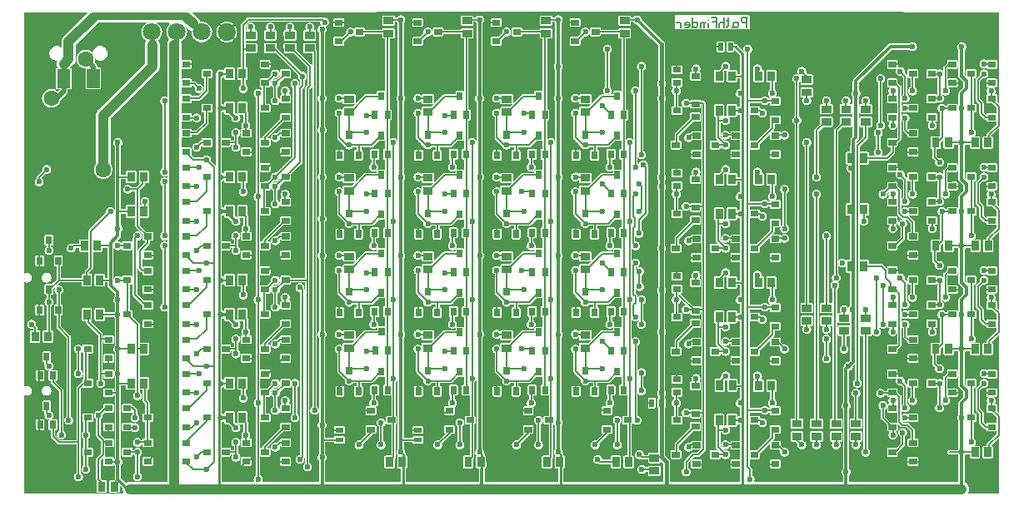
<source format=gbr>
G04 start of page 3 for group 1 idx 3 *
G04 Title: (unknown), solder *
G04 Creator: pcb 1.99z *
G04 CreationDate: Sun 08 Dec 2013 02:25:59 GMT UTC *
G04 For: ralph *
G04 Format: Gerber/RS-274X *
G04 PCB-Dimensions (mm): 102.00 52.00 *
G04 PCB-Coordinate-Origin: lower left *
%MOMM*%
%FSLAX43Y43*%
%LNBOTTOM*%
%ADD55C,0.900*%
%ADD54C,0.700*%
%ADD53C,0.800*%
%ADD52C,0.300*%
%ADD51C,1.600*%
%ADD50C,0.600*%
%ADD49R,1.300X1.300*%
%ADD48R,0.500X0.500*%
%ADD47R,0.600X0.600*%
%ADD46R,0.750X0.750*%
%ADD45C,1.800*%
%ADD44C,0.550*%
%ADD43C,0.002*%
%ADD42C,0.200*%
%ADD41C,0.404*%
%ADD40C,0.746*%
%ADD39C,0.500*%
%ADD38C,1.000*%
%ADD37C,0.250*%
%ADD36C,0.150*%
%ADD35C,0.350*%
G54D35*X39750Y49750D02*Y5750D01*
G54D36*X41500Y33750D02*X42500D01*
X41500Y25750D02*X42500D01*
X33500D02*X34500D01*
X39750Y49750D02*X38500D01*
X39750Y7000D02*X41500D01*
X33500Y33750D02*X34500D01*
X33500Y41750D02*X34500D01*
X33500Y17750D02*X34500D01*
X39750Y5750D02*X40000Y5500D01*
G54D37*Y2000D01*
G54D35*X31750Y48750D02*Y2000D01*
G54D36*Y7000D02*X33500D01*
G54D37*X21250Y44250D02*Y1750D01*
G54D35*Y19750D02*X22250D01*
X21500Y30250D02*X22250D01*
G54D36*X21250Y23250D02*X22350D01*
G54D35*X21250Y9250D02*X22250D01*
G54D36*X21250Y12750D02*X22250D01*
G54D35*X10250Y27000D02*Y22750D01*
X11000Y22000D01*
Y3000D01*
G54D36*Y11750D02*X10000D01*
X11000Y4750D02*X10000D01*
G54D38*X16750Y47200D02*Y2000D01*
G54D36*X11000Y3000D02*X10500Y2500D01*
G54D35*X11000Y3000D02*X12000Y2000D01*
G54D36*X11000Y12750D02*X12350D01*
G54D35*X21250Y40750D02*X22250D01*
G54D36*X21250Y44250D02*X22250D01*
X21250Y33750D02*X22500D01*
G54D38*X9500Y40000D02*X14500Y45000D01*
Y47200D01*
G54D39*Y48500D01*
X19520D02*X18650Y49350D01*
G54D38*X18000Y50000D01*
G54D39*X17000Y46600D02*Y48500D01*
G54D40*X18000Y50100D02*X8500D01*
G54D39*X4250Y41750D02*X4750D01*
X5500Y42500D01*
Y45250D01*
X7750Y45750D02*X8500Y45000D01*
Y43750D01*
G54D38*X5500Y45250D02*X6000Y45750D01*
Y47500D01*
X8500Y50000D01*
G54D35*X11000Y27750D02*X10250Y27000D01*
G54D36*X11000Y16250D02*X12350D01*
X10250Y23250D02*X9150D01*
X10250Y26750D02*X8900D01*
X11000Y19750D02*X9150D01*
G54D35*X11000Y37250D02*Y27750D01*
G54D36*Y33750D02*X12350D01*
X11000Y30250D02*X12350D01*
G54D38*X9500Y34500D02*Y40000D01*
G54D35*X55750Y49750D02*Y5750D01*
G54D36*X49500Y33750D02*X50500D01*
X57500D02*X58500D01*
X57500Y25750D02*X58500D01*
X49500Y41750D02*X50500D01*
X57500D02*X58500D01*
G54D35*X47750Y49750D02*Y5750D01*
G54D36*X41500Y17750D02*X42500D01*
X41500Y41750D02*X42500D01*
X49500Y25750D02*X50500D01*
X57500Y17750D02*X58500D01*
X49500D02*X50500D01*
X69600Y20150D02*X68050Y21700D01*
X63750Y49750D02*X62500D01*
G54D35*X66250Y47250D02*X63750Y49750D01*
G54D41*X66250Y47250D02*Y5250D01*
G54D36*X64250D02*X66250D01*
X47750Y5750D02*X48000Y5500D01*
X64250Y5250D02*X64000Y5500D01*
X59750Y5000D02*X60000Y4750D01*
X61600D01*
G54D41*X66250Y5250D02*X66750Y4750D01*
G54D37*X48000Y5500D02*Y4000D01*
G54D36*X55750Y5750D02*X56000Y5500D01*
G54D37*Y2000D01*
G54D35*X96750Y33500D02*X97250Y33000D01*
Y32250D01*
X96750Y31750D01*
G54D36*X98100Y37375D02*X97975Y37250D01*
G54D35*X96750Y47000D02*Y44000D01*
X97250Y43500D01*
X86000D02*X89500Y47000D01*
X91750D01*
X97250Y43500D02*Y42750D01*
X96750Y42250D01*
G54D36*X97975Y37250D02*X95525D01*
G54D35*X96750Y42250D02*Y33500D01*
X86000Y37750D02*X85750Y37500D01*
X85700Y14950D01*
X85000Y14250D01*
X86000Y37750D02*Y43500D01*
G54D36*X97975Y26750D02*X95525D01*
G54D35*X96750Y31750D02*Y23000D01*
G54D36*X98100Y26875D02*X97975Y26750D01*
G54D35*X96750Y23000D02*X97250Y22500D01*
Y21750D01*
X96750Y21250D01*
Y12500D01*
X97250Y12000D01*
Y11250D01*
X96750Y10750D01*
Y1750D01*
G54D36*X98100Y16375D02*X97975Y16250D01*
X98100Y5875D02*X97975Y5750D01*
X95525D01*
G54D35*X85000Y14250D02*Y2000D01*
G54D36*X97975Y16250D02*X95525D01*
X74500Y40500D02*X73400D01*
X74250Y42250D02*X74500D01*
X77500D02*Y44000D01*
X74500D02*X73750D01*
G54D37*X74500Y46250D02*X73750Y47000D01*
G54D42*X73250D01*
G54D36*X74500Y30000D02*X73400D01*
X74500Y33500D02*X73400D01*
X74250Y31750D02*X74500D01*
X77500D02*Y33500D01*
X74500Y19500D02*X73400D01*
X74500Y12500D02*X73400D01*
X74250Y10750D02*X74500D01*
X73400Y9000D02*X74500D01*
Y23000D02*X73400D01*
X74250Y21250D02*X74500D01*
G54D37*Y46250D02*Y2000D01*
G54D36*X77500Y21250D02*Y23000D01*
Y10750D02*Y12500D01*
G54D38*X12250Y2000D02*X96750D01*
G54D41*X66750Y4750D02*Y2000D01*
G54D35*X48000Y4000D02*Y2000D01*
G54D43*G36*
X10050Y49477D02*X14055D01*
X13962Y49438D01*
X13821Y49352D01*
X13695Y49245D01*
X13588Y49119D01*
X13502Y48978D01*
X13438Y48825D01*
X13400Y48665D01*
X13387Y48500D01*
X13400Y48335D01*
X13438Y48175D01*
X13502Y48022D01*
X13588Y47881D01*
X13695Y47755D01*
X13821Y47648D01*
X13875Y47615D01*
X13830Y47542D01*
X13785Y47432D01*
X13757Y47318D01*
X13750Y47200D01*
Y45311D01*
X10050Y41611D01*
Y49477D01*
G37*
G36*
Y4351D02*X10474Y4351D01*
X10496Y4357D01*
X10518Y4366D01*
X10538Y4378D01*
X10556Y4394D01*
X10572Y4412D01*
X10584Y4432D01*
X10593Y4454D01*
X10599Y4476D01*
X10600Y4500D01*
X10600Y4525D01*
X10610D01*
X10635Y4485D01*
X10675Y4438D01*
Y3013D01*
X10674Y3000D01*
X10675Y2993D01*
X10581Y2899D01*
X10251Y2899D01*
X10229Y2893D01*
X10207Y2884D01*
X10187Y2872D01*
X10169Y2856D01*
X10153Y2838D01*
X10141Y2818D01*
X10132Y2796D01*
X10126Y2774D01*
X10125Y2750D01*
X10126Y1726D01*
X10132Y1704D01*
X10141Y1682D01*
X10153Y1662D01*
X10169Y1644D01*
X10187Y1628D01*
X10207Y1616D01*
X10229Y1607D01*
X10251Y1601D01*
X10275Y1600D01*
X11049Y1601D01*
X11071Y1607D01*
X11093Y1616D01*
X11113Y1628D01*
X11131Y1644D01*
X11147Y1662D01*
X11159Y1682D01*
X11168Y1704D01*
X11174Y1726D01*
X11175Y1750D01*
X11174Y2366D01*
X11501Y2040D01*
X11498Y2000D01*
X11507Y1882D01*
X11535Y1768D01*
X11580Y1658D01*
X11641Y1558D01*
X11691Y1500D01*
X10050D01*
Y4351D01*
G37*
G36*
Y11351D02*X10474Y11351D01*
X10496Y11357D01*
X10518Y11366D01*
X10538Y11378D01*
X10556Y11394D01*
X10572Y11412D01*
X10584Y11432D01*
X10593Y11454D01*
X10599Y11476D01*
X10600Y11500D01*
X10600Y11525D01*
X10675D01*
Y5062D01*
X10635Y5015D01*
X10610Y4975D01*
X10599D01*
X10599Y5124D01*
X10593Y5146D01*
X10584Y5168D01*
X10572Y5188D01*
X10556Y5206D01*
X10538Y5222D01*
X10518Y5234D01*
X10496Y5243D01*
X10474Y5249D01*
X10450Y5250D01*
X10050Y5249D01*
Y6251D01*
X10474Y6251D01*
X10496Y6257D01*
X10518Y6266D01*
X10538Y6278D01*
X10556Y6294D01*
X10572Y6312D01*
X10584Y6332D01*
X10593Y6354D01*
X10599Y6376D01*
X10600Y6400D01*
X10599Y7024D01*
X10593Y7046D01*
X10584Y7068D01*
X10572Y7088D01*
X10556Y7106D01*
X10538Y7122D01*
X10518Y7134D01*
X10496Y7143D01*
X10474Y7149D01*
X10450Y7150D01*
X10050Y7149D01*
Y7851D01*
X10474Y7851D01*
X10496Y7857D01*
X10518Y7866D01*
X10538Y7878D01*
X10556Y7894D01*
X10572Y7912D01*
X10584Y7932D01*
X10593Y7954D01*
X10599Y7976D01*
X10600Y8000D01*
X10599Y8624D01*
X10593Y8646D01*
X10584Y8668D01*
X10572Y8688D01*
X10556Y8706D01*
X10538Y8722D01*
X10518Y8734D01*
X10496Y8743D01*
X10474Y8749D01*
X10450Y8750D01*
X10050Y8749D01*
Y9751D01*
X10474Y9751D01*
X10496Y9757D01*
X10518Y9766D01*
X10538Y9778D01*
X10556Y9794D01*
X10572Y9812D01*
X10584Y9832D01*
X10593Y9854D01*
X10599Y9876D01*
X10600Y9900D01*
X10599Y10524D01*
X10593Y10546D01*
X10584Y10568D01*
X10572Y10588D01*
X10556Y10606D01*
X10538Y10622D01*
X10518Y10634D01*
X10496Y10643D01*
X10474Y10649D01*
X10450Y10650D01*
X10050Y10649D01*
Y11351D01*
G37*
G36*
Y13251D02*X10474Y13251D01*
X10496Y13257D01*
X10518Y13266D01*
X10538Y13278D01*
X10556Y13294D01*
X10572Y13312D01*
X10584Y13332D01*
X10593Y13354D01*
X10599Y13376D01*
X10600Y13400D01*
X10600Y13542D01*
X10635Y13485D01*
X10675Y13438D01*
Y11975D01*
X10599D01*
X10599Y12124D01*
X10593Y12146D01*
X10584Y12168D01*
X10572Y12188D01*
X10556Y12206D01*
X10538Y12222D01*
X10518Y12234D01*
X10496Y12243D01*
X10474Y12249D01*
X10450Y12250D01*
X10050Y12249D01*
Y13251D01*
G37*
G36*
Y19525D02*X10610D01*
X10635Y19485D01*
X10675Y19438D01*
Y16562D01*
X10635Y16515D01*
X10598Y16455D01*
X10571Y16389D01*
X10554Y16321D01*
X10549Y16250D01*
X10554Y16179D01*
X10571Y16111D01*
X10598Y16045D01*
X10635Y15985D01*
X10675Y15938D01*
Y14062D01*
X10635Y14015D01*
X10599Y13956D01*
X10599Y14024D01*
X10593Y14046D01*
X10584Y14068D01*
X10572Y14088D01*
X10556Y14106D01*
X10538Y14122D01*
X10518Y14134D01*
X10496Y14143D01*
X10474Y14149D01*
X10450Y14150D01*
X10050Y14149D01*
Y14851D01*
X10474Y14851D01*
X10496Y14857D01*
X10518Y14866D01*
X10538Y14878D01*
X10556Y14894D01*
X10572Y14912D01*
X10584Y14932D01*
X10593Y14954D01*
X10599Y14976D01*
X10600Y15000D01*
X10599Y15624D01*
X10593Y15646D01*
X10584Y15668D01*
X10572Y15688D01*
X10556Y15706D01*
X10538Y15722D01*
X10518Y15734D01*
X10496Y15743D01*
X10474Y15749D01*
X10450Y15750D01*
X10050Y15749D01*
Y16751D01*
X10474Y16751D01*
X10496Y16757D01*
X10518Y16766D01*
X10538Y16778D01*
X10556Y16794D01*
X10572Y16812D01*
X10584Y16832D01*
X10593Y16854D01*
X10599Y16876D01*
X10600Y16900D01*
X10599Y17524D01*
X10593Y17546D01*
X10584Y17568D01*
X10572Y17588D01*
X10556Y17606D01*
X10538Y17622D01*
X10518Y17634D01*
X10496Y17643D01*
X10474Y17649D01*
X10450Y17650D01*
X10050Y17649D01*
Y19525D01*
G37*
G36*
Y22490D02*X10675Y21865D01*
Y21562D01*
X10635Y21515D01*
X10598Y21455D01*
X10571Y21389D01*
X10554Y21321D01*
X10549Y21250D01*
X10554Y21179D01*
X10571Y21111D01*
X10598Y21045D01*
X10635Y20985D01*
X10675Y20938D01*
Y20062D01*
X10635Y20015D01*
X10610Y19975D01*
X10050D01*
Y22490D01*
G37*
G36*
X14050Y43489D02*X15010Y44449D01*
X15032Y44468D01*
X15109Y44558D01*
X15109Y44558D01*
X15170Y44658D01*
X15215Y44768D01*
X15243Y44882D01*
X15252Y45000D01*
X15250Y45029D01*
Y47200D01*
X15243Y47318D01*
X15215Y47432D01*
X15170Y47542D01*
X15109Y47642D01*
X15085Y47670D01*
X15185Y47755D01*
X15292Y47881D01*
X15378Y48022D01*
X15442Y48175D01*
X15480Y48335D01*
X15490Y48500D01*
X15480Y48665D01*
X15442Y48825D01*
X15378Y48978D01*
X15292Y49119D01*
X15185Y49245D01*
X15059Y49352D01*
X14918Y49438D01*
X14825Y49477D01*
X16250D01*
Y49257D01*
X16235Y49245D01*
X16128Y49119D01*
X16042Y48978D01*
X15978Y48825D01*
X15940Y48665D01*
X15927Y48500D01*
X15940Y48335D01*
X15978Y48175D01*
X16042Y48022D01*
X16128Y47881D01*
X16235Y47755D01*
X16240Y47751D01*
X16218Y47732D01*
X16141Y47642D01*
X16080Y47542D01*
X16035Y47432D01*
X16007Y47318D01*
X16000Y47200D01*
Y41875D01*
X15955Y41902D01*
X15889Y41929D01*
X15821Y41946D01*
X15750Y41951D01*
X15679Y41946D01*
X15611Y41929D01*
X15545Y41902D01*
X15485Y41865D01*
X15431Y41819D01*
X15385Y41765D01*
X15348Y41705D01*
X15321Y41639D01*
X15304Y41571D01*
X15299Y41500D01*
X15304Y41429D01*
X15321Y41361D01*
X15348Y41295D01*
X15385Y41235D01*
X15431Y41181D01*
X15485Y41135D01*
X15525Y41110D01*
Y34640D01*
X15485Y34615D01*
X15431Y34569D01*
X15385Y34515D01*
X15348Y34455D01*
X15321Y34389D01*
X15304Y34321D01*
X15299Y34250D01*
X15304Y34179D01*
X15321Y34111D01*
X15348Y34045D01*
X15385Y33985D01*
X15431Y33931D01*
X15485Y33885D01*
X15545Y33848D01*
X15611Y33821D01*
X15679Y33804D01*
X15750Y33799D01*
X15821Y33804D01*
X15889Y33821D01*
X15955Y33848D01*
X16000Y33875D01*
Y33625D01*
X15955Y33652D01*
X15889Y33679D01*
X15821Y33696D01*
X15750Y33701D01*
X15679Y33696D01*
X15611Y33679D01*
X15545Y33652D01*
X15485Y33615D01*
X15431Y33569D01*
X15385Y33515D01*
X15348Y33455D01*
X15321Y33389D01*
X15304Y33321D01*
X15299Y33250D01*
X15304Y33179D01*
X15321Y33111D01*
X15348Y33045D01*
X15385Y32985D01*
X15431Y32931D01*
X15485Y32885D01*
X15525Y32860D01*
Y28140D01*
X15485Y28115D01*
X15431Y28069D01*
X15385Y28015D01*
X15348Y27955D01*
X15321Y27889D01*
X15304Y27821D01*
X15299Y27750D01*
X15304Y27679D01*
X15321Y27611D01*
X15348Y27545D01*
X15385Y27485D01*
X15431Y27431D01*
X15485Y27385D01*
X15545Y27348D01*
X15611Y27321D01*
X15679Y27304D01*
X15750Y27299D01*
X15821Y27304D01*
X15889Y27321D01*
X15955Y27348D01*
X16000Y27375D01*
Y27125D01*
X15955Y27152D01*
X15889Y27179D01*
X15821Y27196D01*
X15750Y27201D01*
X15679Y27196D01*
X15611Y27179D01*
X15545Y27152D01*
X15485Y27115D01*
X15431Y27069D01*
X15385Y27015D01*
X15348Y26955D01*
X15321Y26889D01*
X15304Y26821D01*
X15299Y26750D01*
X15304Y26679D01*
X15321Y26611D01*
X15348Y26545D01*
X15385Y26485D01*
X15431Y26431D01*
X15485Y26385D01*
X15525Y26360D01*
Y20890D01*
X15485Y20865D01*
X15431Y20819D01*
X15385Y20765D01*
X15348Y20705D01*
X15321Y20639D01*
X15304Y20571D01*
X15299Y20500D01*
X15304Y20429D01*
X15321Y20361D01*
X15348Y20295D01*
X15385Y20235D01*
X15431Y20181D01*
X15485Y20135D01*
X15545Y20098D01*
X15611Y20071D01*
X15679Y20054D01*
X15750Y20049D01*
X15821Y20054D01*
X15889Y20071D01*
X15955Y20098D01*
X16000Y20125D01*
Y2750D01*
X14050D01*
Y4351D01*
X14474Y4351D01*
X14496Y4357D01*
X14518Y4366D01*
X14538Y4378D01*
X14556Y4394D01*
X14572Y4412D01*
X14584Y4432D01*
X14593Y4454D01*
X14599Y4476D01*
X14600Y4500D01*
X14599Y5124D01*
X14593Y5146D01*
X14584Y5168D01*
X14572Y5188D01*
X14556Y5206D01*
X14538Y5222D01*
X14518Y5234D01*
X14496Y5243D01*
X14474Y5249D01*
X14450Y5250D01*
X14050Y5249D01*
Y6251D01*
X14474Y6251D01*
X14496Y6257D01*
X14518Y6266D01*
X14538Y6278D01*
X14556Y6294D01*
X14572Y6312D01*
X14584Y6332D01*
X14593Y6354D01*
X14599Y6376D01*
X14600Y6400D01*
X14599Y7024D01*
X14593Y7046D01*
X14584Y7068D01*
X14572Y7088D01*
X14556Y7106D01*
X14538Y7122D01*
X14518Y7134D01*
X14496Y7143D01*
X14474Y7149D01*
X14450Y7150D01*
X14225Y7150D01*
Y8801D01*
X14474Y8801D01*
X14496Y8807D01*
X14518Y8816D01*
X14538Y8828D01*
X14556Y8844D01*
X14572Y8862D01*
X14584Y8882D01*
X14593Y8904D01*
X14599Y8926D01*
X14600Y8950D01*
X14599Y9574D01*
X14593Y9596D01*
X14584Y9618D01*
X14572Y9638D01*
X14556Y9656D01*
X14538Y9672D01*
X14518Y9684D01*
X14496Y9693D01*
X14474Y9699D01*
X14450Y9700D01*
X14225Y9700D01*
Y10741D01*
X14226Y10750D01*
X14223Y10785D01*
X14221Y10792D01*
X14215Y10820D01*
X14201Y10852D01*
X14183Y10883D01*
X14160Y10910D01*
X14153Y10915D01*
X14050Y11018D01*
Y12102D01*
X14071Y12107D01*
X14093Y12116D01*
X14113Y12128D01*
X14131Y12144D01*
X14147Y12162D01*
X14159Y12182D01*
X14168Y12204D01*
X14174Y12226D01*
X14175Y12250D01*
X14174Y13274D01*
X14168Y13296D01*
X14159Y13318D01*
X14147Y13338D01*
X14131Y13356D01*
X14113Y13372D01*
X14093Y13384D01*
X14071Y13393D01*
X14050Y13398D01*
Y15602D01*
X14071Y15607D01*
X14093Y15616D01*
X14113Y15628D01*
X14131Y15644D01*
X14147Y15662D01*
X14159Y15682D01*
X14168Y15704D01*
X14174Y15726D01*
X14175Y15750D01*
X14174Y16774D01*
X14168Y16796D01*
X14159Y16818D01*
X14147Y16838D01*
X14131Y16856D01*
X14113Y16872D01*
X14093Y16884D01*
X14071Y16893D01*
X14050Y16898D01*
Y18351D01*
X14474Y18351D01*
X14496Y18357D01*
X14518Y18366D01*
X14538Y18378D01*
X14556Y18394D01*
X14572Y18412D01*
X14584Y18432D01*
X14593Y18454D01*
X14599Y18476D01*
X14600Y18500D01*
X14599Y19124D01*
X14593Y19146D01*
X14584Y19168D01*
X14572Y19188D01*
X14556Y19206D01*
X14538Y19222D01*
X14518Y19234D01*
X14496Y19243D01*
X14474Y19249D01*
X14450Y19250D01*
X14050Y19249D01*
Y20251D01*
X14474Y20251D01*
X14496Y20257D01*
X14518Y20266D01*
X14538Y20278D01*
X14556Y20294D01*
X14572Y20312D01*
X14584Y20332D01*
X14593Y20354D01*
X14599Y20376D01*
X14600Y20400D01*
X14599Y21024D01*
X14593Y21046D01*
X14584Y21068D01*
X14572Y21088D01*
X14556Y21106D01*
X14538Y21122D01*
X14518Y21134D01*
X14496Y21143D01*
X14474Y21149D01*
X14450Y21150D01*
X14050Y21149D01*
Y21851D01*
X14474Y21851D01*
X14496Y21857D01*
X14518Y21866D01*
X14538Y21878D01*
X14556Y21894D01*
X14572Y21912D01*
X14584Y21932D01*
X14593Y21954D01*
X14599Y21976D01*
X14600Y22000D01*
X14599Y22624D01*
X14593Y22646D01*
X14584Y22668D01*
X14572Y22688D01*
X14556Y22706D01*
X14538Y22722D01*
X14518Y22734D01*
X14496Y22743D01*
X14474Y22749D01*
X14450Y22750D01*
X14050Y22749D01*
Y23751D01*
X14474Y23751D01*
X14496Y23757D01*
X14518Y23766D01*
X14538Y23778D01*
X14556Y23794D01*
X14572Y23812D01*
X14584Y23832D01*
X14593Y23854D01*
X14599Y23876D01*
X14600Y23900D01*
X14599Y24524D01*
X14593Y24546D01*
X14584Y24568D01*
X14572Y24588D01*
X14556Y24606D01*
X14538Y24622D01*
X14518Y24634D01*
X14496Y24643D01*
X14474Y24649D01*
X14450Y24650D01*
X14050Y24649D01*
Y25351D01*
X14474Y25351D01*
X14496Y25357D01*
X14518Y25366D01*
X14538Y25378D01*
X14556Y25394D01*
X14572Y25412D01*
X14584Y25432D01*
X14593Y25454D01*
X14599Y25476D01*
X14600Y25500D01*
X14599Y26124D01*
X14593Y26146D01*
X14584Y26168D01*
X14572Y26188D01*
X14556Y26206D01*
X14538Y26222D01*
X14518Y26234D01*
X14496Y26243D01*
X14474Y26249D01*
X14450Y26250D01*
X14050Y26249D01*
Y26732D01*
X14153Y26835D01*
X14160Y26840D01*
X14183Y26867D01*
X14183Y26867D01*
X14201Y26898D01*
X14215Y26930D01*
X14223Y26965D01*
X14226Y27000D01*
X14225Y27009D01*
Y27251D01*
X14474Y27251D01*
X14496Y27257D01*
X14518Y27266D01*
X14538Y27278D01*
X14556Y27294D01*
X14572Y27312D01*
X14584Y27332D01*
X14593Y27354D01*
X14599Y27376D01*
X14600Y27400D01*
X14599Y28024D01*
X14593Y28046D01*
X14584Y28068D01*
X14572Y28088D01*
X14556Y28106D01*
X14538Y28122D01*
X14518Y28134D01*
X14496Y28143D01*
X14474Y28149D01*
X14450Y28150D01*
X14050Y28149D01*
Y29602D01*
X14071Y29607D01*
X14093Y29616D01*
X14113Y29628D01*
X14131Y29644D01*
X14147Y29662D01*
X14159Y29682D01*
X14168Y29704D01*
X14174Y29726D01*
X14175Y29750D01*
X14174Y30774D01*
X14168Y30796D01*
X14159Y30818D01*
X14147Y30838D01*
X14131Y30856D01*
X14113Y30872D01*
X14093Y30884D01*
X14071Y30893D01*
X14050Y30898D01*
Y30914D01*
X14069Y30931D01*
X14115Y30985D01*
X14152Y31045D01*
X14179Y31111D01*
X14196Y31179D01*
X14200Y31250D01*
X14196Y31321D01*
X14179Y31389D01*
X14152Y31455D01*
X14115Y31515D01*
X14069Y31569D01*
X14050Y31586D01*
Y33102D01*
X14071Y33107D01*
X14093Y33116D01*
X14113Y33128D01*
X14131Y33144D01*
X14147Y33162D01*
X14159Y33182D01*
X14168Y33204D01*
X14174Y33226D01*
X14175Y33250D01*
X14174Y34274D01*
X14168Y34296D01*
X14159Y34318D01*
X14147Y34338D01*
X14131Y34356D01*
X14113Y34372D01*
X14093Y34384D01*
X14071Y34393D01*
X14050Y34398D01*
Y43489D01*
G37*
G36*
Y31586D02*X14015Y31615D01*
X13955Y31652D01*
X13889Y31679D01*
X13821Y31696D01*
X13750Y31701D01*
X13679Y31696D01*
X13611Y31679D01*
X13545Y31652D01*
X13485Y31615D01*
X13431Y31569D01*
X13385Y31515D01*
X13348Y31455D01*
X13321Y31389D01*
X13304Y31321D01*
X13299Y31250D01*
X13304Y31179D01*
X13321Y31111D01*
X13348Y31045D01*
X13385Y30985D01*
X13431Y30931D01*
X13468Y30899D01*
X13251Y30899D01*
X13229Y30893D01*
X13225Y30892D01*
Y32407D01*
X13653Y32835D01*
X13660Y32840D01*
X13683Y32867D01*
X13683Y32867D01*
X13701Y32898D01*
X13715Y32930D01*
X13723Y32965D01*
X13726Y33000D01*
X13725Y33009D01*
Y33101D01*
X14049Y33101D01*
X14050Y33102D01*
Y31586D01*
G37*
G36*
Y30898D02*X14049Y30899D01*
X14033Y30900D01*
X14050Y30914D01*
Y30898D01*
G37*
G36*
Y28149D02*X13919Y28149D01*
X13225Y28843D01*
Y29608D01*
X13229Y29607D01*
X13251Y29601D01*
X13275Y29600D01*
X14049Y29601D01*
X14050Y29602D01*
Y28149D01*
G37*
G36*
Y24649D02*X13626Y24649D01*
X13604Y24643D01*
X13582Y24634D01*
X13562Y24622D01*
X13544Y24606D01*
X13528Y24588D01*
X13516Y24568D01*
X13511Y24557D01*
X13475Y24593D01*
Y26157D01*
X14050Y26732D01*
Y26249D01*
X13626Y26249D01*
X13604Y26243D01*
X13582Y26234D01*
X13562Y26222D01*
X13544Y26206D01*
X13528Y26188D01*
X13516Y26168D01*
X13507Y26146D01*
X13501Y26124D01*
X13500Y26100D01*
X13501Y25476D01*
X13507Y25454D01*
X13516Y25432D01*
X13528Y25412D01*
X13544Y25394D01*
X13562Y25378D01*
X13582Y25366D01*
X13604Y25357D01*
X13626Y25351D01*
X13650Y25350D01*
X14050Y25351D01*
Y24649D01*
G37*
G36*
Y16898D02*X14049Y16899D01*
X14025Y16900D01*
X13251Y16899D01*
X13229Y16893D01*
X13225Y16892D01*
Y18741D01*
X13226Y18750D01*
X13223Y18785D01*
X13215Y18820D01*
X13201Y18852D01*
X13183Y18883D01*
X13183Y18883D01*
X13160Y18910D01*
X13153Y18915D01*
X12500Y19568D01*
X12499Y20074D01*
X12493Y20096D01*
X12484Y20118D01*
X12472Y20138D01*
X12456Y20156D01*
X12438Y20172D01*
X12418Y20184D01*
X12396Y20193D01*
X12374Y20199D01*
X12350Y20200D01*
X12225Y20200D01*
Y22801D01*
X12374Y22801D01*
X12396Y22807D01*
X12418Y22816D01*
X12438Y22828D01*
X12456Y22844D01*
X12472Y22862D01*
X12484Y22882D01*
X12493Y22904D01*
X12499Y22926D01*
X12500Y22950D01*
X12499Y23574D01*
X12493Y23596D01*
X12484Y23618D01*
X12472Y23638D01*
X12456Y23656D01*
X12438Y23672D01*
X12418Y23684D01*
X12396Y23693D01*
X12374Y23699D01*
X12350Y23700D01*
X11526Y23699D01*
X11504Y23693D01*
X11482Y23684D01*
X11462Y23672D01*
X11444Y23656D01*
X11428Y23638D01*
X11416Y23618D01*
X11407Y23596D01*
X11401Y23574D01*
X11400Y23550D01*
X11400Y23475D01*
X11390D01*
X11365Y23515D01*
X11319Y23569D01*
X11265Y23615D01*
X11205Y23652D01*
X11139Y23679D01*
X11071Y23696D01*
X11000Y23701D01*
X10929Y23696D01*
X10861Y23679D01*
X10795Y23652D01*
X10735Y23615D01*
X10681Y23569D01*
X10635Y23515D01*
X10598Y23455D01*
X10575Y23400D01*
Y26600D01*
X10598Y26545D01*
X10635Y26485D01*
X10681Y26431D01*
X10735Y26385D01*
X10795Y26348D01*
X10861Y26321D01*
X10929Y26304D01*
X11000Y26299D01*
X11071Y26304D01*
X11139Y26321D01*
X11205Y26348D01*
X11265Y26385D01*
X11319Y26431D01*
X11365Y26485D01*
X11390Y26525D01*
X11401D01*
X11401Y26426D01*
X11407Y26404D01*
X11416Y26382D01*
X11428Y26362D01*
X11444Y26344D01*
X11462Y26328D01*
X11482Y26316D01*
X11504Y26307D01*
X11526Y26301D01*
X11550Y26300D01*
X12374Y26301D01*
X12396Y26307D01*
X12418Y26316D01*
X12438Y26328D01*
X12456Y26344D01*
X12472Y26362D01*
X12484Y26382D01*
X12493Y26404D01*
X12499Y26426D01*
X12500Y26450D01*
X12499Y27074D01*
X12493Y27096D01*
X12484Y27118D01*
X12472Y27138D01*
X12456Y27156D01*
X12438Y27172D01*
X12418Y27184D01*
X12396Y27193D01*
X12374Y27199D01*
X12350Y27200D01*
X11526Y27199D01*
X11504Y27193D01*
X11482Y27184D01*
X11462Y27172D01*
X11444Y27156D01*
X11428Y27138D01*
X11416Y27118D01*
X11407Y27096D01*
X11401Y27074D01*
X11400Y27050D01*
X11400Y26975D01*
X11390D01*
X11365Y27015D01*
X11319Y27069D01*
X11265Y27115D01*
X11205Y27152D01*
X11139Y27179D01*
X11071Y27196D01*
X11000Y27201D01*
X10929Y27196D01*
X10898Y27188D01*
X11221Y27511D01*
X11231Y27519D01*
X11264Y27558D01*
X11264Y27558D01*
X11290Y27602D01*
X11310Y27649D01*
X11322Y27699D01*
X11326Y27750D01*
X11325Y27763D01*
Y28188D01*
X11365Y28235D01*
X11402Y28295D01*
X11429Y28361D01*
X11446Y28429D01*
X11450Y28500D01*
X11446Y28571D01*
X11429Y28639D01*
X11402Y28705D01*
X11365Y28765D01*
X11325Y28812D01*
Y30025D01*
X11826D01*
X11826Y29726D01*
X11832Y29704D01*
X11841Y29682D01*
X11853Y29662D01*
X11869Y29644D01*
X11887Y29628D01*
X11907Y29616D01*
X11929Y29607D01*
X11951Y29601D01*
X11975Y29600D01*
X12749Y29601D01*
X12771Y29607D01*
X12775Y29608D01*
Y28759D01*
X12774Y28750D01*
X12777Y28715D01*
X12785Y28680D01*
X12799Y28648D01*
X12817Y28617D01*
X12817Y28617D01*
X12840Y28590D01*
X12847Y28585D01*
X13500Y27932D01*
X13501Y27376D01*
X13507Y27354D01*
X13516Y27332D01*
X13528Y27312D01*
X13544Y27294D01*
X13562Y27278D01*
X13582Y27266D01*
X13604Y27257D01*
X13626Y27251D01*
X13650Y27250D01*
X13775Y27250D01*
Y27093D01*
X13097Y26415D01*
X13090Y26410D01*
X13067Y26383D01*
X13049Y26352D01*
X13035Y26320D01*
X13027Y26285D01*
X13027Y26285D01*
X13024Y26250D01*
X13025Y26241D01*
Y24509D01*
X13024Y24500D01*
X13027Y24465D01*
X13035Y24430D01*
X13049Y24398D01*
X13067Y24367D01*
X13067Y24367D01*
X13090Y24340D01*
X13097Y24335D01*
X13335Y24097D01*
X13340Y24090D01*
X13367Y24067D01*
X13367Y24067D01*
X13398Y24049D01*
X13430Y24035D01*
X13465Y24027D01*
X13500Y24024D01*
X13501Y24024D01*
X13501Y23876D01*
X13507Y23854D01*
X13516Y23832D01*
X13528Y23812D01*
X13544Y23794D01*
X13562Y23778D01*
X13582Y23766D01*
X13604Y23757D01*
X13626Y23751D01*
X13650Y23750D01*
X14050Y23751D01*
Y22749D01*
X13626Y22749D01*
X13604Y22743D01*
X13582Y22734D01*
X13562Y22722D01*
X13544Y22706D01*
X13528Y22688D01*
X13516Y22668D01*
X13507Y22646D01*
X13501Y22624D01*
X13500Y22600D01*
X13501Y21976D01*
X13507Y21954D01*
X13516Y21932D01*
X13528Y21912D01*
X13544Y21894D01*
X13562Y21878D01*
X13582Y21866D01*
X13604Y21857D01*
X13626Y21851D01*
X13650Y21850D01*
X14050Y21851D01*
Y21149D01*
X13670Y21149D01*
X12975Y21843D01*
Y27301D01*
X13000Y27299D01*
X13071Y27304D01*
X13139Y27321D01*
X13205Y27348D01*
X13265Y27385D01*
X13319Y27431D01*
X13365Y27485D01*
X13402Y27545D01*
X13429Y27611D01*
X13446Y27679D01*
X13450Y27750D01*
X13446Y27821D01*
X13429Y27889D01*
X13402Y27955D01*
X13365Y28015D01*
X13319Y28069D01*
X13265Y28115D01*
X13205Y28152D01*
X13139Y28179D01*
X13071Y28196D01*
X13000Y28201D01*
X12929Y28196D01*
X12861Y28179D01*
X12795Y28152D01*
X12735Y28115D01*
X12681Y28069D01*
X12635Y28015D01*
X12598Y27955D01*
X12571Y27889D01*
X12554Y27821D01*
X12549Y27750D01*
X12554Y27679D01*
X12566Y27630D01*
X12549Y27602D01*
X12535Y27570D01*
X12527Y27535D01*
X12524Y27500D01*
X12525Y27491D01*
Y21759D01*
X12524Y21750D01*
X12527Y21715D01*
X12535Y21680D01*
X12549Y21648D01*
X12567Y21617D01*
X12567Y21617D01*
X12590Y21590D01*
X12597Y21585D01*
X13501Y20681D01*
X13501Y20376D01*
X13507Y20354D01*
X13516Y20332D01*
X13528Y20312D01*
X13544Y20294D01*
X13562Y20278D01*
X13582Y20266D01*
X13604Y20257D01*
X13626Y20251D01*
X13650Y20250D01*
X14050Y20251D01*
Y19249D01*
X13626Y19249D01*
X13604Y19243D01*
X13582Y19234D01*
X13562Y19222D01*
X13544Y19206D01*
X13528Y19188D01*
X13516Y19168D01*
X13507Y19146D01*
X13501Y19124D01*
X13500Y19100D01*
X13501Y18476D01*
X13507Y18454D01*
X13516Y18432D01*
X13528Y18412D01*
X13544Y18394D01*
X13562Y18378D01*
X13582Y18366D01*
X13604Y18357D01*
X13626Y18351D01*
X13650Y18350D01*
X14050Y18351D01*
Y16898D01*
G37*
G36*
Y13398D02*X14049Y13399D01*
X14025Y13400D01*
X13251Y13399D01*
X13229Y13393D01*
X13225Y13392D01*
Y15608D01*
X13229Y15607D01*
X13251Y15601D01*
X13275Y15600D01*
X14049Y15601D01*
X14050Y15602D01*
Y13398D01*
G37*
G36*
Y11018D02*X13975Y11093D01*
Y12101D01*
X14049Y12101D01*
X14050Y12102D01*
Y11018D01*
G37*
G36*
X12425Y9770D02*X12438Y9778D01*
X12456Y9794D01*
X12472Y9812D01*
X12484Y9832D01*
X12493Y9854D01*
X12499Y9876D01*
X12500Y9900D01*
X12500Y9932D01*
X12525Y9907D01*
Y9640D01*
X12485Y9615D01*
X12431Y9569D01*
X12425Y9562D01*
Y9770D01*
G37*
G36*
X14050Y2750D02*X12425D01*
Y5320D01*
X12438Y5328D01*
X12456Y5344D01*
X12472Y5362D01*
X12484Y5382D01*
X12493Y5404D01*
X12499Y5426D01*
X12500Y5450D01*
X12500Y5525D01*
X12610D01*
X12635Y5485D01*
X12681Y5431D01*
X12735Y5385D01*
X12775Y5360D01*
Y3640D01*
X12735Y3615D01*
X12681Y3569D01*
X12635Y3515D01*
X12598Y3455D01*
X12571Y3389D01*
X12554Y3321D01*
X12549Y3250D01*
X12554Y3179D01*
X12571Y3111D01*
X12598Y3045D01*
X12635Y2985D01*
X12681Y2931D01*
X12735Y2885D01*
X12795Y2848D01*
X12861Y2821D01*
X12929Y2804D01*
X13000Y2799D01*
X13071Y2804D01*
X13139Y2821D01*
X13205Y2848D01*
X13265Y2885D01*
X13319Y2931D01*
X13365Y2985D01*
X13402Y3045D01*
X13429Y3111D01*
X13446Y3179D01*
X13450Y3250D01*
X13446Y3321D01*
X13429Y3389D01*
X13402Y3455D01*
X13365Y3515D01*
X13319Y3569D01*
X13265Y3615D01*
X13225Y3640D01*
Y5360D01*
X13265Y5385D01*
X13319Y5431D01*
X13365Y5485D01*
X13402Y5545D01*
X13429Y5611D01*
X13446Y5679D01*
X13450Y5750D01*
X13446Y5821D01*
X13429Y5889D01*
X13402Y5955D01*
X13365Y6015D01*
X13319Y6069D01*
X13265Y6115D01*
X13205Y6152D01*
X13139Y6179D01*
X13071Y6196D01*
X13000Y6201D01*
X12929Y6196D01*
X12861Y6179D01*
X12795Y6152D01*
X12735Y6115D01*
X12681Y6069D01*
X12635Y6015D01*
X12610Y5975D01*
X12499D01*
X12499Y6074D01*
X12493Y6096D01*
X12484Y6118D01*
X12472Y6138D01*
X12456Y6156D01*
X12438Y6172D01*
X12425Y6180D01*
Y7870D01*
X12438Y7878D01*
X12456Y7894D01*
X12464Y7902D01*
X12485Y7885D01*
X12545Y7848D01*
X12611Y7821D01*
X12679Y7804D01*
X12750Y7799D01*
X12821Y7804D01*
X12889Y7821D01*
X12955Y7848D01*
X13015Y7885D01*
X13069Y7931D01*
X13115Y7985D01*
X13152Y8045D01*
X13179Y8111D01*
X13196Y8179D01*
X13200Y8250D01*
X13196Y8321D01*
X13179Y8389D01*
X13152Y8455D01*
X13115Y8515D01*
X13069Y8569D01*
X13015Y8615D01*
X12955Y8652D01*
X12889Y8679D01*
X12821Y8696D01*
X12750Y8701D01*
X12679Y8696D01*
X12611Y8679D01*
X12545Y8652D01*
X12499Y8624D01*
X12493Y8646D01*
X12484Y8668D01*
X12472Y8688D01*
X12456Y8706D01*
X12438Y8722D01*
X12425Y8730D01*
Y8938D01*
X12431Y8931D01*
X12485Y8885D01*
X12545Y8848D01*
X12611Y8821D01*
X12679Y8804D01*
X12750Y8799D01*
X12821Y8804D01*
X12889Y8821D01*
X12955Y8848D01*
X13015Y8885D01*
X13069Y8931D01*
X13115Y8985D01*
X13152Y9045D01*
X13179Y9111D01*
X13196Y9179D01*
X13200Y9250D01*
X13196Y9321D01*
X13179Y9389D01*
X13152Y9455D01*
X13115Y9515D01*
X13069Y9569D01*
X13015Y9615D01*
X12975Y9640D01*
Y9991D01*
X12976Y10000D01*
X12973Y10035D01*
X12965Y10070D01*
X12951Y10102D01*
X12933Y10133D01*
X12933Y10133D01*
X12910Y10160D01*
X12903Y10165D01*
X12665Y10403D01*
X12660Y10410D01*
X12633Y10433D01*
X12602Y10451D01*
X12570Y10465D01*
X12542Y10471D01*
X12535Y10473D01*
X12500Y10476D01*
X12499Y10476D01*
X12499Y10524D01*
X12493Y10546D01*
X12484Y10568D01*
X12472Y10588D01*
X12456Y10606D01*
X12438Y10622D01*
X12425Y10630D01*
Y12101D01*
X12749Y12101D01*
X12771Y12107D01*
X12775Y12108D01*
Y11890D01*
X12735Y11865D01*
X12681Y11819D01*
X12635Y11765D01*
X12598Y11705D01*
X12571Y11639D01*
X12554Y11571D01*
X12549Y11500D01*
X12554Y11429D01*
X12571Y11361D01*
X12598Y11295D01*
X12635Y11235D01*
X12681Y11181D01*
X12735Y11135D01*
X12795Y11098D01*
X12861Y11071D01*
X12929Y11054D01*
X13000Y11049D01*
X13071Y11054D01*
X13139Y11071D01*
X13205Y11098D01*
X13265Y11135D01*
X13319Y11181D01*
X13365Y11235D01*
X13402Y11295D01*
X13429Y11361D01*
X13446Y11429D01*
X13450Y11500D01*
X13446Y11571D01*
X13429Y11639D01*
X13402Y11705D01*
X13365Y11765D01*
X13319Y11819D01*
X13265Y11865D01*
X13225Y11890D01*
Y12108D01*
X13229Y12107D01*
X13251Y12101D01*
X13275Y12100D01*
X13525Y12100D01*
Y11009D01*
X13524Y11000D01*
X13527Y10965D01*
X13535Y10930D01*
X13549Y10898D01*
X13567Y10867D01*
X13567Y10867D01*
X13590Y10840D01*
X13597Y10835D01*
X13775Y10657D01*
Y9699D01*
X13626Y9699D01*
X13604Y9693D01*
X13582Y9684D01*
X13562Y9672D01*
X13544Y9656D01*
X13528Y9638D01*
X13516Y9618D01*
X13507Y9596D01*
X13501Y9574D01*
X13500Y9550D01*
X13501Y8926D01*
X13507Y8904D01*
X13516Y8882D01*
X13528Y8862D01*
X13544Y8844D01*
X13562Y8828D01*
X13582Y8816D01*
X13604Y8807D01*
X13626Y8801D01*
X13650Y8800D01*
X13775Y8800D01*
Y7149D01*
X13626Y7149D01*
X13604Y7143D01*
X13582Y7134D01*
X13562Y7122D01*
X13544Y7106D01*
X13528Y7088D01*
X13516Y7068D01*
X13507Y7046D01*
X13501Y7024D01*
X13500Y7000D01*
X13500Y6975D01*
X13390D01*
X13365Y7015D01*
X13319Y7069D01*
X13265Y7115D01*
X13205Y7152D01*
X13139Y7179D01*
X13071Y7196D01*
X13000Y7201D01*
X12929Y7196D01*
X12861Y7179D01*
X12795Y7152D01*
X12735Y7115D01*
X12681Y7069D01*
X12635Y7015D01*
X12598Y6955D01*
X12571Y6889D01*
X12554Y6821D01*
X12549Y6750D01*
X12554Y6679D01*
X12571Y6611D01*
X12598Y6545D01*
X12635Y6485D01*
X12681Y6431D01*
X12735Y6385D01*
X12795Y6348D01*
X12861Y6321D01*
X12929Y6304D01*
X13000Y6299D01*
X13071Y6304D01*
X13139Y6321D01*
X13205Y6348D01*
X13265Y6385D01*
X13319Y6431D01*
X13365Y6485D01*
X13390Y6525D01*
X13501D01*
X13501Y6376D01*
X13507Y6354D01*
X13516Y6332D01*
X13528Y6312D01*
X13544Y6294D01*
X13562Y6278D01*
X13582Y6266D01*
X13604Y6257D01*
X13626Y6251D01*
X13650Y6250D01*
X14050Y6251D01*
Y5249D01*
X13626Y5249D01*
X13604Y5243D01*
X13582Y5234D01*
X13562Y5222D01*
X13544Y5206D01*
X13528Y5188D01*
X13516Y5168D01*
X13507Y5146D01*
X13501Y5124D01*
X13500Y5100D01*
X13501Y4476D01*
X13507Y4454D01*
X13516Y4432D01*
X13528Y4412D01*
X13544Y4394D01*
X13562Y4378D01*
X13582Y4366D01*
X13604Y4357D01*
X13626Y4351D01*
X13650Y4350D01*
X14050Y4351D01*
Y2750D01*
G37*
G36*
X12425D02*X12250D01*
X12132Y2743D01*
X12018Y2715D01*
X11908Y2670D01*
X11835Y2625D01*
X11325Y3135D01*
Y4438D01*
X11365Y4485D01*
X11402Y4545D01*
X11429Y4611D01*
X11446Y4679D01*
X11450Y4750D01*
X11446Y4821D01*
X11429Y4889D01*
X11402Y4955D01*
X11365Y5015D01*
X11325Y5062D01*
Y12525D01*
X11826D01*
X11826Y12226D01*
X11832Y12204D01*
X11841Y12182D01*
X11853Y12162D01*
X11869Y12144D01*
X11887Y12128D01*
X11907Y12116D01*
X11929Y12107D01*
X11951Y12101D01*
X11975Y12100D01*
X12425Y12101D01*
Y10630D01*
X12418Y10634D01*
X12396Y10643D01*
X12374Y10649D01*
X12350Y10650D01*
X11526Y10649D01*
X11504Y10643D01*
X11482Y10634D01*
X11462Y10622D01*
X11444Y10606D01*
X11428Y10588D01*
X11416Y10568D01*
X11407Y10546D01*
X11401Y10524D01*
X11400Y10500D01*
X11401Y9876D01*
X11407Y9854D01*
X11416Y9832D01*
X11428Y9812D01*
X11444Y9794D01*
X11462Y9778D01*
X11482Y9766D01*
X11504Y9757D01*
X11526Y9751D01*
X11550Y9750D01*
X12374Y9751D01*
X12396Y9757D01*
X12418Y9766D01*
X12425Y9770D01*
Y9562D01*
X12385Y9515D01*
X12348Y9455D01*
X12321Y9389D01*
X12304Y9321D01*
X12299Y9250D01*
X12304Y9179D01*
X12321Y9111D01*
X12348Y9045D01*
X12385Y8985D01*
X12425Y8938D01*
Y8730D01*
X12418Y8734D01*
X12396Y8743D01*
X12374Y8749D01*
X12350Y8750D01*
X11526Y8749D01*
X11504Y8743D01*
X11482Y8734D01*
X11462Y8722D01*
X11444Y8706D01*
X11428Y8688D01*
X11416Y8668D01*
X11407Y8646D01*
X11401Y8624D01*
X11400Y8600D01*
X11401Y7976D01*
X11407Y7954D01*
X11416Y7932D01*
X11428Y7912D01*
X11444Y7894D01*
X11462Y7878D01*
X11482Y7866D01*
X11504Y7857D01*
X11526Y7851D01*
X11550Y7850D01*
X12374Y7851D01*
X12396Y7857D01*
X12418Y7866D01*
X12425Y7870D01*
Y6180D01*
X12418Y6184D01*
X12396Y6193D01*
X12374Y6199D01*
X12350Y6200D01*
X11526Y6199D01*
X11504Y6193D01*
X11482Y6184D01*
X11462Y6172D01*
X11444Y6156D01*
X11428Y6138D01*
X11416Y6118D01*
X11407Y6096D01*
X11401Y6074D01*
X11400Y6050D01*
X11401Y5426D01*
X11407Y5404D01*
X11416Y5382D01*
X11428Y5362D01*
X11444Y5344D01*
X11462Y5328D01*
X11482Y5316D01*
X11504Y5307D01*
X11526Y5301D01*
X11550Y5300D01*
X12374Y5301D01*
X12396Y5307D01*
X12418Y5316D01*
X12425Y5320D01*
Y2750D01*
G37*
G36*
X10050Y33723D02*X10060Y33729D01*
X10174Y33826D01*
X10271Y33940D01*
X10349Y34067D01*
X10406Y34206D01*
X10441Y34351D01*
X10450Y34500D01*
X10441Y34649D01*
X10406Y34794D01*
X10349Y34933D01*
X10271Y35060D01*
X10250Y35085D01*
Y39689D01*
X14050Y43489D01*
Y34398D01*
X14049Y34399D01*
X14025Y34400D01*
X13251Y34399D01*
X13229Y34393D01*
X13207Y34384D01*
X13187Y34372D01*
X13169Y34356D01*
X13153Y34338D01*
X13141Y34318D01*
X13132Y34296D01*
X13126Y34274D01*
X13125Y34250D01*
X13126Y33226D01*
X13132Y33204D01*
X13141Y33182D01*
X13153Y33162D01*
X13169Y33144D01*
X13187Y33128D01*
X13207Y33116D01*
X13229Y33107D01*
X13251Y33101D01*
X13275Y33100D01*
X13275D01*
Y33093D01*
X12907Y32725D01*
X12390D01*
X12365Y32765D01*
X12319Y32819D01*
X12265Y32865D01*
X12205Y32902D01*
X12139Y32929D01*
X12071Y32946D01*
X12000Y32951D01*
X11929Y32946D01*
X11861Y32929D01*
X11795Y32902D01*
X11735Y32865D01*
X11681Y32819D01*
X11635Y32765D01*
X11598Y32705D01*
X11571Y32639D01*
X11554Y32571D01*
X11549Y32500D01*
X11554Y32429D01*
X11571Y32361D01*
X11598Y32295D01*
X11635Y32235D01*
X11681Y32181D01*
X11735Y32135D01*
X11795Y32098D01*
X11861Y32071D01*
X11929Y32054D01*
X12000Y32049D01*
X12071Y32054D01*
X12139Y32071D01*
X12205Y32098D01*
X12265Y32135D01*
X12319Y32181D01*
X12365Y32235D01*
X12390Y32275D01*
X12775D01*
Y30892D01*
X12771Y30893D01*
X12749Y30899D01*
X12725Y30900D01*
X11951Y30899D01*
X11929Y30893D01*
X11907Y30884D01*
X11887Y30872D01*
X11869Y30856D01*
X11853Y30838D01*
X11841Y30818D01*
X11832Y30796D01*
X11826Y30774D01*
X11825Y30750D01*
X11825Y30475D01*
X11325D01*
Y33525D01*
X11826D01*
X11826Y33226D01*
X11832Y33204D01*
X11841Y33182D01*
X11853Y33162D01*
X11869Y33144D01*
X11887Y33128D01*
X11907Y33116D01*
X11929Y33107D01*
X11951Y33101D01*
X11975Y33100D01*
X12749Y33101D01*
X12771Y33107D01*
X12793Y33116D01*
X12813Y33128D01*
X12831Y33144D01*
X12847Y33162D01*
X12859Y33182D01*
X12868Y33204D01*
X12874Y33226D01*
X12875Y33250D01*
X12874Y34274D01*
X12868Y34296D01*
X12859Y34318D01*
X12847Y34338D01*
X12831Y34356D01*
X12813Y34372D01*
X12793Y34384D01*
X12771Y34393D01*
X12749Y34399D01*
X12725Y34400D01*
X11951Y34399D01*
X11929Y34393D01*
X11907Y34384D01*
X11887Y34372D01*
X11869Y34356D01*
X11853Y34338D01*
X11841Y34318D01*
X11832Y34296D01*
X11826Y34274D01*
X11825Y34250D01*
X11825Y33975D01*
X11325D01*
Y36938D01*
X11365Y36985D01*
X11402Y37045D01*
X11429Y37111D01*
X11446Y37179D01*
X11450Y37250D01*
X11446Y37321D01*
X11429Y37389D01*
X11402Y37455D01*
X11365Y37515D01*
X11319Y37569D01*
X11265Y37615D01*
X11205Y37652D01*
X11139Y37679D01*
X11071Y37696D01*
X11000Y37701D01*
X10929Y37696D01*
X10861Y37679D01*
X10795Y37652D01*
X10735Y37615D01*
X10681Y37569D01*
X10635Y37515D01*
X10598Y37455D01*
X10571Y37389D01*
X10554Y37321D01*
X10549Y37250D01*
X10554Y37179D01*
X10571Y37111D01*
X10598Y37045D01*
X10635Y36985D01*
X10675Y36938D01*
Y30400D01*
X10652Y30455D01*
X10615Y30515D01*
X10569Y30569D01*
X10515Y30615D01*
X10455Y30652D01*
X10389Y30679D01*
X10321Y30696D01*
X10250Y30701D01*
X10179Y30696D01*
X10111Y30679D01*
X10050Y30654D01*
Y33723D01*
G37*
G36*
X9500Y8600D02*X9501Y7976D01*
X9507Y7954D01*
X9516Y7932D01*
X9528Y7912D01*
X9544Y7894D01*
X9562Y7878D01*
X9582Y7866D01*
X9604Y7857D01*
X9626Y7851D01*
X9650Y7850D01*
X10050Y7851D01*
Y7149D01*
X9669Y7149D01*
X9660Y7160D01*
X9653Y7165D01*
X9225Y7593D01*
Y9110D01*
X9265Y9135D01*
X9319Y9181D01*
X9365Y9235D01*
X9402Y9295D01*
X9429Y9361D01*
X9446Y9429D01*
X9450Y9500D01*
X9446Y9571D01*
X9435Y9617D01*
X9583Y9765D01*
X9604Y9757D01*
X9626Y9751D01*
X9650Y9750D01*
X10050Y9751D01*
Y8749D01*
X9626Y8749D01*
X9604Y8743D01*
X9582Y8734D01*
X9562Y8722D01*
X9544Y8706D01*
X9528Y8688D01*
X9516Y8668D01*
X9507Y8646D01*
X9501Y8624D01*
X9500Y8600D01*
G37*
G36*
X10050Y14149D02*X9626Y14149D01*
X9604Y14143D01*
X9582Y14134D01*
X9562Y14122D01*
X9544Y14106D01*
X9528Y14088D01*
X9516Y14068D01*
X9507Y14046D01*
X9501Y14024D01*
X9500Y14000D01*
X9500Y13975D01*
X9475D01*
Y17025D01*
X9501D01*
X9501Y16876D01*
X9507Y16854D01*
X9516Y16832D01*
X9528Y16812D01*
X9544Y16794D01*
X9562Y16778D01*
X9582Y16766D01*
X9604Y16757D01*
X9626Y16751D01*
X9650Y16750D01*
X10050Y16751D01*
Y15749D01*
X9626Y15749D01*
X9604Y15743D01*
X9582Y15734D01*
X9562Y15722D01*
X9544Y15706D01*
X9528Y15688D01*
X9516Y15668D01*
X9507Y15646D01*
X9501Y15624D01*
X9500Y15600D01*
X9501Y14976D01*
X9507Y14954D01*
X9516Y14932D01*
X9528Y14912D01*
X9544Y14894D01*
X9562Y14878D01*
X9582Y14866D01*
X9604Y14857D01*
X9626Y14851D01*
X9650Y14850D01*
X10050Y14851D01*
Y14149D01*
G37*
G36*
X8374Y18308D02*X9025Y17657D01*
Y17259D01*
X9024Y17250D01*
X9025Y17241D01*
Y13759D01*
X9024Y13750D01*
X9025Y13741D01*
Y13140D01*
X8985Y13115D01*
X8931Y13069D01*
X8885Y13015D01*
X8848Y12955D01*
X8821Y12889D01*
X8804Y12821D01*
X8799Y12750D01*
X8804Y12679D01*
X8821Y12611D01*
X8848Y12545D01*
X8885Y12485D01*
X8931Y12431D01*
X8985Y12385D01*
X9045Y12348D01*
X9111Y12321D01*
X9179Y12304D01*
X9250Y12299D01*
X9321Y12304D01*
X9389Y12321D01*
X9455Y12348D01*
X9515Y12385D01*
X9569Y12431D01*
X9615Y12485D01*
X9652Y12545D01*
X9679Y12611D01*
X9696Y12679D01*
X9700Y12750D01*
X9696Y12821D01*
X9679Y12889D01*
X9652Y12955D01*
X9615Y13015D01*
X9569Y13069D01*
X9515Y13115D01*
X9475Y13140D01*
Y13525D01*
X9501D01*
X9501Y13376D01*
X9507Y13354D01*
X9516Y13332D01*
X9528Y13312D01*
X9544Y13294D01*
X9562Y13278D01*
X9582Y13266D01*
X9604Y13257D01*
X9626Y13251D01*
X9650Y13250D01*
X10050Y13251D01*
Y12249D01*
X9626Y12249D01*
X9604Y12243D01*
X9582Y12234D01*
X9562Y12222D01*
X9544Y12206D01*
X9528Y12188D01*
X9516Y12168D01*
X9507Y12146D01*
X9501Y12124D01*
X9500Y12100D01*
X9501Y11476D01*
X9507Y11454D01*
X9516Y11432D01*
X9528Y11412D01*
X9544Y11394D01*
X9562Y11378D01*
X9582Y11366D01*
X9604Y11357D01*
X9626Y11351D01*
X9650Y11350D01*
X10050Y11351D01*
Y10649D01*
X9626Y10649D01*
X9604Y10643D01*
X9582Y10634D01*
X9562Y10622D01*
X9544Y10606D01*
X9528Y10588D01*
X9516Y10568D01*
X9507Y10546D01*
X9501Y10524D01*
X9500Y10500D01*
X9500Y10319D01*
X9117Y9935D01*
X9071Y9946D01*
X9000Y9951D01*
X8929Y9946D01*
X8861Y9929D01*
X8795Y9902D01*
X8735Y9865D01*
X8681Y9819D01*
X8635Y9765D01*
X8598Y9705D01*
X8571Y9639D01*
X8554Y9571D01*
X8549Y9500D01*
X8554Y9429D01*
X8571Y9361D01*
X8598Y9295D01*
X8635Y9235D01*
X8681Y9181D01*
X8735Y9135D01*
X8775Y9110D01*
Y7509D01*
X8774Y7500D01*
X8777Y7465D01*
X8785Y7430D01*
X8799Y7398D01*
X8817Y7367D01*
X8817Y7367D01*
X8840Y7340D01*
X8847Y7335D01*
X9275Y6907D01*
Y6759D01*
X9274Y6750D01*
X9275Y6741D01*
Y5593D01*
X8847Y5165D01*
X8840Y5160D01*
X8817Y5133D01*
X8799Y5102D01*
X8785Y5070D01*
X8777Y5035D01*
X8777Y5035D01*
X8774Y5000D01*
X8775Y4991D01*
Y3009D01*
X8774Y3000D01*
X8777Y2965D01*
X8785Y2930D01*
X8799Y2898D01*
X8817Y2867D01*
X8817Y2867D01*
X8840Y2840D01*
X8847Y2835D01*
X8850Y2832D01*
X8841Y2818D01*
X8832Y2796D01*
X8826Y2774D01*
X8825Y2750D01*
X8826Y1726D01*
X8832Y1704D01*
X8841Y1682D01*
X8853Y1662D01*
X8869Y1644D01*
X8887Y1628D01*
X8907Y1616D01*
X8929Y1607D01*
X8951Y1601D01*
X8975Y1600D01*
X9749Y1601D01*
X9771Y1607D01*
X9793Y1616D01*
X9813Y1628D01*
X9831Y1644D01*
X9847Y1662D01*
X9859Y1682D01*
X9868Y1704D01*
X9874Y1726D01*
X9875Y1750D01*
X9874Y2774D01*
X9868Y2796D01*
X9859Y2818D01*
X9847Y2838D01*
X9831Y2856D01*
X9813Y2872D01*
X9793Y2884D01*
X9771Y2893D01*
X9749Y2899D01*
X9725Y2900D01*
X9419Y2899D01*
X9225Y3093D01*
Y4907D01*
X9653Y5335D01*
X9660Y5340D01*
X9683Y5367D01*
X9683Y5367D01*
X9701Y5398D01*
X9715Y5430D01*
X9723Y5465D01*
X9726Y5500D01*
X9725Y5509D01*
Y6250D01*
X10050Y6251D01*
Y5249D01*
X9626Y5249D01*
X9604Y5243D01*
X9582Y5234D01*
X9562Y5222D01*
X9544Y5206D01*
X9528Y5188D01*
X9516Y5168D01*
X9507Y5146D01*
X9501Y5124D01*
X9500Y5100D01*
X9501Y4476D01*
X9507Y4454D01*
X9516Y4432D01*
X9528Y4412D01*
X9544Y4394D01*
X9562Y4378D01*
X9582Y4366D01*
X9604Y4357D01*
X9626Y4351D01*
X9650Y4350D01*
X10050Y4351D01*
Y1500D01*
X8374D01*
Y5301D01*
X8374D01*
X8396Y5307D01*
X8418Y5316D01*
X8438Y5328D01*
X8456Y5344D01*
X8472Y5362D01*
X8484Y5382D01*
X8493Y5404D01*
X8499Y5426D01*
X8500Y5450D01*
X8499Y6074D01*
X8493Y6096D01*
X8484Y6118D01*
X8472Y6138D01*
X8456Y6156D01*
X8438Y6172D01*
X8418Y6184D01*
X8396Y6193D01*
X8374Y6199D01*
X8374D01*
Y8801D01*
X8374D01*
X8396Y8807D01*
X8418Y8816D01*
X8438Y8828D01*
X8456Y8844D01*
X8472Y8862D01*
X8484Y8882D01*
X8493Y8904D01*
X8499Y8926D01*
X8500Y8950D01*
X8499Y9574D01*
X8493Y9596D01*
X8484Y9618D01*
X8472Y9638D01*
X8456Y9656D01*
X8438Y9672D01*
X8418Y9684D01*
X8396Y9693D01*
X8374Y9699D01*
X8374D01*
Y12301D01*
X8374D01*
X8396Y12307D01*
X8418Y12316D01*
X8438Y12328D01*
X8456Y12344D01*
X8472Y12362D01*
X8484Y12382D01*
X8493Y12404D01*
X8499Y12426D01*
X8500Y12450D01*
X8499Y13074D01*
X8493Y13096D01*
X8484Y13118D01*
X8472Y13138D01*
X8456Y13156D01*
X8438Y13172D01*
X8418Y13184D01*
X8396Y13193D01*
X8374Y13199D01*
X8374D01*
Y15801D01*
X8374D01*
X8396Y15807D01*
X8418Y15816D01*
X8438Y15828D01*
X8456Y15844D01*
X8472Y15862D01*
X8484Y15882D01*
X8493Y15904D01*
X8499Y15926D01*
X8500Y15950D01*
X8499Y16574D01*
X8493Y16596D01*
X8484Y16618D01*
X8472Y16638D01*
X8456Y16656D01*
X8438Y16672D01*
X8418Y16684D01*
X8396Y16693D01*
X8374Y16699D01*
X8374D01*
Y18308D01*
G37*
G36*
Y22726D02*X8374Y22726D01*
X8375Y22750D01*
X8374Y23774D01*
X8374Y23774D01*
Y24305D01*
X8403Y24335D01*
X8410Y24340D01*
X8433Y24367D01*
X8433Y24367D01*
X8451Y24398D01*
X8465Y24430D01*
X8473Y24465D01*
X8476Y24500D01*
X8475Y24509D01*
Y26108D01*
X8479Y26107D01*
X8501Y26101D01*
X8525Y26100D01*
X9299Y26101D01*
X9321Y26107D01*
X9343Y26116D01*
X9363Y26128D01*
X9381Y26144D01*
X9397Y26162D01*
X9409Y26182D01*
X9418Y26204D01*
X9424Y26226D01*
X9425Y26250D01*
X9425Y26525D01*
X9925D01*
Y23475D01*
X9674D01*
X9674Y23774D01*
X9668Y23796D01*
X9659Y23818D01*
X9647Y23838D01*
X9631Y23856D01*
X9613Y23872D01*
X9593Y23884D01*
X9571Y23893D01*
X9549Y23899D01*
X9525Y23900D01*
X8751Y23899D01*
X8729Y23893D01*
X8707Y23884D01*
X8687Y23872D01*
X8669Y23856D01*
X8653Y23838D01*
X8641Y23818D01*
X8632Y23796D01*
X8626Y23774D01*
X8625Y23750D01*
X8626Y22726D01*
X8632Y22704D01*
X8641Y22682D01*
X8653Y22662D01*
X8669Y22644D01*
X8687Y22628D01*
X8707Y22616D01*
X8729Y22607D01*
X8751Y22601D01*
X8775Y22600D01*
X9549Y22601D01*
X9571Y22607D01*
X9593Y22616D01*
X9613Y22628D01*
X9631Y22644D01*
X9647Y22662D01*
X9659Y22682D01*
X9668Y22704D01*
X9674Y22726D01*
X9675Y22750D01*
X9675Y23025D01*
X9925D01*
Y22763D01*
X9924Y22750D01*
X9928Y22699D01*
Y22699D01*
X9940Y22649D01*
X9960Y22602D01*
X9970Y22585D01*
X9986Y22558D01*
X9986Y22558D01*
X10019Y22519D01*
X10029Y22511D01*
X10050Y22490D01*
Y19975D01*
X9674D01*
X9674Y20274D01*
X9668Y20296D01*
X9659Y20318D01*
X9647Y20338D01*
X9631Y20356D01*
X9613Y20372D01*
X9593Y20384D01*
X9571Y20393D01*
X9549Y20399D01*
X9525Y20400D01*
X8751Y20399D01*
X8729Y20393D01*
X8707Y20384D01*
X8687Y20372D01*
X8669Y20356D01*
X8653Y20338D01*
X8641Y20318D01*
X8632Y20296D01*
X8626Y20274D01*
X8625Y20250D01*
X8626Y19226D01*
X8632Y19204D01*
X8641Y19182D01*
X8653Y19162D01*
X8669Y19144D01*
X8687Y19128D01*
X8707Y19116D01*
X8729Y19107D01*
X8751Y19101D01*
X8775Y19100D01*
X9549Y19101D01*
X9571Y19107D01*
X9593Y19116D01*
X9613Y19128D01*
X9631Y19144D01*
X9647Y19162D01*
X9659Y19182D01*
X9668Y19204D01*
X9674Y19226D01*
X9675Y19250D01*
X9675Y19525D01*
X10050D01*
Y17649D01*
X9626Y17649D01*
X9604Y17643D01*
X9582Y17634D01*
X9562Y17622D01*
X9544Y17606D01*
X9528Y17588D01*
X9516Y17568D01*
X9507Y17546D01*
X9501Y17524D01*
X9500Y17500D01*
X9500Y17475D01*
X9475D01*
Y17741D01*
X9476Y17750D01*
X9473Y17785D01*
X9465Y17820D01*
X9451Y17852D01*
X9433Y17883D01*
X9433Y17883D01*
X9410Y17910D01*
X9403Y17915D01*
X8374Y18945D01*
Y19226D01*
X8374Y19226D01*
X8375Y19250D01*
X8374Y20274D01*
X8374Y20274D01*
Y22726D01*
G37*
G36*
X8757Y40118D02*X8748Y40000D01*
X8750Y39971D01*
Y35085D01*
X8729Y35060D01*
X8651Y34933D01*
X8594Y34794D01*
X8559Y34649D01*
X8547Y34500D01*
X8559Y34351D01*
X8594Y34206D01*
X8651Y34067D01*
X8729Y33940D01*
X8826Y33826D01*
X8940Y33729D01*
X9067Y33651D01*
X9206Y33594D01*
X9351Y33559D01*
X9500Y33547D01*
X9649Y33559D01*
X9794Y33594D01*
X9933Y33651D01*
X10050Y33723D01*
Y30654D01*
X10045Y30652D01*
X9985Y30615D01*
X9931Y30569D01*
X9885Y30515D01*
X9848Y30455D01*
X9821Y30389D01*
X9804Y30321D01*
X9799Y30250D01*
X9804Y30179D01*
X9815Y30133D01*
X8374Y28692D01*
Y42651D01*
X9173Y42651D01*
X9196Y42657D01*
X9218Y42666D01*
X9238Y42678D01*
X9256Y42694D01*
X9272Y42712D01*
X9284Y42732D01*
X9293Y42754D01*
X9299Y42776D01*
X9300Y42800D01*
X9299Y44724D01*
X9293Y44746D01*
X9284Y44768D01*
X9272Y44788D01*
X9256Y44806D01*
X9238Y44822D01*
X9218Y44834D01*
X9196Y44843D01*
X9173Y44849D01*
X9150Y44850D01*
X8900Y44850D01*
Y44985D01*
X8901Y45000D01*
X8896Y45063D01*
X8896Y45063D01*
X8881Y45124D01*
X8857Y45182D01*
X8824Y45236D01*
X8784Y45284D01*
X8772Y45294D01*
X8643Y45423D01*
X8656Y45456D01*
X8691Y45601D01*
X8700Y45750D01*
X8698Y45788D01*
X8758Y45736D01*
X8858Y45675D01*
X8968Y45630D01*
X9082Y45602D01*
X9200Y45593D01*
X9318Y45602D01*
X9432Y45630D01*
X9542Y45675D01*
X9642Y45736D01*
X9732Y45813D01*
X9809Y45903D01*
X9870Y46003D01*
X9915Y46113D01*
X9943Y46227D01*
X9950Y46345D01*
X9943Y46463D01*
X9915Y46577D01*
X9870Y46687D01*
X9809Y46787D01*
X9732Y46877D01*
X9642Y46954D01*
X9542Y47015D01*
X9432Y47060D01*
X9318Y47088D01*
X9200Y47097D01*
X9082Y47088D01*
X8968Y47060D01*
X8858Y47015D01*
X8758Y46954D01*
X8668Y46877D01*
X8591Y46787D01*
X8530Y46687D01*
X8485Y46577D01*
X8457Y46463D01*
X8451Y46392D01*
X8424Y46424D01*
X8374Y46467D01*
Y48813D01*
X9030Y49470D01*
X9037Y49477D01*
X10050D01*
Y41611D01*
X8990Y40551D01*
X8968Y40532D01*
X8891Y40442D01*
X8830Y40342D01*
X8785Y40232D01*
X8757Y40118D01*
X8757Y40118D01*
G37*
G36*
X8374Y13199D02*X8350Y13200D01*
X7975Y13199D01*
Y15801D01*
X8374Y15801D01*
Y13199D01*
G37*
G36*
Y6199D02*X8350Y6200D01*
X7975Y6199D01*
Y7110D01*
X8015Y7135D01*
X8069Y7181D01*
X8115Y7235D01*
X8152Y7295D01*
X8179Y7361D01*
X8196Y7429D01*
X8200Y7500D01*
X8196Y7571D01*
X8179Y7639D01*
X8152Y7705D01*
X8115Y7765D01*
X8069Y7819D01*
X8015Y7865D01*
X7975Y7890D01*
Y8801D01*
X8374Y8801D01*
Y6199D01*
G37*
G36*
Y18945D02*X8225Y19093D01*
Y19101D01*
X8249Y19101D01*
X8271Y19107D01*
X8293Y19116D01*
X8313Y19128D01*
X8331Y19144D01*
X8347Y19162D01*
X8359Y19182D01*
X8368Y19204D01*
X8374Y19226D01*
Y18945D01*
G37*
G36*
Y23774D02*X8368Y23796D01*
X8359Y23818D01*
X8347Y23838D01*
X8331Y23856D01*
X8313Y23872D01*
X8293Y23884D01*
X8271Y23893D01*
X8249Y23899D01*
X8225Y23900D01*
X8075Y23900D01*
Y24007D01*
X8374Y24305D01*
Y23774D01*
G37*
G36*
X4500Y45657D02*X4568Y45630D01*
X4682Y45602D01*
X4800Y45593D01*
X4832Y45595D01*
X4830Y45592D01*
X4785Y45482D01*
X4757Y45368D01*
X4748Y45250D01*
X4757Y45132D01*
X4785Y45018D01*
X4830Y44908D01*
X4866Y44849D01*
X4826Y44849D01*
X4803Y44843D01*
X4782Y44834D01*
X4761Y44822D01*
X4744Y44806D01*
X4728Y44788D01*
X4716Y44768D01*
X4707Y44746D01*
X4701Y44724D01*
X4700Y44700D01*
X4701Y42776D01*
X4707Y42754D01*
X4716Y42732D01*
X4728Y42712D01*
X4744Y42694D01*
X4761Y42678D01*
X4782Y42666D01*
X4803Y42657D01*
X4826Y42651D01*
X4850Y42650D01*
X5085Y42650D01*
X4888Y42454D01*
X4810Y42521D01*
X4683Y42599D01*
X4544Y42656D01*
X4500Y42667D01*
Y45657D01*
G37*
G36*
Y50500D02*X7939D01*
X5490Y48051D01*
X5468Y48032D01*
X5391Y47942D01*
X5330Y47842D01*
X5285Y47732D01*
X5257Y47618D01*
X5257Y47618D01*
X5248Y47500D01*
X5250Y47471D01*
Y46947D01*
X5242Y46954D01*
X5142Y47015D01*
X5032Y47060D01*
X4918Y47088D01*
X4800Y47097D01*
X4682Y47088D01*
X4568Y47060D01*
X4500Y47033D01*
Y50500D01*
G37*
G36*
Y6932D02*X4835Y6597D01*
X4840Y6590D01*
X4867Y6567D01*
X4867Y6567D01*
X4898Y6549D01*
X4930Y6535D01*
X4965Y6527D01*
X5000Y6524D01*
X5009Y6525D01*
X6775D01*
Y3640D01*
X6735Y3615D01*
X6681Y3569D01*
X6635Y3515D01*
X6598Y3455D01*
X6571Y3389D01*
X6554Y3321D01*
X6549Y3250D01*
X6554Y3179D01*
X6571Y3111D01*
X6598Y3045D01*
X6635Y2985D01*
X6681Y2931D01*
X6735Y2885D01*
X6795Y2848D01*
X6861Y2821D01*
X6929Y2804D01*
X7000Y2799D01*
X7071Y2804D01*
X7139Y2821D01*
X7205Y2848D01*
X7265Y2885D01*
X7319Y2931D01*
X7365Y2985D01*
X7402Y3045D01*
X7429Y3111D01*
X7446Y3179D01*
X7450Y3250D01*
X7446Y3321D01*
X7429Y3389D01*
X7402Y3455D01*
X7365Y3515D01*
X7319Y3569D01*
X7265Y3615D01*
X7225Y3640D01*
Y6741D01*
X7226Y6750D01*
X7225Y6759D01*
Y12157D01*
X7429Y12361D01*
X7444Y12344D01*
X7462Y12328D01*
X7482Y12316D01*
X7504Y12307D01*
X7526Y12301D01*
X7550Y12300D01*
X8374Y12301D01*
Y9699D01*
X8350Y9700D01*
X7526Y9699D01*
X7504Y9693D01*
X7482Y9684D01*
X7462Y9672D01*
X7444Y9656D01*
X7428Y9638D01*
X7416Y9618D01*
X7407Y9596D01*
X7401Y9574D01*
X7400Y9550D01*
X7401Y8926D01*
X7407Y8904D01*
X7416Y8882D01*
X7428Y8862D01*
X7444Y8844D01*
X7462Y8828D01*
X7482Y8816D01*
X7504Y8807D01*
X7525Y8802D01*
Y7890D01*
X7485Y7865D01*
X7431Y7819D01*
X7385Y7765D01*
X7348Y7705D01*
X7321Y7639D01*
X7304Y7571D01*
X7299Y7500D01*
X7304Y7429D01*
X7321Y7361D01*
X7348Y7295D01*
X7385Y7235D01*
X7431Y7181D01*
X7485Y7135D01*
X7525Y7110D01*
Y6198D01*
X7504Y6193D01*
X7482Y6184D01*
X7462Y6172D01*
X7444Y6156D01*
X7428Y6138D01*
X7416Y6118D01*
X7407Y6096D01*
X7401Y6074D01*
X7400Y6050D01*
X7401Y5426D01*
X7407Y5404D01*
X7416Y5382D01*
X7428Y5362D01*
X7444Y5344D01*
X7462Y5328D01*
X7482Y5316D01*
X7504Y5307D01*
X7525Y5302D01*
Y4390D01*
X7485Y4365D01*
X7431Y4319D01*
X7385Y4265D01*
X7348Y4205D01*
X7321Y4139D01*
X7304Y4071D01*
X7299Y4000D01*
X7304Y3929D01*
X7321Y3861D01*
X7348Y3795D01*
X7385Y3735D01*
X7431Y3681D01*
X7485Y3635D01*
X7545Y3598D01*
X7611Y3571D01*
X7679Y3554D01*
X7750Y3549D01*
X7821Y3554D01*
X7889Y3571D01*
X7955Y3598D01*
X8015Y3635D01*
X8069Y3681D01*
X8115Y3735D01*
X8152Y3795D01*
X8179Y3861D01*
X8196Y3929D01*
X8200Y4000D01*
X8196Y4071D01*
X8179Y4139D01*
X8152Y4205D01*
X8115Y4265D01*
X8069Y4319D01*
X8015Y4365D01*
X7975Y4390D01*
Y5301D01*
X8374Y5301D01*
Y1500D01*
X4500D01*
Y6932D01*
G37*
G36*
Y22432D02*X5093Y23025D01*
X7326D01*
X7326Y22726D01*
X7332Y22704D01*
X7341Y22682D01*
X7353Y22662D01*
X7369Y22644D01*
X7387Y22628D01*
X7407Y22616D01*
X7429Y22607D01*
X7451Y22601D01*
X7475Y22600D01*
X8249Y22601D01*
X8271Y22607D01*
X8293Y22616D01*
X8313Y22628D01*
X8331Y22644D01*
X8347Y22662D01*
X8359Y22682D01*
X8368Y22704D01*
X8374Y22726D01*
Y20274D01*
X8368Y20296D01*
X8359Y20318D01*
X8347Y20338D01*
X8331Y20356D01*
X8313Y20372D01*
X8293Y20384D01*
X8271Y20393D01*
X8249Y20399D01*
X8225Y20400D01*
X7451Y20399D01*
X7429Y20393D01*
X7407Y20384D01*
X7387Y20372D01*
X7369Y20356D01*
X7353Y20338D01*
X7341Y20318D01*
X7332Y20296D01*
X7326Y20274D01*
X7325Y20250D01*
X7326Y19226D01*
X7332Y19204D01*
X7341Y19182D01*
X7353Y19162D01*
X7369Y19144D01*
X7387Y19128D01*
X7407Y19116D01*
X7429Y19107D01*
X7451Y19101D01*
X7475Y19100D01*
X7775Y19101D01*
Y19009D01*
X7774Y19000D01*
X7777Y18965D01*
X7785Y18930D01*
X7799Y18898D01*
X7817Y18867D01*
X7817Y18867D01*
X7840Y18840D01*
X7847Y18835D01*
X8374Y18308D01*
Y16699D01*
X8350Y16700D01*
X7526Y16699D01*
X7504Y16693D01*
X7482Y16684D01*
X7462Y16672D01*
X7444Y16656D01*
X7428Y16638D01*
X7416Y16618D01*
X7407Y16596D01*
X7401Y16574D01*
X7400Y16550D01*
X7400Y16458D01*
X7365Y16515D01*
X7319Y16569D01*
X7265Y16615D01*
X7205Y16652D01*
X7139Y16679D01*
X7071Y16696D01*
X7000Y16701D01*
X6929Y16696D01*
X6861Y16679D01*
X6795Y16652D01*
X6735Y16615D01*
X6681Y16569D01*
X6635Y16515D01*
X6598Y16455D01*
X6571Y16389D01*
X6554Y16321D01*
X6549Y16250D01*
X6554Y16179D01*
X6571Y16111D01*
X6598Y16045D01*
X6635Y15985D01*
X6681Y15931D01*
X6735Y15885D01*
X6775Y15860D01*
Y14140D01*
X6735Y14115D01*
X6681Y14069D01*
X6635Y14015D01*
X6598Y13955D01*
X6571Y13889D01*
X6554Y13821D01*
X6549Y13750D01*
X6554Y13679D01*
X6571Y13611D01*
X6598Y13545D01*
X6635Y13485D01*
X6681Y13431D01*
X6735Y13385D01*
X6795Y13348D01*
X6861Y13321D01*
X6929Y13304D01*
X7000Y13299D01*
X7071Y13304D01*
X7139Y13321D01*
X7205Y13348D01*
X7265Y13385D01*
X7319Y13431D01*
X7365Y13485D01*
X7402Y13545D01*
X7429Y13611D01*
X7446Y13679D01*
X7450Y13750D01*
X7446Y13821D01*
X7429Y13889D01*
X7402Y13955D01*
X7365Y14015D01*
X7319Y14069D01*
X7265Y14115D01*
X7225Y14140D01*
Y15860D01*
X7265Y15885D01*
X7319Y15931D01*
X7365Y15985D01*
X7401Y16043D01*
X7401Y15926D01*
X7407Y15904D01*
X7416Y15882D01*
X7428Y15862D01*
X7444Y15844D01*
X7462Y15828D01*
X7482Y15816D01*
X7504Y15807D01*
X7525Y15802D01*
Y13198D01*
X7504Y13193D01*
X7482Y13184D01*
X7462Y13172D01*
X7444Y13156D01*
X7428Y13138D01*
X7416Y13118D01*
X7407Y13096D01*
X7401Y13074D01*
X7400Y13050D01*
X7400Y12952D01*
X7398Y12951D01*
X7367Y12933D01*
X7367Y12933D01*
X7340Y12910D01*
X7335Y12903D01*
X6847Y12415D01*
X6840Y12410D01*
X6817Y12383D01*
X6799Y12352D01*
X6785Y12320D01*
X6777Y12285D01*
X6777Y12285D01*
X6774Y12250D01*
X6775Y12241D01*
Y6975D01*
X5093D01*
X4625Y7443D01*
Y8001D01*
X4724Y8001D01*
X4746Y8007D01*
X4768Y8016D01*
X4788Y8028D01*
X4806Y8044D01*
X4822Y8062D01*
X4834Y8082D01*
X4843Y8104D01*
X4849Y8126D01*
X4850Y8150D01*
X4849Y8974D01*
X4843Y8996D01*
X4834Y9018D01*
X4822Y9038D01*
X4806Y9056D01*
X4788Y9072D01*
X4768Y9084D01*
X4746Y9093D01*
X4724Y9099D01*
X4700Y9100D01*
X4500Y9100D01*
Y12432D01*
X5025Y11907D01*
Y7890D01*
X4985Y7865D01*
X4931Y7819D01*
X4885Y7765D01*
X4848Y7705D01*
X4821Y7639D01*
X4804Y7571D01*
X4799Y7500D01*
X4804Y7429D01*
X4821Y7361D01*
X4848Y7295D01*
X4885Y7235D01*
X4931Y7181D01*
X4985Y7135D01*
X5045Y7098D01*
X5111Y7071D01*
X5179Y7054D01*
X5250Y7049D01*
X5321Y7054D01*
X5389Y7071D01*
X5455Y7098D01*
X5515Y7135D01*
X5569Y7181D01*
X5615Y7235D01*
X5652Y7295D01*
X5679Y7361D01*
X5696Y7429D01*
X5700Y7500D01*
X5696Y7571D01*
X5679Y7639D01*
X5652Y7705D01*
X5615Y7765D01*
X5569Y7819D01*
X5515Y7865D01*
X5475Y7890D01*
Y11991D01*
X5476Y12000D01*
X5473Y12035D01*
X5471Y12042D01*
X5465Y12070D01*
X5451Y12102D01*
X5433Y12133D01*
X5410Y12160D01*
X5403Y12165D01*
X4625Y12943D01*
Y13001D01*
X4724Y13001D01*
X4746Y13007D01*
X4768Y13016D01*
X4788Y13028D01*
X4806Y13044D01*
X4822Y13062D01*
X4834Y13082D01*
X4843Y13104D01*
X4849Y13126D01*
X4850Y13150D01*
X4849Y13974D01*
X4843Y13996D01*
X4834Y14018D01*
X4822Y14038D01*
X4806Y14056D01*
X4788Y14072D01*
X4768Y14084D01*
X4746Y14093D01*
X4724Y14099D01*
X4700Y14100D01*
X4500Y14100D01*
Y20600D01*
X4501Y19776D01*
X4507Y19754D01*
X4516Y19732D01*
X4528Y19712D01*
X4544Y19694D01*
X4562Y19678D01*
X4582Y19666D01*
X4604Y19657D01*
X4626Y19651D01*
X4650Y19650D01*
X4775Y19650D01*
Y18509D01*
X4774Y18500D01*
X4777Y18465D01*
X4785Y18430D01*
X4799Y18398D01*
X4817Y18367D01*
X4817Y18367D01*
X4840Y18340D01*
X4847Y18335D01*
X5775Y17407D01*
Y9390D01*
X5735Y9365D01*
X5681Y9319D01*
X5635Y9265D01*
X5598Y9205D01*
X5571Y9139D01*
X5554Y9071D01*
X5549Y9000D01*
X5554Y8929D01*
X5571Y8861D01*
X5598Y8795D01*
X5635Y8735D01*
X5681Y8681D01*
X5735Y8635D01*
X5795Y8598D01*
X5861Y8571D01*
X5929Y8554D01*
X6000Y8549D01*
X6071Y8554D01*
X6139Y8571D01*
X6205Y8598D01*
X6265Y8635D01*
X6319Y8681D01*
X6365Y8735D01*
X6402Y8795D01*
X6429Y8861D01*
X6446Y8929D01*
X6450Y9000D01*
X6446Y9071D01*
X6429Y9139D01*
X6402Y9205D01*
X6365Y9265D01*
X6319Y9319D01*
X6265Y9365D01*
X6225Y9390D01*
Y17491D01*
X6226Y17500D01*
X6223Y17535D01*
X6221Y17542D01*
X6215Y17570D01*
X6201Y17602D01*
X6183Y17633D01*
X6160Y17660D01*
X6153Y17665D01*
X5225Y18593D01*
Y19651D01*
X5274Y19651D01*
X5296Y19657D01*
X5318Y19666D01*
X5338Y19678D01*
X5356Y19694D01*
X5372Y19712D01*
X5384Y19732D01*
X5393Y19754D01*
X5399Y19776D01*
X5400Y19800D01*
X5399Y20624D01*
X5393Y20646D01*
X5384Y20668D01*
X5372Y20688D01*
X5356Y20706D01*
X5338Y20722D01*
X5318Y20734D01*
X5296Y20743D01*
X5274Y20749D01*
X5250Y20750D01*
X5225Y20750D01*
Y21860D01*
X5265Y21885D01*
X5319Y21931D01*
X5365Y21985D01*
X5402Y22045D01*
X5429Y22111D01*
X5446Y22179D01*
X5450Y22250D01*
X5446Y22321D01*
X5429Y22389D01*
X5402Y22455D01*
X5365Y22515D01*
X5319Y22569D01*
X5265Y22615D01*
X5205Y22652D01*
X5139Y22679D01*
X5071Y22696D01*
X5000Y22701D01*
X4929Y22696D01*
X4861Y22679D01*
X4795Y22652D01*
X4735Y22615D01*
X4681Y22569D01*
X4635Y22515D01*
X4598Y22455D01*
X4571Y22389D01*
X4554Y22321D01*
X4549Y22250D01*
X4554Y22179D01*
X4571Y22111D01*
X4598Y22045D01*
X4635Y21985D01*
X4681Y21931D01*
X4735Y21885D01*
X4775Y21860D01*
Y20749D01*
X4626Y20749D01*
X4604Y20743D01*
X4582Y20734D01*
X4562Y20722D01*
X4544Y20706D01*
X4528Y20688D01*
X4516Y20668D01*
X4507Y20646D01*
X4501Y20624D01*
X4500Y20600D01*
Y22432D01*
G37*
G36*
Y25600D02*X4501Y24776D01*
X4507Y24754D01*
X4516Y24732D01*
X4528Y24712D01*
X4544Y24694D01*
X4562Y24678D01*
X4582Y24666D01*
X4604Y24657D01*
X4626Y24651D01*
X4650Y24650D01*
X4775Y24650D01*
Y23343D01*
X4500Y23068D01*
Y25600D01*
G37*
G36*
X8374Y28692D02*X8097Y28415D01*
X8090Y28410D01*
X8067Y28383D01*
X8049Y28352D01*
X8035Y28320D01*
X8027Y28285D01*
X8027Y28285D01*
X8024Y28250D01*
X8025Y28241D01*
Y27392D01*
X8021Y27393D01*
X7999Y27399D01*
X7975Y27400D01*
X7201Y27399D01*
X7179Y27393D01*
X7157Y27384D01*
X7137Y27372D01*
X7119Y27356D01*
X7103Y27338D01*
X7091Y27318D01*
X7082Y27296D01*
X7076Y27274D01*
X7075Y27250D01*
X7075Y26975D01*
X6509D01*
X6500Y26976D01*
X6465Y26973D01*
X6430Y26965D01*
X6398Y26951D01*
X6370Y26934D01*
X6321Y26946D01*
X6250Y26951D01*
X6179Y26946D01*
X6111Y26929D01*
X6045Y26902D01*
X5985Y26865D01*
X5931Y26819D01*
X5885Y26765D01*
X5848Y26705D01*
X5821Y26639D01*
X5804Y26571D01*
X5799Y26500D01*
X5804Y26429D01*
X5821Y26361D01*
X5848Y26295D01*
X5885Y26235D01*
X5931Y26181D01*
X5985Y26135D01*
X6045Y26098D01*
X6111Y26071D01*
X6179Y26054D01*
X6250Y26049D01*
X6321Y26054D01*
X6389Y26071D01*
X6455Y26098D01*
X6515Y26135D01*
X6569Y26181D01*
X6615Y26235D01*
X6652Y26295D01*
X6679Y26361D01*
X6696Y26429D01*
X6700Y26500D01*
X6699Y26525D01*
X7076D01*
X7076Y26226D01*
X7082Y26204D01*
X7091Y26182D01*
X7103Y26162D01*
X7119Y26144D01*
X7137Y26128D01*
X7157Y26116D01*
X7179Y26107D01*
X7201Y26101D01*
X7225Y26100D01*
X7999Y26101D01*
X8021Y26107D01*
X8025Y26108D01*
Y24593D01*
X7697Y24265D01*
X7690Y24260D01*
X7667Y24233D01*
X7649Y24202D01*
X7635Y24170D01*
X7627Y24135D01*
X7627Y24135D01*
X7624Y24100D01*
X7625Y24091D01*
Y23899D01*
X7451Y23899D01*
X7429Y23893D01*
X7407Y23884D01*
X7387Y23872D01*
X7369Y23856D01*
X7353Y23838D01*
X7341Y23818D01*
X7332Y23796D01*
X7326Y23774D01*
X7325Y23750D01*
X7325Y23475D01*
X5225D01*
Y24651D01*
X5274Y24651D01*
X5296Y24657D01*
X5318Y24666D01*
X5338Y24678D01*
X5356Y24694D01*
X5372Y24712D01*
X5384Y24732D01*
X5393Y24754D01*
X5399Y24776D01*
X5400Y24800D01*
X5399Y25624D01*
X5393Y25646D01*
X5384Y25668D01*
X5372Y25688D01*
X5356Y25706D01*
X5338Y25722D01*
X5318Y25734D01*
X5296Y25743D01*
X5274Y25749D01*
X5250Y25750D01*
X4626Y25749D01*
X4604Y25743D01*
X4582Y25734D01*
X4562Y25722D01*
X4544Y25706D01*
X4528Y25688D01*
X4516Y25668D01*
X4507Y25646D01*
X4501Y25624D01*
X4500Y25600D01*
Y40833D01*
X4544Y40844D01*
X4683Y40901D01*
X4810Y40979D01*
X4924Y41076D01*
X5021Y41190D01*
X5099Y41317D01*
X5156Y41456D01*
X5191Y41601D01*
X5193Y41627D01*
X5772Y42206D01*
X5784Y42216D01*
X5825Y42264D01*
X5858Y42318D01*
X5882Y42376D01*
X5896Y42437D01*
X5901Y42500D01*
X5900Y42516D01*
Y42651D01*
X6173Y42651D01*
X6196Y42657D01*
X6218Y42666D01*
X6238Y42678D01*
X6256Y42694D01*
X6272Y42712D01*
X6284Y42732D01*
X6293Y42754D01*
X6299Y42776D01*
X6300Y42800D01*
X6299Y44724D01*
X6293Y44746D01*
X6284Y44768D01*
X6272Y44788D01*
X6256Y44806D01*
X6238Y44822D01*
X6218Y44834D01*
X6196Y44843D01*
X6173Y44849D01*
X6160Y44849D01*
X6510Y45199D01*
X6532Y45218D01*
X6609Y45308D01*
X6609Y45308D01*
X6670Y45408D01*
X6715Y45518D01*
X6743Y45632D01*
X6752Y45750D01*
X6750Y45779D01*
Y47189D01*
X8374Y48813D01*
Y46467D01*
X8310Y46521D01*
X8183Y46599D01*
X8044Y46656D01*
X7899Y46691D01*
X7750Y46703D01*
X7601Y46691D01*
X7456Y46656D01*
X7317Y46599D01*
X7190Y46521D01*
X7076Y46424D01*
X6979Y46310D01*
X6901Y46183D01*
X6844Y46044D01*
X6809Y45899D01*
X6797Y45750D01*
X6809Y45601D01*
X6844Y45456D01*
X6901Y45317D01*
X6979Y45190D01*
X7076Y45076D01*
X7190Y44979D01*
X7317Y44901D01*
X7456Y44844D01*
X7601Y44809D01*
X7736Y44798D01*
X7728Y44788D01*
X7716Y44768D01*
X7707Y44746D01*
X7701Y44724D01*
X7700Y44700D01*
X7701Y42776D01*
X7707Y42754D01*
X7716Y42732D01*
X7728Y42712D01*
X7744Y42694D01*
X7761Y42678D01*
X7782Y42666D01*
X7803Y42657D01*
X7826Y42651D01*
X7850Y42650D01*
X8374Y42651D01*
Y28692D01*
G37*
G36*
X3999Y50500D02*X4500D01*
Y47033D01*
X4458Y47015D01*
X4358Y46954D01*
X4268Y46877D01*
X4191Y46787D01*
X4130Y46687D01*
X4085Y46577D01*
X4057Y46463D01*
X4048Y46345D01*
X4057Y46227D01*
X4085Y46113D01*
X4130Y46003D01*
X4191Y45903D01*
X4268Y45813D01*
X4358Y45736D01*
X4458Y45675D01*
X4500Y45657D01*
Y42667D01*
X4399Y42691D01*
X4250Y42703D01*
X4101Y42691D01*
X3999Y42667D01*
Y50500D01*
G37*
G36*
Y8039D02*X4012Y8028D01*
X4032Y8016D01*
X4054Y8007D01*
X4076Y8001D01*
X4100Y8000D01*
X4175Y8000D01*
Y7359D01*
X4174Y7350D01*
X4177Y7315D01*
X4185Y7280D01*
X4199Y7248D01*
X4217Y7217D01*
X4217Y7217D01*
X4240Y7190D01*
X4247Y7185D01*
X4500Y6932D01*
Y1500D01*
X3999D01*
Y8039D01*
G37*
G36*
Y13039D02*X4012Y13028D01*
X4032Y13016D01*
X4054Y13007D01*
X4076Y13001D01*
X4100Y13000D01*
X4175Y13000D01*
Y12859D01*
X4174Y12850D01*
X4177Y12815D01*
X4185Y12780D01*
X4199Y12748D01*
X4217Y12717D01*
X4217Y12717D01*
X4240Y12690D01*
X4247Y12685D01*
X4500Y12432D01*
Y9100D01*
X4207Y9099D01*
X4265Y9135D01*
X4319Y9181D01*
X4365Y9235D01*
X4402Y9295D01*
X4429Y9361D01*
X4446Y9429D01*
X4450Y9500D01*
X4446Y9571D01*
X4429Y9639D01*
X4402Y9705D01*
X4365Y9765D01*
X4319Y9819D01*
X4265Y9865D01*
X4205Y9902D01*
X4140Y9929D01*
X4156Y9944D01*
X4172Y9962D01*
X4184Y9982D01*
X4193Y10004D01*
X4199Y10026D01*
X4200Y10050D01*
X4199Y10874D01*
X4193Y10896D01*
X4184Y10918D01*
X4172Y10938D01*
X4156Y10956D01*
X4138Y10972D01*
X4118Y10984D01*
X4096Y10993D01*
X4074Y10999D01*
X4050Y11000D01*
X3999Y11000D01*
Y11566D01*
X4045Y11594D01*
X4105Y11645D01*
X4156Y11705D01*
X4197Y11772D01*
X4227Y11845D01*
X4245Y11922D01*
X4250Y12000D01*
X4245Y12078D01*
X4227Y12155D01*
X4197Y12228D01*
X4156Y12295D01*
X4105Y12355D01*
X4045Y12406D01*
X3999Y12434D01*
Y13039D01*
G37*
G36*
Y16851D02*X4299Y16851D01*
X4321Y16857D01*
X4343Y16866D01*
X4363Y16878D01*
X4381Y16894D01*
X4397Y16912D01*
X4409Y16932D01*
X4418Y16954D01*
X4424Y16976D01*
X4425Y17000D01*
X4424Y18024D01*
X4418Y18046D01*
X4409Y18068D01*
X4397Y18088D01*
X4381Y18106D01*
X4363Y18122D01*
X4343Y18134D01*
X4321Y18143D01*
X4299Y18149D01*
X4275Y18150D01*
X4225Y18150D01*
Y20610D01*
X4265Y20635D01*
X4319Y20681D01*
X4365Y20735D01*
X4402Y20795D01*
X4429Y20861D01*
X4446Y20929D01*
X4450Y21000D01*
X4446Y21071D01*
X4429Y21139D01*
X4402Y21205D01*
X4365Y21265D01*
X4319Y21319D01*
X4265Y21365D01*
X4225Y21390D01*
Y21751D01*
X4324Y21751D01*
X4346Y21757D01*
X4368Y21766D01*
X4388Y21778D01*
X4406Y21794D01*
X4422Y21812D01*
X4434Y21832D01*
X4443Y21854D01*
X4449Y21876D01*
X4450Y21900D01*
X4449Y22381D01*
X4500Y22432D01*
Y14100D01*
X4207Y14099D01*
X4265Y14135D01*
X4319Y14181D01*
X4365Y14235D01*
X4402Y14295D01*
X4429Y14361D01*
X4446Y14429D01*
X4450Y14500D01*
X4446Y14571D01*
X4429Y14639D01*
X4402Y14705D01*
X4365Y14765D01*
X4319Y14819D01*
X4265Y14865D01*
X4205Y14902D01*
X4140Y14929D01*
X4156Y14944D01*
X4172Y14962D01*
X4184Y14982D01*
X4193Y15004D01*
X4199Y15026D01*
X4200Y15050D01*
X4199Y15874D01*
X4193Y15896D01*
X4184Y15918D01*
X4172Y15938D01*
X4156Y15956D01*
X4138Y15972D01*
X4118Y15984D01*
X4096Y15993D01*
X4074Y15999D01*
X4050Y16000D01*
X3999Y16000D01*
Y16851D01*
G37*
G36*
X4500Y25600D02*Y23068D01*
X4282Y22850D01*
X3999Y22849D01*
Y23066D01*
X4045Y23094D01*
X4105Y23145D01*
X4156Y23205D01*
X4197Y23272D01*
X4227Y23345D01*
X4245Y23422D01*
X4250Y23500D01*
X4245Y23578D01*
X4227Y23655D01*
X4197Y23728D01*
X4156Y23795D01*
X4105Y23855D01*
X4045Y23906D01*
X3999Y23934D01*
Y25799D01*
X4000Y25799D01*
X4071Y25804D01*
X4139Y25821D01*
X4205Y25848D01*
X4265Y25885D01*
X4319Y25931D01*
X4365Y25985D01*
X4402Y26045D01*
X4429Y26111D01*
X4446Y26179D01*
X4450Y26250D01*
X4446Y26321D01*
X4429Y26389D01*
X4402Y26455D01*
X4365Y26515D01*
X4319Y26569D01*
X4265Y26615D01*
X4225Y26640D01*
Y26751D01*
X4324Y26751D01*
X4346Y26757D01*
X4368Y26766D01*
X4388Y26778D01*
X4406Y26794D01*
X4422Y26812D01*
X4434Y26832D01*
X4443Y26854D01*
X4449Y26876D01*
X4450Y26900D01*
X4449Y27724D01*
X4443Y27746D01*
X4434Y27768D01*
X4422Y27788D01*
X4406Y27806D01*
X4388Y27822D01*
X4368Y27834D01*
X4346Y27843D01*
X4324Y27849D01*
X4300Y27850D01*
X3999Y27849D01*
Y34125D01*
X4015Y34135D01*
X4069Y34181D01*
X4115Y34235D01*
X4152Y34295D01*
X4179Y34361D01*
X4196Y34429D01*
X4200Y34500D01*
X4196Y34571D01*
X4179Y34639D01*
X4152Y34705D01*
X4115Y34765D01*
X4069Y34819D01*
X4015Y34865D01*
X3999Y34875D01*
Y40833D01*
X4101Y40809D01*
X4250Y40797D01*
X4399Y40809D01*
X4500Y40833D01*
Y25600D01*
G37*
G36*
X3999Y34875D02*X3955Y34902D01*
X3889Y34929D01*
X3821Y34946D01*
X3750Y34951D01*
X3679Y34946D01*
X3611Y34929D01*
X3545Y34902D01*
X3485Y34865D01*
X3431Y34819D01*
X3385Y34765D01*
X3348Y34705D01*
X3321Y34639D01*
X3304Y34571D01*
X3299Y34500D01*
X3304Y34429D01*
X3315Y34383D01*
X3100Y34168D01*
Y50500D01*
X3999D01*
Y42667D01*
X3956Y42656D01*
X3817Y42599D01*
X3690Y42521D01*
X3576Y42424D01*
X3479Y42310D01*
X3401Y42183D01*
X3344Y42044D01*
X3309Y41899D01*
X3297Y41750D01*
X3309Y41601D01*
X3344Y41456D01*
X3401Y41317D01*
X3479Y41190D01*
X3576Y41076D01*
X3690Y40979D01*
X3817Y40901D01*
X3956Y40844D01*
X3999Y40833D01*
Y34875D01*
G37*
G36*
Y22849D02*X3676Y22849D01*
X3654Y22843D01*
X3632Y22834D01*
X3612Y22822D01*
X3594Y22806D01*
X3578Y22788D01*
X3566Y22768D01*
X3557Y22746D01*
X3551Y22724D01*
X3550Y22700D01*
X3551Y21876D01*
X3557Y21854D01*
X3566Y21832D01*
X3578Y21812D01*
X3594Y21794D01*
X3612Y21778D01*
X3632Y21766D01*
X3654Y21757D01*
X3676Y21751D01*
X3700Y21750D01*
X3775Y21750D01*
Y21390D01*
X3735Y21365D01*
X3681Y21319D01*
X3635Y21265D01*
X3598Y21205D01*
X3571Y21139D01*
X3554Y21071D01*
X3549Y21000D01*
X3554Y20929D01*
X3571Y20861D01*
X3598Y20795D01*
X3635Y20735D01*
X3681Y20681D01*
X3735Y20635D01*
X3775Y20610D01*
Y18149D01*
X3501Y18149D01*
X3479Y18143D01*
X3457Y18134D01*
X3437Y18122D01*
X3419Y18106D01*
X3403Y18088D01*
X3391Y18068D01*
X3382Y18046D01*
X3376Y18024D01*
X3375Y18000D01*
X3376Y16976D01*
X3382Y16954D01*
X3391Y16932D01*
X3403Y16912D01*
X3419Y16894D01*
X3437Y16878D01*
X3457Y16866D01*
X3479Y16857D01*
X3501Y16851D01*
X3525Y16850D01*
X3999Y16851D01*
Y16000D01*
X3426Y15999D01*
X3404Y15993D01*
X3382Y15984D01*
X3362Y15972D01*
X3344Y15956D01*
X3328Y15938D01*
X3316Y15918D01*
X3307Y15896D01*
X3301Y15874D01*
X3300Y15850D01*
X3301Y15026D01*
X3307Y15004D01*
X3316Y14982D01*
X3328Y14962D01*
X3344Y14944D01*
X3362Y14928D01*
X3382Y14916D01*
X3404Y14907D01*
X3426Y14901D01*
X3450Y14900D01*
X3525Y14900D01*
Y14759D01*
X3524Y14750D01*
X3527Y14715D01*
X3535Y14680D01*
X3549Y14648D01*
X3566Y14620D01*
X3554Y14571D01*
X3549Y14500D01*
X3554Y14429D01*
X3571Y14361D01*
X3598Y14295D01*
X3635Y14235D01*
X3681Y14181D01*
X3735Y14135D01*
X3795Y14098D01*
X3861Y14071D01*
X3929Y14054D01*
X3988Y14050D01*
X3978Y14038D01*
X3966Y14018D01*
X3957Y13996D01*
X3951Y13974D01*
X3950Y13950D01*
X3951Y13126D01*
X3957Y13104D01*
X3966Y13082D01*
X3978Y13062D01*
X3994Y13044D01*
X3999Y13039D01*
Y12434D01*
X3978Y12447D01*
X3905Y12477D01*
X3828Y12495D01*
X3750Y12502D01*
X3672Y12495D01*
X3595Y12477D01*
X3522Y12447D01*
X3455Y12406D01*
X3395Y12355D01*
X3344Y12295D01*
X3303Y12228D01*
X3273Y12155D01*
X3255Y12078D01*
X3248Y12000D01*
X3255Y11922D01*
X3273Y11845D01*
X3303Y11772D01*
X3344Y11705D01*
X3395Y11645D01*
X3455Y11594D01*
X3522Y11553D01*
X3595Y11523D01*
X3672Y11505D01*
X3750Y11498D01*
X3828Y11505D01*
X3905Y11523D01*
X3978Y11553D01*
X3999Y11566D01*
Y11000D01*
X3426Y10999D01*
X3404Y10993D01*
X3382Y10984D01*
X3362Y10972D01*
X3344Y10956D01*
X3328Y10938D01*
X3316Y10918D01*
X3307Y10896D01*
X3301Y10874D01*
X3300Y10850D01*
X3301Y10026D01*
X3307Y10004D01*
X3316Y9982D01*
X3328Y9962D01*
X3344Y9944D01*
X3362Y9928D01*
X3382Y9916D01*
X3404Y9907D01*
X3426Y9901D01*
X3450Y9900D01*
X3525Y9900D01*
Y9759D01*
X3524Y9750D01*
X3527Y9715D01*
X3535Y9680D01*
X3549Y9648D01*
X3566Y9620D01*
X3554Y9571D01*
X3549Y9500D01*
X3554Y9429D01*
X3571Y9361D01*
X3598Y9295D01*
X3635Y9235D01*
X3681Y9181D01*
X3735Y9135D01*
X3795Y9098D01*
X3861Y9071D01*
X3929Y9054D01*
X3988Y9050D01*
X3978Y9038D01*
X3966Y9018D01*
X3957Y8996D01*
X3951Y8974D01*
X3950Y8950D01*
X3951Y8126D01*
X3957Y8104D01*
X3966Y8082D01*
X3978Y8062D01*
X3994Y8044D01*
X3999Y8039D01*
Y1500D01*
X3100D01*
Y8001D01*
X3424Y8001D01*
X3446Y8007D01*
X3468Y8016D01*
X3488Y8028D01*
X3506Y8044D01*
X3522Y8062D01*
X3534Y8082D01*
X3543Y8104D01*
X3549Y8126D01*
X3550Y8150D01*
X3549Y8974D01*
X3543Y8996D01*
X3534Y9018D01*
X3522Y9038D01*
X3506Y9056D01*
X3488Y9072D01*
X3468Y9084D01*
X3446Y9093D01*
X3424Y9099D01*
X3400Y9100D01*
X3100Y9099D01*
Y13001D01*
X3424Y13001D01*
X3446Y13007D01*
X3468Y13016D01*
X3488Y13028D01*
X3506Y13044D01*
X3522Y13062D01*
X3534Y13082D01*
X3543Y13104D01*
X3549Y13126D01*
X3550Y13150D01*
X3549Y13974D01*
X3543Y13996D01*
X3534Y14018D01*
X3522Y14038D01*
X3506Y14056D01*
X3488Y14072D01*
X3468Y14084D01*
X3446Y14093D01*
X3424Y14099D01*
X3400Y14100D01*
X3100Y14099D01*
Y16917D01*
X3109Y16932D01*
X3118Y16954D01*
X3124Y16976D01*
X3125Y17000D01*
X3124Y18024D01*
X3118Y18046D01*
X3109Y18068D01*
X3100Y18083D01*
Y19651D01*
X3374Y19651D01*
X3396Y19657D01*
X3418Y19666D01*
X3438Y19678D01*
X3456Y19694D01*
X3472Y19712D01*
X3484Y19732D01*
X3493Y19754D01*
X3499Y19776D01*
X3500Y19800D01*
X3499Y20624D01*
X3493Y20646D01*
X3484Y20668D01*
X3472Y20688D01*
X3456Y20706D01*
X3438Y20722D01*
X3418Y20734D01*
X3396Y20743D01*
X3374Y20749D01*
X3350Y20750D01*
X3100Y20749D01*
Y24651D01*
X3374Y24651D01*
X3396Y24657D01*
X3418Y24666D01*
X3438Y24678D01*
X3456Y24694D01*
X3472Y24712D01*
X3484Y24732D01*
X3493Y24754D01*
X3499Y24776D01*
X3500Y24800D01*
X3499Y25624D01*
X3493Y25646D01*
X3484Y25668D01*
X3472Y25688D01*
X3456Y25706D01*
X3438Y25722D01*
X3418Y25734D01*
X3396Y25743D01*
X3374Y25749D01*
X3350Y25750D01*
X3100Y25749D01*
Y32811D01*
X3139Y32821D01*
X3205Y32848D01*
X3265Y32885D01*
X3319Y32931D01*
X3365Y32985D01*
X3402Y33045D01*
X3429Y33111D01*
X3446Y33179D01*
X3450Y33250D01*
X3446Y33321D01*
X3429Y33389D01*
X3402Y33455D01*
X3365Y33515D01*
X3319Y33569D01*
X3265Y33615D01*
X3225Y33640D01*
Y33657D01*
X3633Y34065D01*
X3679Y34054D01*
X3750Y34049D01*
X3821Y34054D01*
X3889Y34071D01*
X3955Y34098D01*
X3999Y34125D01*
Y27849D01*
X3676Y27849D01*
X3654Y27843D01*
X3632Y27834D01*
X3612Y27822D01*
X3594Y27806D01*
X3578Y27788D01*
X3566Y27768D01*
X3557Y27746D01*
X3551Y27724D01*
X3550Y27700D01*
X3551Y26876D01*
X3557Y26854D01*
X3566Y26832D01*
X3578Y26812D01*
X3594Y26794D01*
X3612Y26778D01*
X3632Y26766D01*
X3654Y26757D01*
X3676Y26751D01*
X3700Y26750D01*
X3775Y26750D01*
Y26640D01*
X3735Y26615D01*
X3681Y26569D01*
X3635Y26515D01*
X3598Y26455D01*
X3571Y26389D01*
X3554Y26321D01*
X3549Y26250D01*
X3554Y26179D01*
X3571Y26111D01*
X3598Y26045D01*
X3635Y25985D01*
X3681Y25931D01*
X3735Y25885D01*
X3795Y25848D01*
X3861Y25821D01*
X3929Y25804D01*
X3999Y25799D01*
Y23934D01*
X3978Y23947D01*
X3905Y23977D01*
X3828Y23995D01*
X3750Y24002D01*
X3672Y23995D01*
X3595Y23977D01*
X3522Y23947D01*
X3455Y23906D01*
X3395Y23855D01*
X3344Y23795D01*
X3303Y23728D01*
X3273Y23655D01*
X3255Y23578D01*
X3248Y23500D01*
X3255Y23422D01*
X3273Y23345D01*
X3303Y23272D01*
X3344Y23205D01*
X3395Y23145D01*
X3455Y23094D01*
X3522Y23053D01*
X3595Y23023D01*
X3672Y23005D01*
X3750Y22998D01*
X3828Y23005D01*
X3905Y23023D01*
X3978Y23053D01*
X3999Y23066D01*
Y22849D01*
G37*
G36*
X3100Y1500D02*X1500D01*
Y11567D01*
X1522Y11553D01*
X1595Y11523D01*
X1672Y11505D01*
X1750Y11498D01*
X1828Y11505D01*
X1905Y11523D01*
X1978Y11553D01*
X2045Y11594D01*
X2105Y11645D01*
X2156Y11705D01*
X2197Y11772D01*
X2227Y11845D01*
X2245Y11922D01*
X2250Y12000D01*
X2245Y12078D01*
X2227Y12155D01*
X2197Y12228D01*
X2156Y12295D01*
X2105Y12355D01*
X2045Y12406D01*
X1978Y12447D01*
X1905Y12477D01*
X1828Y12495D01*
X1750Y12502D01*
X1672Y12495D01*
X1595Y12477D01*
X1522Y12447D01*
X1500Y12433D01*
Y23067D01*
X1522Y23053D01*
X1595Y23023D01*
X1672Y23005D01*
X1750Y22998D01*
X1828Y23005D01*
X1905Y23023D01*
X1978Y23053D01*
X2045Y23094D01*
X2105Y23145D01*
X2156Y23205D01*
X2197Y23272D01*
X2227Y23345D01*
X2245Y23422D01*
X2250Y23500D01*
X2245Y23578D01*
X2227Y23655D01*
X2197Y23728D01*
X2156Y23795D01*
X2105Y23855D01*
X2045Y23906D01*
X1978Y23947D01*
X1905Y23977D01*
X1828Y23995D01*
X1750Y24002D01*
X1672Y23995D01*
X1595Y23977D01*
X1522Y23947D01*
X1500Y23933D01*
Y50500D01*
X3100D01*
Y34168D01*
X2847Y33915D01*
X2840Y33910D01*
X2817Y33883D01*
X2799Y33852D01*
X2785Y33820D01*
X2777Y33785D01*
X2777Y33785D01*
X2774Y33750D01*
X2775Y33741D01*
Y33640D01*
X2735Y33615D01*
X2681Y33569D01*
X2635Y33515D01*
X2598Y33455D01*
X2571Y33389D01*
X2554Y33321D01*
X2549Y33250D01*
X2554Y33179D01*
X2571Y33111D01*
X2598Y33045D01*
X2635Y32985D01*
X2681Y32931D01*
X2735Y32885D01*
X2795Y32848D01*
X2861Y32821D01*
X2929Y32804D01*
X3000Y32799D01*
X3071Y32804D01*
X3100Y32811D01*
Y25749D01*
X2726Y25749D01*
X2704Y25743D01*
X2682Y25734D01*
X2662Y25722D01*
X2644Y25706D01*
X2628Y25688D01*
X2616Y25668D01*
X2607Y25646D01*
X2601Y25624D01*
X2600Y25600D01*
X2601Y24776D01*
X2607Y24754D01*
X2616Y24732D01*
X2628Y24712D01*
X2644Y24694D01*
X2662Y24678D01*
X2682Y24666D01*
X2704Y24657D01*
X2726Y24651D01*
X2750Y24650D01*
X3100Y24651D01*
Y20749D01*
X2726Y20749D01*
X2704Y20743D01*
X2682Y20734D01*
X2662Y20722D01*
X2644Y20706D01*
X2628Y20688D01*
X2616Y20668D01*
X2607Y20646D01*
X2601Y20624D01*
X2600Y20600D01*
X2601Y19776D01*
X2607Y19754D01*
X2616Y19732D01*
X2628Y19712D01*
X2644Y19694D01*
X2662Y19678D01*
X2682Y19666D01*
X2704Y19657D01*
X2726Y19651D01*
X2750Y19650D01*
X3100Y19651D01*
Y18083D01*
X3097Y18088D01*
X3081Y18106D01*
X3063Y18122D01*
X3043Y18134D01*
X3021Y18143D01*
X2999Y18149D01*
X2975Y18150D01*
X2825Y18150D01*
Y18391D01*
X2826Y18400D01*
X2823Y18435D01*
X2821Y18442D01*
X2815Y18470D01*
X2801Y18502D01*
X2783Y18533D01*
X2760Y18560D01*
X2753Y18565D01*
X2685Y18633D01*
X2696Y18679D01*
X2700Y18750D01*
X2696Y18821D01*
X2679Y18889D01*
X2652Y18955D01*
X2615Y19015D01*
X2569Y19069D01*
X2515Y19115D01*
X2455Y19152D01*
X2389Y19179D01*
X2321Y19196D01*
X2250Y19201D01*
X2179Y19196D01*
X2111Y19179D01*
X2045Y19152D01*
X1985Y19115D01*
X1931Y19069D01*
X1885Y19015D01*
X1848Y18955D01*
X1821Y18889D01*
X1804Y18821D01*
X1799Y18750D01*
X1804Y18679D01*
X1821Y18611D01*
X1848Y18545D01*
X1885Y18485D01*
X1931Y18431D01*
X1985Y18385D01*
X2045Y18348D01*
X2111Y18321D01*
X2179Y18304D01*
X2250Y18299D01*
X2321Y18304D01*
X2367Y18315D01*
X2375Y18307D01*
Y18149D01*
X2201Y18149D01*
X2179Y18143D01*
X2157Y18134D01*
X2137Y18122D01*
X2119Y18106D01*
X2103Y18088D01*
X2091Y18068D01*
X2082Y18046D01*
X2076Y18024D01*
X2075Y18000D01*
X2076Y16976D01*
X2082Y16954D01*
X2091Y16932D01*
X2103Y16912D01*
X2119Y16894D01*
X2137Y16878D01*
X2157Y16866D01*
X2179Y16857D01*
X2201Y16851D01*
X2225Y16850D01*
X2999Y16851D01*
X3021Y16857D01*
X3043Y16866D01*
X3063Y16878D01*
X3081Y16894D01*
X3097Y16912D01*
X3100Y16917D01*
Y14099D01*
X2776Y14099D01*
X2754Y14093D01*
X2732Y14084D01*
X2712Y14072D01*
X2694Y14056D01*
X2678Y14038D01*
X2666Y14018D01*
X2657Y13996D01*
X2651Y13974D01*
X2650Y13950D01*
X2651Y13126D01*
X2657Y13104D01*
X2666Y13082D01*
X2678Y13062D01*
X2694Y13044D01*
X2712Y13028D01*
X2732Y13016D01*
X2754Y13007D01*
X2776Y13001D01*
X2800Y13000D01*
X3100Y13001D01*
Y9099D01*
X2776Y9099D01*
X2754Y9093D01*
X2732Y9084D01*
X2712Y9072D01*
X2694Y9056D01*
X2678Y9038D01*
X2666Y9018D01*
X2657Y8996D01*
X2651Y8974D01*
X2650Y8950D01*
X2651Y8126D01*
X2657Y8104D01*
X2666Y8082D01*
X2678Y8062D01*
X2694Y8044D01*
X2712Y8028D01*
X2732Y8016D01*
X2754Y8007D01*
X2776Y8001D01*
X2800Y8000D01*
X3100Y8001D01*
Y1500D01*
G37*
G36*
X71393Y5050D02*X72124Y5051D01*
X72146Y5057D01*
X72168Y5066D01*
X72188Y5078D01*
X72206Y5094D01*
X72222Y5112D01*
X72234Y5132D01*
X72243Y5154D01*
X72249Y5176D01*
X72250Y5200D01*
X72250Y5275D01*
X72360D01*
X72385Y5235D01*
X72431Y5181D01*
X72485Y5135D01*
X72545Y5098D01*
X72611Y5071D01*
X72679Y5054D01*
X72750Y5049D01*
X72821Y5054D01*
X72889Y5071D01*
X72955Y5098D01*
X73015Y5135D01*
X73069Y5181D01*
X73115Y5235D01*
X73152Y5295D01*
X73179Y5361D01*
X73196Y5429D01*
X73200Y5500D01*
X73196Y5571D01*
X73179Y5639D01*
X73152Y5705D01*
X73115Y5765D01*
X73069Y5819D01*
X73015Y5865D01*
X72955Y5902D01*
X72889Y5929D01*
X72821Y5946D01*
X72750Y5951D01*
X72679Y5946D01*
X72633Y5935D01*
X72225Y6343D01*
Y7775D01*
X72360D01*
X72385Y7735D01*
X72431Y7681D01*
X72485Y7635D01*
X72545Y7598D01*
X72611Y7571D01*
X72679Y7554D01*
X72750Y7549D01*
X72821Y7554D01*
X72889Y7571D01*
X72955Y7598D01*
X73015Y7635D01*
X73069Y7681D01*
X73115Y7735D01*
X73152Y7795D01*
X73179Y7861D01*
X73196Y7929D01*
X73200Y8000D01*
X73196Y8071D01*
X73179Y8139D01*
X73152Y8205D01*
X73115Y8265D01*
X73069Y8319D01*
X73033Y8350D01*
X73799Y8351D01*
X73821Y8357D01*
X73843Y8366D01*
X73863Y8378D01*
X73881Y8394D01*
X73897Y8412D01*
X73909Y8432D01*
X73918Y8454D01*
X73924Y8476D01*
X73925Y8500D01*
X73925Y8688D01*
X73931Y8681D01*
X73985Y8635D01*
X74045Y8598D01*
X74111Y8571D01*
X74179Y8554D01*
X74225Y8551D01*
Y6898D01*
X74224Y6899D01*
X74200Y6900D01*
X73376Y6899D01*
X73354Y6893D01*
X73332Y6884D01*
X73312Y6872D01*
X73294Y6856D01*
X73278Y6838D01*
X73266Y6818D01*
X73257Y6796D01*
X73251Y6774D01*
X73250Y6750D01*
X73250Y6725D01*
X73140D01*
X73115Y6765D01*
X73069Y6819D01*
X73015Y6865D01*
X72955Y6902D01*
X72889Y6929D01*
X72821Y6946D01*
X72750Y6951D01*
X72679Y6946D01*
X72611Y6929D01*
X72545Y6902D01*
X72485Y6865D01*
X72431Y6819D01*
X72385Y6765D01*
X72348Y6705D01*
X72321Y6639D01*
X72304Y6571D01*
X72299Y6500D01*
X72304Y6429D01*
X72321Y6361D01*
X72348Y6295D01*
X72385Y6235D01*
X72431Y6181D01*
X72485Y6135D01*
X72545Y6098D01*
X72611Y6071D01*
X72679Y6054D01*
X72750Y6049D01*
X72821Y6054D01*
X72889Y6071D01*
X72955Y6098D01*
X73015Y6135D01*
X73069Y6181D01*
X73115Y6235D01*
X73140Y6275D01*
X73251D01*
X73251Y6126D01*
X73257Y6104D01*
X73266Y6082D01*
X73278Y6062D01*
X73294Y6044D01*
X73312Y6028D01*
X73332Y6016D01*
X73354Y6007D01*
X73376Y6001D01*
X73400Y6000D01*
X74224Y6001D01*
X74225Y6002D01*
Y4998D01*
X74224Y4999D01*
X74200Y5000D01*
X73376Y4999D01*
X73354Y4993D01*
X73332Y4984D01*
X73312Y4972D01*
X73294Y4956D01*
X73278Y4938D01*
X73266Y4918D01*
X73257Y4896D01*
X73251Y4874D01*
X73250Y4850D01*
X73251Y4226D01*
X73257Y4204D01*
X73266Y4182D01*
X73278Y4162D01*
X73294Y4144D01*
X73312Y4128D01*
X73332Y4116D01*
X73354Y4107D01*
X73376Y4101D01*
X73400Y4100D01*
X74224Y4101D01*
X74225Y4102D01*
Y2750D01*
X71393D01*
Y5050D01*
G37*
G36*
Y15550D02*X72124Y15551D01*
X72146Y15557D01*
X72168Y15566D01*
X72188Y15578D01*
X72206Y15594D01*
X72222Y15612D01*
X72234Y15632D01*
X72243Y15654D01*
X72249Y15676D01*
X72250Y15700D01*
X72250Y15775D01*
X72360D01*
X72385Y15735D01*
X72431Y15681D01*
X72485Y15635D01*
X72545Y15598D01*
X72611Y15571D01*
X72679Y15554D01*
X72750Y15549D01*
X72821Y15554D01*
X72889Y15571D01*
X72955Y15598D01*
X73015Y15635D01*
X73069Y15681D01*
X73115Y15735D01*
X73152Y15795D01*
X73179Y15861D01*
X73196Y15929D01*
X73200Y16000D01*
X73196Y16071D01*
X73179Y16139D01*
X73152Y16205D01*
X73115Y16265D01*
X73069Y16319D01*
X73015Y16365D01*
X72955Y16402D01*
X72889Y16429D01*
X72821Y16446D01*
X72750Y16451D01*
X72679Y16446D01*
X72633Y16435D01*
X72225Y16843D01*
Y18275D01*
X72360D01*
X72385Y18235D01*
X72431Y18181D01*
X72485Y18135D01*
X72545Y18098D01*
X72611Y18071D01*
X72679Y18054D01*
X72750Y18049D01*
X72821Y18054D01*
X72889Y18071D01*
X72955Y18098D01*
X73015Y18135D01*
X73069Y18181D01*
X73115Y18235D01*
X73152Y18295D01*
X73179Y18361D01*
X73196Y18429D01*
X73200Y18500D01*
X73196Y18571D01*
X73179Y18639D01*
X73152Y18705D01*
X73115Y18765D01*
X73069Y18819D01*
X73033Y18850D01*
X73799Y18851D01*
X73821Y18857D01*
X73843Y18866D01*
X73863Y18878D01*
X73881Y18894D01*
X73897Y18912D01*
X73909Y18932D01*
X73918Y18954D01*
X73924Y18976D01*
X73925Y19000D01*
X73925Y19188D01*
X73931Y19181D01*
X73985Y19135D01*
X74045Y19098D01*
X74111Y19071D01*
X74179Y19054D01*
X74225Y19051D01*
Y17398D01*
X74224Y17399D01*
X74200Y17400D01*
X73376Y17399D01*
X73354Y17393D01*
X73332Y17384D01*
X73312Y17372D01*
X73294Y17356D01*
X73278Y17338D01*
X73266Y17318D01*
X73257Y17296D01*
X73251Y17274D01*
X73250Y17250D01*
X73250Y17225D01*
X73140D01*
X73115Y17265D01*
X73069Y17319D01*
X73015Y17365D01*
X72955Y17402D01*
X72889Y17429D01*
X72821Y17446D01*
X72750Y17451D01*
X72679Y17446D01*
X72611Y17429D01*
X72545Y17402D01*
X72485Y17365D01*
X72431Y17319D01*
X72385Y17265D01*
X72348Y17205D01*
X72321Y17139D01*
X72304Y17071D01*
X72299Y17000D01*
X72304Y16929D01*
X72321Y16861D01*
X72348Y16795D01*
X72385Y16735D01*
X72431Y16681D01*
X72485Y16635D01*
X72545Y16598D01*
X72611Y16571D01*
X72679Y16554D01*
X72750Y16549D01*
X72821Y16554D01*
X72889Y16571D01*
X72955Y16598D01*
X73015Y16635D01*
X73069Y16681D01*
X73115Y16735D01*
X73140Y16775D01*
X73251D01*
X73251Y16626D01*
X73257Y16604D01*
X73266Y16582D01*
X73278Y16562D01*
X73294Y16544D01*
X73312Y16528D01*
X73332Y16516D01*
X73354Y16507D01*
X73376Y16501D01*
X73400Y16500D01*
X74224Y16501D01*
X74225Y16502D01*
Y15498D01*
X74224Y15499D01*
X74200Y15500D01*
X73376Y15499D01*
X73354Y15493D01*
X73332Y15484D01*
X73312Y15472D01*
X73294Y15456D01*
X73278Y15438D01*
X73266Y15418D01*
X73257Y15396D01*
X73251Y15374D01*
X73250Y15350D01*
X73251Y14726D01*
X73257Y14704D01*
X73266Y14682D01*
X73278Y14662D01*
X73294Y14644D01*
X73312Y14628D01*
X73332Y14616D01*
X73354Y14607D01*
X73376Y14601D01*
X73400Y14600D01*
X74224Y14601D01*
X74225Y14602D01*
Y12725D01*
X73974D01*
X73974Y13074D01*
X73968Y13096D01*
X73959Y13118D01*
X73947Y13138D01*
X73931Y13156D01*
X73913Y13172D01*
X73893Y13184D01*
X73871Y13193D01*
X73849Y13199D01*
X73825Y13200D01*
X73084Y13199D01*
X73115Y13235D01*
X73152Y13295D01*
X73179Y13361D01*
X73196Y13429D01*
X73200Y13500D01*
X73196Y13571D01*
X73179Y13639D01*
X73152Y13705D01*
X73115Y13765D01*
X73069Y13819D01*
X73015Y13865D01*
X72955Y13902D01*
X72889Y13929D01*
X72821Y13946D01*
X72750Y13951D01*
X72679Y13946D01*
X72611Y13929D01*
X72545Y13902D01*
X72485Y13865D01*
X72431Y13819D01*
X72385Y13765D01*
X72348Y13705D01*
X72321Y13639D01*
X72304Y13571D01*
X72299Y13500D01*
X72304Y13429D01*
X72315Y13383D01*
X72131Y13199D01*
X71751Y13199D01*
X71729Y13193D01*
X71707Y13184D01*
X71687Y13172D01*
X71669Y13156D01*
X71653Y13138D01*
X71641Y13118D01*
X71632Y13096D01*
X71626Y13074D01*
X71625Y13050D01*
X71626Y12026D01*
X71632Y12004D01*
X71641Y11982D01*
X71653Y11962D01*
X71669Y11944D01*
X71687Y11928D01*
X71707Y11916D01*
X71729Y11907D01*
X71751Y11901D01*
X71775Y11900D01*
X72549Y11901D01*
X72571Y11907D01*
X72593Y11916D01*
X72613Y11928D01*
X72631Y11944D01*
X72647Y11962D01*
X72659Y11982D01*
X72668Y12004D01*
X72674Y12026D01*
X72675Y12050D01*
X72674Y13056D01*
X72679Y13054D01*
X72750Y13049D01*
X72821Y13054D01*
X72889Y13071D01*
X72930Y13087D01*
X72926Y13074D01*
X72925Y13050D01*
X72926Y12026D01*
X72932Y12004D01*
X72941Y11982D01*
X72953Y11962D01*
X72969Y11944D01*
X72987Y11928D01*
X73007Y11916D01*
X73029Y11907D01*
X73051Y11901D01*
X73075Y11900D01*
X73849Y11901D01*
X73871Y11907D01*
X73893Y11916D01*
X73913Y11928D01*
X73931Y11944D01*
X73947Y11962D01*
X73959Y11982D01*
X73968Y12004D01*
X73974Y12026D01*
X73975Y12050D01*
X73975Y12275D01*
X74225D01*
Y11199D01*
X74179Y11196D01*
X74111Y11179D01*
X74045Y11152D01*
X73985Y11115D01*
X73931Y11069D01*
X73885Y11015D01*
X73848Y10955D01*
X73821Y10889D01*
X73804Y10821D01*
X73799Y10750D01*
X73804Y10679D01*
X73821Y10611D01*
X73848Y10545D01*
X73885Y10485D01*
X73931Y10431D01*
X73985Y10385D01*
X74045Y10348D01*
X74111Y10321D01*
X74179Y10304D01*
X74225Y10301D01*
Y9449D01*
X74179Y9446D01*
X74111Y9429D01*
X74045Y9402D01*
X73985Y9365D01*
X73931Y9319D01*
X73924Y9311D01*
X73924Y9524D01*
X73918Y9546D01*
X73909Y9568D01*
X73897Y9588D01*
X73881Y9606D01*
X73863Y9622D01*
X73843Y9634D01*
X73821Y9643D01*
X73799Y9649D01*
X73775Y9650D01*
X73001Y9649D01*
X72979Y9643D01*
X72957Y9634D01*
X72937Y9622D01*
X72919Y9606D01*
X72903Y9588D01*
X72891Y9568D01*
X72882Y9546D01*
X72876Y9524D01*
X72875Y9500D01*
X72876Y8476D01*
X72882Y8454D01*
X72891Y8432D01*
X72893Y8428D01*
X72889Y8429D01*
X72821Y8446D01*
X72750Y8451D01*
X72679Y8446D01*
X72611Y8429D01*
X72607Y8428D01*
X72609Y8432D01*
X72618Y8454D01*
X72624Y8476D01*
X72625Y8500D01*
X72624Y9524D01*
X72618Y9546D01*
X72609Y9568D01*
X72597Y9588D01*
X72581Y9606D01*
X72563Y9622D01*
X72543Y9634D01*
X72521Y9643D01*
X72499Y9649D01*
X72475Y9650D01*
X71701Y9649D01*
X71679Y9643D01*
X71657Y9634D01*
X71637Y9622D01*
X71619Y9606D01*
X71603Y9588D01*
X71591Y9568D01*
X71582Y9546D01*
X71576Y9524D01*
X71575Y9500D01*
X71576Y8476D01*
X71582Y8454D01*
X71591Y8432D01*
X71603Y8412D01*
X71619Y8394D01*
X71637Y8378D01*
X71657Y8366D01*
X71679Y8357D01*
X71701Y8351D01*
X71725Y8350D01*
X71775Y8350D01*
Y8009D01*
X71774Y8000D01*
X71775Y7991D01*
Y6259D01*
X71774Y6250D01*
X71777Y6215D01*
X71785Y6180D01*
X71799Y6148D01*
X71817Y6117D01*
X71817Y6117D01*
X71840Y6090D01*
X71847Y6085D01*
X71982Y5950D01*
X71393Y5949D01*
Y15550D01*
G37*
G36*
Y26050D02*X72124Y26051D01*
X72146Y26057D01*
X72168Y26066D01*
X72188Y26078D01*
X72206Y26094D01*
X72222Y26112D01*
X72234Y26132D01*
X72243Y26154D01*
X72249Y26176D01*
X72250Y26200D01*
X72250Y26275D01*
X72360D01*
X72385Y26235D01*
X72431Y26181D01*
X72485Y26135D01*
X72545Y26098D01*
X72611Y26071D01*
X72679Y26054D01*
X72750Y26049D01*
X72821Y26054D01*
X72889Y26071D01*
X72955Y26098D01*
X73015Y26135D01*
X73069Y26181D01*
X73115Y26235D01*
X73152Y26295D01*
X73179Y26361D01*
X73196Y26429D01*
X73200Y26500D01*
X73196Y26571D01*
X73179Y26639D01*
X73152Y26705D01*
X73115Y26765D01*
X73069Y26819D01*
X73015Y26865D01*
X72955Y26902D01*
X72889Y26929D01*
X72821Y26946D01*
X72750Y26951D01*
X72679Y26946D01*
X72633Y26935D01*
X72225Y27343D01*
Y28775D01*
X72360D01*
X72385Y28735D01*
X72431Y28681D01*
X72485Y28635D01*
X72545Y28598D01*
X72611Y28571D01*
X72679Y28554D01*
X72750Y28549D01*
X72821Y28554D01*
X72889Y28571D01*
X72955Y28598D01*
X73015Y28635D01*
X73069Y28681D01*
X73115Y28735D01*
X73152Y28795D01*
X73179Y28861D01*
X73196Y28929D01*
X73200Y29000D01*
X73196Y29071D01*
X73179Y29139D01*
X73152Y29205D01*
X73115Y29265D01*
X73069Y29319D01*
X73033Y29350D01*
X73799Y29351D01*
X73821Y29357D01*
X73843Y29366D01*
X73863Y29378D01*
X73881Y29394D01*
X73897Y29412D01*
X73909Y29432D01*
X73918Y29454D01*
X73924Y29476D01*
X73925Y29500D01*
X73925Y29688D01*
X73931Y29681D01*
X73985Y29635D01*
X74045Y29598D01*
X74111Y29571D01*
X74179Y29554D01*
X74225Y29551D01*
Y27898D01*
X74224Y27899D01*
X74200Y27900D01*
X73376Y27899D01*
X73354Y27893D01*
X73332Y27884D01*
X73312Y27872D01*
X73294Y27856D01*
X73278Y27838D01*
X73266Y27818D01*
X73257Y27796D01*
X73251Y27774D01*
X73250Y27750D01*
X73250Y27725D01*
X73140D01*
X73115Y27765D01*
X73069Y27819D01*
X73015Y27865D01*
X72955Y27902D01*
X72889Y27929D01*
X72821Y27946D01*
X72750Y27951D01*
X72679Y27946D01*
X72611Y27929D01*
X72545Y27902D01*
X72485Y27865D01*
X72431Y27819D01*
X72385Y27765D01*
X72348Y27705D01*
X72321Y27639D01*
X72304Y27571D01*
X72299Y27500D01*
X72304Y27429D01*
X72321Y27361D01*
X72348Y27295D01*
X72385Y27235D01*
X72431Y27181D01*
X72485Y27135D01*
X72545Y27098D01*
X72611Y27071D01*
X72679Y27054D01*
X72750Y27049D01*
X72821Y27054D01*
X72889Y27071D01*
X72955Y27098D01*
X73015Y27135D01*
X73069Y27181D01*
X73115Y27235D01*
X73140Y27275D01*
X73251D01*
X73251Y27126D01*
X73257Y27104D01*
X73266Y27082D01*
X73278Y27062D01*
X73294Y27044D01*
X73312Y27028D01*
X73332Y27016D01*
X73354Y27007D01*
X73376Y27001D01*
X73400Y27000D01*
X74224Y27001D01*
X74225Y27002D01*
Y25998D01*
X74224Y25999D01*
X74200Y26000D01*
X73376Y25999D01*
X73354Y25993D01*
X73332Y25984D01*
X73312Y25972D01*
X73294Y25956D01*
X73278Y25938D01*
X73266Y25918D01*
X73257Y25896D01*
X73251Y25874D01*
X73250Y25850D01*
X73251Y25226D01*
X73257Y25204D01*
X73266Y25182D01*
X73278Y25162D01*
X73294Y25144D01*
X73312Y25128D01*
X73332Y25116D01*
X73354Y25107D01*
X73376Y25101D01*
X73400Y25100D01*
X74224Y25101D01*
X74225Y25102D01*
Y23225D01*
X73924D01*
X73924Y23524D01*
X73918Y23546D01*
X73909Y23568D01*
X73897Y23588D01*
X73881Y23606D01*
X73863Y23622D01*
X73843Y23634D01*
X73821Y23643D01*
X73799Y23649D01*
X73775Y23650D01*
X73032Y23649D01*
X73069Y23681D01*
X73115Y23735D01*
X73152Y23795D01*
X73179Y23861D01*
X73196Y23929D01*
X73200Y24000D01*
X73196Y24071D01*
X73179Y24139D01*
X73152Y24205D01*
X73115Y24265D01*
X73069Y24319D01*
X73015Y24365D01*
X72955Y24402D01*
X72889Y24429D01*
X72821Y24446D01*
X72750Y24451D01*
X72679Y24446D01*
X72611Y24429D01*
X72545Y24402D01*
X72485Y24365D01*
X72431Y24319D01*
X72385Y24265D01*
X72348Y24205D01*
X72321Y24139D01*
X72304Y24071D01*
X72299Y24000D01*
X72304Y23929D01*
X72315Y23883D01*
X72081Y23649D01*
X71701Y23649D01*
X71679Y23643D01*
X71657Y23634D01*
X71637Y23622D01*
X71619Y23606D01*
X71603Y23588D01*
X71591Y23568D01*
X71582Y23546D01*
X71576Y23524D01*
X71575Y23500D01*
X71576Y22476D01*
X71582Y22454D01*
X71591Y22432D01*
X71603Y22412D01*
X71619Y22394D01*
X71637Y22378D01*
X71657Y22366D01*
X71679Y22357D01*
X71701Y22351D01*
X71725Y22350D01*
X72499Y22351D01*
X72521Y22357D01*
X72543Y22366D01*
X72563Y22378D01*
X72581Y22394D01*
X72597Y22412D01*
X72609Y22432D01*
X72618Y22454D01*
X72624Y22476D01*
X72625Y22500D01*
X72624Y23524D01*
X72618Y23546D01*
X72617Y23549D01*
X72633Y23565D01*
X72679Y23554D01*
X72750Y23549D01*
X72821Y23554D01*
X72889Y23571D01*
X72893Y23572D01*
X72891Y23568D01*
X72882Y23546D01*
X72876Y23524D01*
X72875Y23500D01*
X72876Y22476D01*
X72882Y22454D01*
X72891Y22432D01*
X72903Y22412D01*
X72919Y22394D01*
X72937Y22378D01*
X72957Y22366D01*
X72979Y22357D01*
X73001Y22351D01*
X73025Y22350D01*
X73799Y22351D01*
X73821Y22357D01*
X73843Y22366D01*
X73863Y22378D01*
X73881Y22394D01*
X73897Y22412D01*
X73909Y22432D01*
X73918Y22454D01*
X73924Y22476D01*
X73925Y22500D01*
X73925Y22775D01*
X74225D01*
Y21699D01*
X74179Y21696D01*
X74111Y21679D01*
X74045Y21652D01*
X73985Y21615D01*
X73931Y21569D01*
X73885Y21515D01*
X73848Y21455D01*
X73821Y21389D01*
X73804Y21321D01*
X73799Y21250D01*
X73804Y21179D01*
X73821Y21111D01*
X73848Y21045D01*
X73885Y20985D01*
X73931Y20931D01*
X73985Y20885D01*
X74045Y20848D01*
X74111Y20821D01*
X74179Y20804D01*
X74225Y20801D01*
Y19949D01*
X74179Y19946D01*
X74111Y19929D01*
X74045Y19902D01*
X73985Y19865D01*
X73931Y19819D01*
X73924Y19811D01*
X73924Y20024D01*
X73918Y20046D01*
X73909Y20068D01*
X73897Y20088D01*
X73881Y20106D01*
X73863Y20122D01*
X73843Y20134D01*
X73821Y20143D01*
X73799Y20149D01*
X73775Y20150D01*
X73001Y20149D01*
X72979Y20143D01*
X72957Y20134D01*
X72937Y20122D01*
X72919Y20106D01*
X72903Y20088D01*
X72891Y20068D01*
X72882Y20046D01*
X72876Y20024D01*
X72875Y20000D01*
X72876Y18976D01*
X72882Y18954D01*
X72891Y18932D01*
X72893Y18928D01*
X72889Y18929D01*
X72821Y18946D01*
X72750Y18951D01*
X72679Y18946D01*
X72611Y18929D01*
X72607Y18928D01*
X72609Y18932D01*
X72618Y18954D01*
X72624Y18976D01*
X72625Y19000D01*
X72624Y20024D01*
X72618Y20046D01*
X72609Y20068D01*
X72597Y20088D01*
X72581Y20106D01*
X72563Y20122D01*
X72543Y20134D01*
X72521Y20143D01*
X72499Y20149D01*
X72475Y20150D01*
X71701Y20149D01*
X71679Y20143D01*
X71657Y20134D01*
X71637Y20122D01*
X71619Y20106D01*
X71603Y20088D01*
X71591Y20068D01*
X71582Y20046D01*
X71576Y20024D01*
X71575Y20000D01*
X71576Y18976D01*
X71582Y18954D01*
X71591Y18932D01*
X71603Y18912D01*
X71619Y18894D01*
X71637Y18878D01*
X71657Y18866D01*
X71679Y18857D01*
X71701Y18851D01*
X71725Y18850D01*
X71775Y18850D01*
Y18509D01*
X71774Y18500D01*
X71775Y18491D01*
Y16759D01*
X71774Y16750D01*
X71777Y16715D01*
X71785Y16680D01*
X71799Y16648D01*
X71817Y16617D01*
X71817Y16617D01*
X71840Y16590D01*
X71847Y16585D01*
X71982Y16450D01*
X71393Y16449D01*
Y26050D01*
G37*
G36*
Y36550D02*X72124Y36551D01*
X72146Y36557D01*
X72168Y36566D01*
X72188Y36578D01*
X72206Y36594D01*
X72222Y36612D01*
X72234Y36632D01*
X72243Y36654D01*
X72249Y36676D01*
X72250Y36700D01*
X72250Y36775D01*
X72360D01*
X72385Y36735D01*
X72431Y36681D01*
X72485Y36635D01*
X72545Y36598D01*
X72611Y36571D01*
X72679Y36554D01*
X72750Y36549D01*
X72821Y36554D01*
X72889Y36571D01*
X72955Y36598D01*
X73015Y36635D01*
X73069Y36681D01*
X73115Y36735D01*
X73152Y36795D01*
X73179Y36861D01*
X73196Y36929D01*
X73200Y37000D01*
X73196Y37071D01*
X73179Y37139D01*
X73152Y37205D01*
X73115Y37265D01*
X73069Y37319D01*
X73015Y37365D01*
X72955Y37402D01*
X72889Y37429D01*
X72821Y37446D01*
X72750Y37451D01*
X72679Y37446D01*
X72633Y37435D01*
X72225Y37843D01*
Y39275D01*
X72360D01*
X72385Y39235D01*
X72431Y39181D01*
X72485Y39135D01*
X72545Y39098D01*
X72611Y39071D01*
X72679Y39054D01*
X72750Y39049D01*
X72821Y39054D01*
X72889Y39071D01*
X72955Y39098D01*
X73015Y39135D01*
X73069Y39181D01*
X73115Y39235D01*
X73152Y39295D01*
X73179Y39361D01*
X73196Y39429D01*
X73200Y39500D01*
X73196Y39571D01*
X73179Y39639D01*
X73152Y39705D01*
X73115Y39765D01*
X73069Y39819D01*
X73033Y39850D01*
X73799Y39851D01*
X73821Y39857D01*
X73843Y39866D01*
X73863Y39878D01*
X73881Y39894D01*
X73897Y39912D01*
X73909Y39932D01*
X73918Y39954D01*
X73924Y39976D01*
X73925Y40000D01*
X73925Y40188D01*
X73931Y40181D01*
X73985Y40135D01*
X74045Y40098D01*
X74111Y40071D01*
X74179Y40054D01*
X74225Y40051D01*
Y38398D01*
X74224Y38399D01*
X74200Y38400D01*
X73376Y38399D01*
X73354Y38393D01*
X73332Y38384D01*
X73312Y38372D01*
X73294Y38356D01*
X73278Y38338D01*
X73266Y38318D01*
X73257Y38296D01*
X73251Y38274D01*
X73250Y38250D01*
X73250Y38225D01*
X73140D01*
X73115Y38265D01*
X73069Y38319D01*
X73015Y38365D01*
X72955Y38402D01*
X72889Y38429D01*
X72821Y38446D01*
X72750Y38451D01*
X72679Y38446D01*
X72611Y38429D01*
X72545Y38402D01*
X72485Y38365D01*
X72431Y38319D01*
X72385Y38265D01*
X72348Y38205D01*
X72321Y38139D01*
X72304Y38071D01*
X72299Y38000D01*
X72304Y37929D01*
X72321Y37861D01*
X72348Y37795D01*
X72385Y37735D01*
X72431Y37681D01*
X72485Y37635D01*
X72545Y37598D01*
X72611Y37571D01*
X72679Y37554D01*
X72750Y37549D01*
X72821Y37554D01*
X72889Y37571D01*
X72955Y37598D01*
X73015Y37635D01*
X73069Y37681D01*
X73115Y37735D01*
X73140Y37775D01*
X73251D01*
X73251Y37626D01*
X73257Y37604D01*
X73266Y37582D01*
X73278Y37562D01*
X73294Y37544D01*
X73312Y37528D01*
X73332Y37516D01*
X73354Y37507D01*
X73376Y37501D01*
X73400Y37500D01*
X74224Y37501D01*
X74225Y37502D01*
Y36498D01*
X74224Y36499D01*
X74200Y36500D01*
X73376Y36499D01*
X73354Y36493D01*
X73332Y36484D01*
X73312Y36472D01*
X73294Y36456D01*
X73278Y36438D01*
X73266Y36418D01*
X73257Y36396D01*
X73251Y36374D01*
X73250Y36350D01*
X73251Y35726D01*
X73257Y35704D01*
X73266Y35682D01*
X73278Y35662D01*
X73294Y35644D01*
X73312Y35628D01*
X73332Y35616D01*
X73354Y35607D01*
X73376Y35601D01*
X73400Y35600D01*
X74224Y35601D01*
X74225Y35602D01*
Y33725D01*
X73924D01*
X73924Y34024D01*
X73918Y34046D01*
X73909Y34068D01*
X73897Y34088D01*
X73881Y34106D01*
X73863Y34122D01*
X73843Y34134D01*
X73821Y34143D01*
X73799Y34149D01*
X73775Y34150D01*
X73032Y34149D01*
X73069Y34181D01*
X73115Y34235D01*
X73152Y34295D01*
X73179Y34361D01*
X73196Y34429D01*
X73200Y34500D01*
X73196Y34571D01*
X73179Y34639D01*
X73152Y34705D01*
X73115Y34765D01*
X73069Y34819D01*
X73015Y34865D01*
X72955Y34902D01*
X72889Y34929D01*
X72821Y34946D01*
X72750Y34951D01*
X72679Y34946D01*
X72611Y34929D01*
X72545Y34902D01*
X72485Y34865D01*
X72431Y34819D01*
X72385Y34765D01*
X72348Y34705D01*
X72321Y34639D01*
X72304Y34571D01*
X72299Y34500D01*
X72304Y34429D01*
X72315Y34383D01*
X72081Y34149D01*
X71701Y34149D01*
X71679Y34143D01*
X71657Y34134D01*
X71637Y34122D01*
X71619Y34106D01*
X71603Y34088D01*
X71591Y34068D01*
X71582Y34046D01*
X71576Y34024D01*
X71575Y34000D01*
X71576Y32976D01*
X71582Y32954D01*
X71591Y32932D01*
X71603Y32912D01*
X71619Y32894D01*
X71637Y32878D01*
X71657Y32866D01*
X71679Y32857D01*
X71701Y32851D01*
X71725Y32850D01*
X72499Y32851D01*
X72521Y32857D01*
X72543Y32866D01*
X72563Y32878D01*
X72581Y32894D01*
X72597Y32912D01*
X72609Y32932D01*
X72618Y32954D01*
X72624Y32976D01*
X72625Y33000D01*
X72624Y34024D01*
X72618Y34046D01*
X72617Y34049D01*
X72633Y34065D01*
X72679Y34054D01*
X72750Y34049D01*
X72821Y34054D01*
X72889Y34071D01*
X72893Y34072D01*
X72891Y34068D01*
X72882Y34046D01*
X72876Y34024D01*
X72875Y34000D01*
X72876Y32976D01*
X72882Y32954D01*
X72891Y32932D01*
X72903Y32912D01*
X72919Y32894D01*
X72937Y32878D01*
X72957Y32866D01*
X72979Y32857D01*
X73001Y32851D01*
X73025Y32850D01*
X73799Y32851D01*
X73821Y32857D01*
X73843Y32866D01*
X73863Y32878D01*
X73881Y32894D01*
X73897Y32912D01*
X73909Y32932D01*
X73918Y32954D01*
X73924Y32976D01*
X73925Y33000D01*
X73925Y33275D01*
X74225D01*
Y32199D01*
X74179Y32196D01*
X74111Y32179D01*
X74045Y32152D01*
X73985Y32115D01*
X73931Y32069D01*
X73885Y32015D01*
X73848Y31955D01*
X73821Y31889D01*
X73804Y31821D01*
X73799Y31750D01*
X73804Y31679D01*
X73821Y31611D01*
X73848Y31545D01*
X73885Y31485D01*
X73931Y31431D01*
X73985Y31385D01*
X74045Y31348D01*
X74111Y31321D01*
X74179Y31304D01*
X74225Y31301D01*
Y30449D01*
X74179Y30446D01*
X74111Y30429D01*
X74045Y30402D01*
X73985Y30365D01*
X73931Y30319D01*
X73924Y30311D01*
X73924Y30524D01*
X73918Y30546D01*
X73909Y30568D01*
X73897Y30588D01*
X73881Y30606D01*
X73863Y30622D01*
X73843Y30634D01*
X73821Y30643D01*
X73799Y30649D01*
X73775Y30650D01*
X73001Y30649D01*
X72979Y30643D01*
X72957Y30634D01*
X72937Y30622D01*
X72919Y30606D01*
X72903Y30588D01*
X72891Y30568D01*
X72882Y30546D01*
X72876Y30524D01*
X72875Y30500D01*
X72876Y29476D01*
X72882Y29454D01*
X72891Y29432D01*
X72893Y29428D01*
X72889Y29429D01*
X72821Y29446D01*
X72750Y29451D01*
X72679Y29446D01*
X72611Y29429D01*
X72607Y29428D01*
X72609Y29432D01*
X72618Y29454D01*
X72624Y29476D01*
X72625Y29500D01*
X72624Y30524D01*
X72618Y30546D01*
X72609Y30568D01*
X72597Y30588D01*
X72581Y30606D01*
X72563Y30622D01*
X72543Y30634D01*
X72521Y30643D01*
X72499Y30649D01*
X72475Y30650D01*
X71701Y30649D01*
X71679Y30643D01*
X71657Y30634D01*
X71637Y30622D01*
X71619Y30606D01*
X71603Y30588D01*
X71591Y30568D01*
X71582Y30546D01*
X71576Y30524D01*
X71575Y30500D01*
X71576Y29476D01*
X71582Y29454D01*
X71591Y29432D01*
X71603Y29412D01*
X71619Y29394D01*
X71637Y29378D01*
X71657Y29366D01*
X71679Y29357D01*
X71701Y29351D01*
X71725Y29350D01*
X71775Y29350D01*
Y29009D01*
X71774Y29000D01*
X71775Y28991D01*
Y27259D01*
X71774Y27250D01*
X71777Y27215D01*
X71785Y27180D01*
X71799Y27148D01*
X71817Y27117D01*
X71817Y27117D01*
X71840Y27090D01*
X71847Y27085D01*
X71982Y26950D01*
X71393Y26949D01*
Y36550D01*
G37*
G36*
X99449Y5101D02*X99799Y5101D01*
X99821Y5107D01*
X99843Y5116D01*
X99863Y5128D01*
X99881Y5144D01*
X99897Y5162D01*
X99909Y5182D01*
X99918Y5204D01*
X99924Y5226D01*
X99925Y5250D01*
X99924Y6274D01*
X99918Y6296D01*
X99909Y6318D01*
X99897Y6338D01*
X99881Y6356D01*
X99863Y6372D01*
X99843Y6384D01*
X99821Y6393D01*
X99799Y6399D01*
X99775Y6400D01*
X99725Y6400D01*
Y6407D01*
X100500Y7182D01*
Y1500D01*
X99449D01*
Y5101D01*
G37*
G36*
Y7850D02*X100224Y7851D01*
X100246Y7857D01*
X100268Y7866D01*
X100275Y7870D01*
Y7593D01*
X99449Y6768D01*
Y7850D01*
G37*
G36*
Y9750D02*X99831Y9751D01*
X100275Y9307D01*
Y8730D01*
X100268Y8734D01*
X100246Y8743D01*
X100224Y8749D01*
X100200Y8750D01*
X99449Y8749D01*
Y9750D01*
G37*
G36*
Y10665D02*X99468Y10649D01*
X99449Y10649D01*
Y10665D01*
G37*
G36*
Y11350D02*X99467Y11350D01*
X99449Y11335D01*
Y11350D01*
G37*
G36*
Y15601D02*X99799Y15601D01*
X99821Y15607D01*
X99843Y15616D01*
X99863Y15628D01*
X99881Y15644D01*
X99897Y15662D01*
X99909Y15682D01*
X99918Y15704D01*
X99924Y15726D01*
X99925Y15750D01*
X99924Y16774D01*
X99918Y16796D01*
X99909Y16818D01*
X99897Y16838D01*
X99881Y16856D01*
X99863Y16872D01*
X99843Y16884D01*
X99821Y16893D01*
X99799Y16899D01*
X99775Y16900D01*
X99725Y16900D01*
Y16907D01*
X100500Y17682D01*
Y9718D01*
X100347Y9871D01*
X100349Y9876D01*
X100350Y9900D01*
X100349Y10524D01*
X100343Y10546D01*
X100334Y10568D01*
X100322Y10588D01*
X100306Y10606D01*
X100288Y10622D01*
X100268Y10634D01*
X100246Y10643D01*
X100224Y10649D01*
X100200Y10650D01*
X100033Y10650D01*
X100069Y10681D01*
X100115Y10735D01*
X100152Y10795D01*
X100179Y10861D01*
X100196Y10929D01*
X100200Y11000D01*
X100196Y11071D01*
X100179Y11139D01*
X100152Y11205D01*
X100115Y11265D01*
X100069Y11319D01*
X100032Y11351D01*
X100224Y11351D01*
X100246Y11357D01*
X100268Y11366D01*
X100288Y11378D01*
X100306Y11394D01*
X100322Y11412D01*
X100334Y11432D01*
X100343Y11454D01*
X100349Y11476D01*
X100350Y11500D01*
X100349Y12124D01*
X100343Y12146D01*
X100334Y12168D01*
X100322Y12188D01*
X100306Y12206D01*
X100288Y12222D01*
X100268Y12234D01*
X100246Y12243D01*
X100224Y12249D01*
X100200Y12250D01*
X99449Y12249D01*
Y12738D01*
X99450Y12750D01*
X99449Y12762D01*
Y13250D01*
X100224Y13251D01*
X100246Y13257D01*
X100268Y13266D01*
X100288Y13278D01*
X100306Y13294D01*
X100322Y13312D01*
X100334Y13332D01*
X100343Y13354D01*
X100349Y13376D01*
X100350Y13400D01*
X100349Y14024D01*
X100343Y14046D01*
X100334Y14068D01*
X100322Y14088D01*
X100306Y14106D01*
X100288Y14122D01*
X100268Y14134D01*
X100246Y14143D01*
X100224Y14149D01*
X100200Y14150D01*
X99449Y14149D01*
Y15601D01*
G37*
G36*
Y18350D02*X100224Y18351D01*
X100246Y18357D01*
X100268Y18366D01*
X100275Y18370D01*
Y18093D01*
X99449Y17268D01*
Y18350D01*
G37*
G36*
Y20250D02*X99831Y20251D01*
X100275Y19807D01*
Y19230D01*
X100268Y19234D01*
X100246Y19243D01*
X100224Y19249D01*
X100200Y19250D01*
X99449Y19249D01*
Y20250D01*
G37*
G36*
Y21165D02*X99468Y21149D01*
X99449Y21149D01*
Y21165D01*
G37*
G36*
Y21850D02*X99467Y21850D01*
X99449Y21835D01*
Y21850D01*
G37*
G36*
Y26101D02*X99849Y26101D01*
X99871Y26107D01*
X99893Y26116D01*
X99913Y26128D01*
X99931Y26144D01*
X99947Y26162D01*
X99959Y26182D01*
X99968Y26204D01*
X99974Y26226D01*
X99975Y26250D01*
X99974Y27274D01*
X99968Y27296D01*
X99959Y27318D01*
X99947Y27338D01*
X99931Y27356D01*
X99913Y27372D01*
X99893Y27384D01*
X99871Y27393D01*
X99849Y27399D01*
X99825Y27400D01*
X99725Y27400D01*
Y27407D01*
X100500Y28182D01*
Y20218D01*
X100347Y20371D01*
X100349Y20376D01*
X100350Y20400D01*
X100349Y21024D01*
X100343Y21046D01*
X100334Y21068D01*
X100322Y21088D01*
X100306Y21106D01*
X100288Y21122D01*
X100268Y21134D01*
X100246Y21143D01*
X100224Y21149D01*
X100200Y21150D01*
X100033Y21150D01*
X100069Y21181D01*
X100115Y21235D01*
X100152Y21295D01*
X100179Y21361D01*
X100196Y21429D01*
X100200Y21500D01*
X100196Y21571D01*
X100179Y21639D01*
X100152Y21705D01*
X100115Y21765D01*
X100069Y21819D01*
X100032Y21851D01*
X100224Y21851D01*
X100246Y21857D01*
X100268Y21866D01*
X100288Y21878D01*
X100306Y21894D01*
X100322Y21912D01*
X100334Y21932D01*
X100343Y21954D01*
X100349Y21976D01*
X100350Y22000D01*
X100349Y22624D01*
X100343Y22646D01*
X100334Y22668D01*
X100322Y22688D01*
X100306Y22706D01*
X100288Y22722D01*
X100268Y22734D01*
X100246Y22743D01*
X100224Y22749D01*
X100200Y22750D01*
X99449Y22749D01*
Y23238D01*
X99450Y23250D01*
X99449Y23262D01*
Y23750D01*
X100224Y23751D01*
X100246Y23757D01*
X100268Y23766D01*
X100288Y23778D01*
X100306Y23794D01*
X100322Y23812D01*
X100334Y23832D01*
X100343Y23854D01*
X100349Y23876D01*
X100350Y23900D01*
X100349Y24524D01*
X100343Y24546D01*
X100334Y24568D01*
X100322Y24588D01*
X100306Y24606D01*
X100288Y24622D01*
X100268Y24634D01*
X100246Y24643D01*
X100224Y24649D01*
X100200Y24650D01*
X99449Y24649D01*
Y26101D01*
G37*
G36*
Y28850D02*X100224Y28851D01*
X100246Y28857D01*
X100268Y28866D01*
X100275Y28870D01*
Y28593D01*
X99449Y27768D01*
Y28850D01*
G37*
G36*
Y30750D02*X99831Y30751D01*
X100275Y30307D01*
Y29730D01*
X100268Y29734D01*
X100246Y29743D01*
X100224Y29749D01*
X100200Y29750D01*
X99449Y29749D01*
Y30750D01*
G37*
G36*
Y31665D02*X99468Y31649D01*
X99449Y31649D01*
Y31665D01*
G37*
G36*
Y32350D02*X99467Y32350D01*
X99449Y32335D01*
Y32350D01*
G37*
G36*
Y36601D02*X99799Y36601D01*
X99821Y36607D01*
X99843Y36616D01*
X99863Y36628D01*
X99881Y36644D01*
X99897Y36662D01*
X99909Y36682D01*
X99918Y36704D01*
X99924Y36726D01*
X99925Y36750D01*
X99924Y37774D01*
X99918Y37796D01*
X99909Y37818D01*
X99897Y37838D01*
X99881Y37856D01*
X99863Y37872D01*
X99843Y37884D01*
X99821Y37893D01*
X99799Y37899D01*
X99775Y37900D01*
X99725Y37900D01*
Y37907D01*
X100500Y38682D01*
Y30718D01*
X100347Y30871D01*
X100349Y30876D01*
X100350Y30900D01*
X100349Y31524D01*
X100343Y31546D01*
X100334Y31568D01*
X100322Y31588D01*
X100306Y31606D01*
X100288Y31622D01*
X100268Y31634D01*
X100246Y31643D01*
X100224Y31649D01*
X100200Y31650D01*
X100033Y31650D01*
X100069Y31681D01*
X100115Y31735D01*
X100152Y31795D01*
X100179Y31861D01*
X100196Y31929D01*
X100200Y32000D01*
X100196Y32071D01*
X100179Y32139D01*
X100152Y32205D01*
X100115Y32265D01*
X100069Y32319D01*
X100032Y32351D01*
X100224Y32351D01*
X100246Y32357D01*
X100268Y32366D01*
X100288Y32378D01*
X100306Y32394D01*
X100322Y32412D01*
X100334Y32432D01*
X100343Y32454D01*
X100349Y32476D01*
X100350Y32500D01*
X100349Y33124D01*
X100343Y33146D01*
X100334Y33168D01*
X100322Y33188D01*
X100306Y33206D01*
X100288Y33222D01*
X100268Y33234D01*
X100246Y33243D01*
X100224Y33249D01*
X100200Y33250D01*
X99449Y33249D01*
Y33738D01*
X99450Y33750D01*
X99449Y33762D01*
Y34250D01*
X100224Y34251D01*
X100246Y34257D01*
X100268Y34266D01*
X100288Y34278D01*
X100306Y34294D01*
X100322Y34312D01*
X100334Y34332D01*
X100343Y34354D01*
X100349Y34376D01*
X100350Y34400D01*
X100349Y35024D01*
X100343Y35046D01*
X100334Y35068D01*
X100322Y35088D01*
X100306Y35106D01*
X100288Y35122D01*
X100268Y35134D01*
X100246Y35143D01*
X100224Y35149D01*
X100200Y35150D01*
X99449Y35149D01*
Y36601D01*
G37*
G36*
Y39350D02*X100224Y39351D01*
X100246Y39357D01*
X100268Y39366D01*
X100275Y39370D01*
Y39093D01*
X99449Y38268D01*
Y39350D01*
G37*
G36*
Y41250D02*X99831Y41251D01*
X100275Y40807D01*
Y40230D01*
X100268Y40234D01*
X100246Y40243D01*
X100224Y40249D01*
X100200Y40250D01*
X99449Y40249D01*
Y41250D01*
G37*
G36*
Y42165D02*X99468Y42149D01*
X99449Y42149D01*
Y42165D01*
G37*
G36*
Y42850D02*X99467Y42850D01*
X99449Y42835D01*
Y42850D01*
G37*
G36*
Y50500D02*X100500D01*
Y41218D01*
X100347Y41371D01*
X100349Y41376D01*
X100350Y41400D01*
X100349Y42024D01*
X100343Y42046D01*
X100334Y42068D01*
X100322Y42088D01*
X100306Y42106D01*
X100288Y42122D01*
X100268Y42134D01*
X100246Y42143D01*
X100224Y42149D01*
X100200Y42150D01*
X100033Y42150D01*
X100069Y42181D01*
X100115Y42235D01*
X100152Y42295D01*
X100179Y42361D01*
X100196Y42429D01*
X100200Y42500D01*
X100196Y42571D01*
X100179Y42639D01*
X100152Y42705D01*
X100115Y42765D01*
X100069Y42819D01*
X100032Y42851D01*
X100224Y42851D01*
X100246Y42857D01*
X100268Y42866D01*
X100288Y42878D01*
X100306Y42894D01*
X100322Y42912D01*
X100334Y42932D01*
X100343Y42954D01*
X100349Y42976D01*
X100350Y43000D01*
X100349Y43624D01*
X100343Y43646D01*
X100334Y43668D01*
X100322Y43688D01*
X100306Y43706D01*
X100288Y43722D01*
X100268Y43734D01*
X100246Y43743D01*
X100224Y43749D01*
X100200Y43750D01*
X99449Y43749D01*
Y44238D01*
X99450Y44250D01*
X99449Y44262D01*
Y44750D01*
X100224Y44751D01*
X100246Y44757D01*
X100268Y44766D01*
X100288Y44778D01*
X100306Y44794D01*
X100322Y44812D01*
X100334Y44832D01*
X100343Y44854D01*
X100349Y44876D01*
X100350Y44900D01*
X100349Y45524D01*
X100343Y45546D01*
X100334Y45568D01*
X100322Y45588D01*
X100306Y45606D01*
X100288Y45622D01*
X100268Y45634D01*
X100246Y45643D01*
X100224Y45649D01*
X100200Y45650D01*
X99449Y45649D01*
Y50500D01*
G37*
G36*
Y12249D02*X99376Y12249D01*
X99354Y12243D01*
X99332Y12234D01*
X99312Y12222D01*
X99294Y12206D01*
X99278Y12188D01*
X99266Y12168D01*
X99257Y12146D01*
X99251Y12124D01*
X99250Y12100D01*
X99251Y11476D01*
X99257Y11454D01*
X99266Y11432D01*
X99278Y11412D01*
X99294Y11394D01*
X99312Y11378D01*
X99332Y11366D01*
X99354Y11357D01*
X99376Y11351D01*
X99400Y11350D01*
X99449Y11350D01*
Y11335D01*
X99431Y11319D01*
X99385Y11265D01*
X99348Y11205D01*
X99321Y11139D01*
X99304Y11071D01*
X99299Y11000D01*
X99304Y10929D01*
X99321Y10861D01*
X99348Y10795D01*
X99385Y10735D01*
X99431Y10681D01*
X99449Y10665D01*
Y10649D01*
X99376Y10649D01*
X99354Y10643D01*
X99332Y10634D01*
X99312Y10622D01*
X99294Y10606D01*
X99278Y10588D01*
X99266Y10568D01*
X99257Y10546D01*
X99251Y10524D01*
X99250Y10500D01*
X99251Y9876D01*
X99257Y9854D01*
X99266Y9832D01*
X99278Y9812D01*
X99294Y9794D01*
X99312Y9778D01*
X99332Y9766D01*
X99354Y9757D01*
X99376Y9751D01*
X99400Y9750D01*
X99449Y9750D01*
Y8749D01*
X99376Y8749D01*
X99354Y8743D01*
X99332Y8734D01*
X99312Y8722D01*
X99294Y8706D01*
X99278Y8688D01*
X99266Y8668D01*
X99257Y8646D01*
X99251Y8624D01*
X99250Y8600D01*
X99250Y8568D01*
X98975Y8843D01*
Y9741D01*
X98976Y9750D01*
X98973Y9785D01*
X98971Y9792D01*
X98965Y9820D01*
X98951Y9852D01*
X98933Y9883D01*
X98910Y9910D01*
X98903Y9915D01*
X98625Y10193D01*
Y12057D01*
X98883Y12315D01*
X98929Y12304D01*
X99000Y12299D01*
X99071Y12304D01*
X99139Y12321D01*
X99205Y12348D01*
X99265Y12385D01*
X99319Y12431D01*
X99365Y12485D01*
X99402Y12545D01*
X99429Y12611D01*
X99446Y12679D01*
X99449Y12738D01*
Y12249D01*
G37*
G36*
Y22749D02*X99376Y22749D01*
X99354Y22743D01*
X99332Y22734D01*
X99312Y22722D01*
X99294Y22706D01*
X99278Y22688D01*
X99266Y22668D01*
X99257Y22646D01*
X99251Y22624D01*
X99250Y22600D01*
X99251Y21976D01*
X99257Y21954D01*
X99266Y21932D01*
X99278Y21912D01*
X99294Y21894D01*
X99312Y21878D01*
X99332Y21866D01*
X99354Y21857D01*
X99376Y21851D01*
X99400Y21850D01*
X99449Y21850D01*
Y21835D01*
X99431Y21819D01*
X99385Y21765D01*
X99348Y21705D01*
X99321Y21639D01*
X99304Y21571D01*
X99299Y21500D01*
X99304Y21429D01*
X99321Y21361D01*
X99348Y21295D01*
X99385Y21235D01*
X99431Y21181D01*
X99449Y21165D01*
Y21149D01*
X99376Y21149D01*
X99354Y21143D01*
X99332Y21134D01*
X99312Y21122D01*
X99294Y21106D01*
X99278Y21088D01*
X99266Y21068D01*
X99257Y21046D01*
X99251Y21024D01*
X99250Y21000D01*
X99251Y20376D01*
X99257Y20354D01*
X99266Y20332D01*
X99278Y20312D01*
X99294Y20294D01*
X99312Y20278D01*
X99332Y20266D01*
X99354Y20257D01*
X99376Y20251D01*
X99400Y20250D01*
X99449Y20250D01*
Y19249D01*
X99376Y19249D01*
X99354Y19243D01*
X99332Y19234D01*
X99312Y19222D01*
X99294Y19206D01*
X99278Y19188D01*
X99266Y19168D01*
X99257Y19146D01*
X99251Y19124D01*
X99250Y19100D01*
X99250Y19068D01*
X98975Y19343D01*
Y20241D01*
X98976Y20250D01*
X98973Y20285D01*
X98971Y20292D01*
X98965Y20320D01*
X98951Y20352D01*
X98933Y20383D01*
X98910Y20410D01*
X98903Y20415D01*
X98625Y20693D01*
Y22557D01*
X98883Y22815D01*
X98929Y22804D01*
X99000Y22799D01*
X99071Y22804D01*
X99139Y22821D01*
X99205Y22848D01*
X99265Y22885D01*
X99319Y22931D01*
X99365Y22985D01*
X99402Y23045D01*
X99429Y23111D01*
X99446Y23179D01*
X99449Y23238D01*
Y22749D01*
G37*
G36*
Y33249D02*X99376Y33249D01*
X99354Y33243D01*
X99332Y33234D01*
X99312Y33222D01*
X99294Y33206D01*
X99278Y33188D01*
X99266Y33168D01*
X99257Y33146D01*
X99251Y33124D01*
X99250Y33100D01*
X99251Y32476D01*
X99257Y32454D01*
X99266Y32432D01*
X99278Y32412D01*
X99294Y32394D01*
X99312Y32378D01*
X99332Y32366D01*
X99354Y32357D01*
X99376Y32351D01*
X99400Y32350D01*
X99449Y32350D01*
Y32335D01*
X99431Y32319D01*
X99385Y32265D01*
X99348Y32205D01*
X99321Y32139D01*
X99304Y32071D01*
X99299Y32000D01*
X99304Y31929D01*
X99321Y31861D01*
X99348Y31795D01*
X99385Y31735D01*
X99431Y31681D01*
X99449Y31665D01*
Y31649D01*
X99376Y31649D01*
X99354Y31643D01*
X99332Y31634D01*
X99312Y31622D01*
X99294Y31606D01*
X99278Y31588D01*
X99266Y31568D01*
X99257Y31546D01*
X99251Y31524D01*
X99250Y31500D01*
X99251Y30876D01*
X99257Y30854D01*
X99266Y30832D01*
X99278Y30812D01*
X99294Y30794D01*
X99312Y30778D01*
X99332Y30766D01*
X99354Y30757D01*
X99376Y30751D01*
X99400Y30750D01*
X99449Y30750D01*
Y29749D01*
X99376Y29749D01*
X99354Y29743D01*
X99332Y29734D01*
X99312Y29722D01*
X99294Y29706D01*
X99278Y29688D01*
X99266Y29668D01*
X99257Y29646D01*
X99251Y29624D01*
X99250Y29600D01*
X99250Y29568D01*
X98975Y29843D01*
Y30741D01*
X98976Y30750D01*
X98973Y30785D01*
X98971Y30792D01*
X98965Y30820D01*
X98951Y30852D01*
X98933Y30883D01*
X98910Y30910D01*
X98903Y30915D01*
X98625Y31193D01*
Y33057D01*
X98883Y33315D01*
X98929Y33304D01*
X99000Y33299D01*
X99071Y33304D01*
X99139Y33321D01*
X99205Y33348D01*
X99265Y33385D01*
X99319Y33431D01*
X99365Y33485D01*
X99402Y33545D01*
X99429Y33611D01*
X99446Y33679D01*
X99449Y33738D01*
Y33249D01*
G37*
G36*
Y43749D02*X99376Y43749D01*
X99354Y43743D01*
X99332Y43734D01*
X99312Y43722D01*
X99294Y43706D01*
X99278Y43688D01*
X99266Y43668D01*
X99257Y43646D01*
X99251Y43624D01*
X99250Y43600D01*
X99251Y42976D01*
X99257Y42954D01*
X99266Y42932D01*
X99278Y42912D01*
X99294Y42894D01*
X99312Y42878D01*
X99332Y42866D01*
X99354Y42857D01*
X99376Y42851D01*
X99400Y42850D01*
X99449Y42850D01*
Y42835D01*
X99431Y42819D01*
X99385Y42765D01*
X99348Y42705D01*
X99321Y42639D01*
X99304Y42571D01*
X99299Y42500D01*
X99304Y42429D01*
X99321Y42361D01*
X99348Y42295D01*
X99385Y42235D01*
X99431Y42181D01*
X99449Y42165D01*
Y42149D01*
X99376Y42149D01*
X99354Y42143D01*
X99332Y42134D01*
X99312Y42122D01*
X99294Y42106D01*
X99278Y42088D01*
X99266Y42068D01*
X99257Y42046D01*
X99251Y42024D01*
X99250Y42000D01*
X99251Y41376D01*
X99257Y41354D01*
X99266Y41332D01*
X99278Y41312D01*
X99294Y41294D01*
X99312Y41278D01*
X99332Y41266D01*
X99354Y41257D01*
X99376Y41251D01*
X99400Y41250D01*
X99449Y41250D01*
Y40249D01*
X99376Y40249D01*
X99354Y40243D01*
X99332Y40234D01*
X99312Y40222D01*
X99294Y40206D01*
X99278Y40188D01*
X99266Y40168D01*
X99257Y40146D01*
X99251Y40124D01*
X99250Y40100D01*
X99250Y40068D01*
X98975Y40343D01*
Y41241D01*
X98976Y41250D01*
X98973Y41285D01*
X98971Y41292D01*
X98965Y41320D01*
X98951Y41352D01*
X98933Y41383D01*
X98910Y41410D01*
X98903Y41415D01*
X98625Y41693D01*
Y43557D01*
X98883Y43815D01*
X98929Y43804D01*
X99000Y43799D01*
X99071Y43804D01*
X99139Y43821D01*
X99205Y43848D01*
X99265Y43885D01*
X99319Y43931D01*
X99365Y43985D01*
X99402Y44045D01*
X99429Y44111D01*
X99446Y44179D01*
X99449Y44238D01*
Y43749D01*
G37*
G36*
X94750Y13875D02*X94765Y13885D01*
X94819Y13931D01*
X94865Y13985D01*
X94902Y14045D01*
X94929Y14111D01*
X94946Y14179D01*
X94950Y14250D01*
X94946Y14321D01*
X94929Y14389D01*
X94902Y14455D01*
X94865Y14515D01*
X94819Y14569D01*
X94765Y14615D01*
X94750Y14625D01*
Y16432D01*
X94875Y16557D01*
X94876Y15726D01*
X94882Y15704D01*
X94891Y15682D01*
X94903Y15662D01*
X94919Y15644D01*
X94937Y15628D01*
X94957Y15616D01*
X94979Y15607D01*
X95001Y15601D01*
X95025Y15600D01*
X95799Y15601D01*
X95821Y15607D01*
X95843Y15616D01*
X95863Y15628D01*
X95881Y15644D01*
X95897Y15662D01*
X95909Y15682D01*
X95918Y15704D01*
X95924Y15726D01*
X95925Y15750D01*
X95925Y16025D01*
X96360D01*
X96385Y15985D01*
X96425Y15938D01*
Y12513D01*
X96424Y12500D01*
X96428Y12449D01*
Y12449D01*
X96440Y12399D01*
X96460Y12352D01*
X96470Y12335D01*
X96486Y12308D01*
X96486Y12308D01*
X96519Y12269D01*
X96529Y12261D01*
X96925Y11865D01*
Y11385D01*
X96529Y10989D01*
X96519Y10981D01*
X96486Y10942D01*
X96460Y10898D01*
X96440Y10851D01*
X96428Y10801D01*
X96428Y10801D01*
X96424Y10750D01*
X96425Y10737D01*
Y9562D01*
X96385Y9515D01*
X96348Y9455D01*
X96321Y9389D01*
X96304Y9321D01*
X96299Y9250D01*
X96304Y9179D01*
X96321Y9111D01*
X96348Y9045D01*
X96385Y8985D01*
X96425Y8938D01*
Y6062D01*
X96385Y6015D01*
X96360Y5975D01*
X95525D01*
X95490Y5973D01*
X95455Y5965D01*
X95423Y5951D01*
X95392Y5933D01*
X95365Y5910D01*
X95342Y5883D01*
X95324Y5852D01*
X95310Y5820D01*
X95302Y5785D01*
X95299Y5750D01*
X95302Y5715D01*
X95310Y5680D01*
X95324Y5648D01*
X95342Y5617D01*
X95365Y5590D01*
X95392Y5567D01*
X95423Y5549D01*
X95455Y5535D01*
X95490Y5527D01*
X95525Y5525D01*
X96360D01*
X96385Y5485D01*
X96425Y5438D01*
Y2750D01*
X94750D01*
Y9875D01*
X94765Y9885D01*
X94819Y9931D01*
X94865Y9985D01*
X94902Y10045D01*
X94929Y10111D01*
X94946Y10179D01*
X94950Y10250D01*
X94946Y10321D01*
X94929Y10389D01*
X94902Y10455D01*
X94865Y10515D01*
X94819Y10569D01*
X94765Y10615D01*
X94750Y10625D01*
Y10717D01*
X94781Y10681D01*
X94835Y10635D01*
X94895Y10598D01*
X94961Y10571D01*
X95029Y10554D01*
X95100Y10549D01*
X95171Y10554D01*
X95239Y10571D01*
X95305Y10598D01*
X95365Y10635D01*
X95419Y10681D01*
X95465Y10735D01*
X95502Y10795D01*
X95529Y10861D01*
X95546Y10929D01*
X95550Y11000D01*
X95546Y11071D01*
X95529Y11139D01*
X95502Y11205D01*
X95465Y11265D01*
X95419Y11319D01*
X95382Y11351D01*
X95400Y11350D01*
X96224Y11351D01*
X96246Y11357D01*
X96268Y11366D01*
X96288Y11378D01*
X96306Y11394D01*
X96322Y11412D01*
X96334Y11432D01*
X96343Y11454D01*
X96349Y11476D01*
X96350Y11500D01*
X96349Y12124D01*
X96343Y12146D01*
X96334Y12168D01*
X96322Y12188D01*
X96306Y12206D01*
X96288Y12222D01*
X96268Y12234D01*
X96246Y12243D01*
X96224Y12249D01*
X96200Y12250D01*
X95376Y12249D01*
X95354Y12243D01*
X95332Y12234D01*
X95325Y12230D01*
Y13257D01*
X95333Y13265D01*
X95354Y13257D01*
X95376Y13251D01*
X95400Y13250D01*
X96224Y13251D01*
X96246Y13257D01*
X96268Y13266D01*
X96288Y13278D01*
X96306Y13294D01*
X96322Y13312D01*
X96334Y13332D01*
X96343Y13354D01*
X96349Y13376D01*
X96350Y13400D01*
X96349Y14024D01*
X96343Y14046D01*
X96334Y14068D01*
X96322Y14088D01*
X96306Y14106D01*
X96288Y14122D01*
X96268Y14134D01*
X96246Y14143D01*
X96224Y14149D01*
X96200Y14150D01*
X95376Y14149D01*
X95354Y14143D01*
X95332Y14134D01*
X95312Y14122D01*
X95294Y14106D01*
X95278Y14088D01*
X95266Y14068D01*
X95257Y14046D01*
X95251Y14024D01*
X95250Y14000D01*
X95250Y13819D01*
X94947Y13515D01*
X94940Y13510D01*
X94917Y13483D01*
X94899Y13452D01*
X94885Y13420D01*
X94877Y13385D01*
X94874Y13350D01*
X94875Y13341D01*
Y12999D01*
X94865Y13015D01*
X94819Y13069D01*
X94765Y13115D01*
X94750Y13125D01*
Y13875D01*
G37*
G36*
Y24375D02*X94765Y24385D01*
X94819Y24431D01*
X94865Y24485D01*
X94902Y24545D01*
X94929Y24611D01*
X94946Y24679D01*
X94950Y24750D01*
X94946Y24821D01*
X94929Y24889D01*
X94902Y24955D01*
X94865Y25015D01*
X94819Y25069D01*
X94765Y25115D01*
X94750Y25125D01*
Y26932D01*
X94875Y27057D01*
X94876Y26226D01*
X94882Y26204D01*
X94891Y26182D01*
X94903Y26162D01*
X94919Y26144D01*
X94937Y26128D01*
X94957Y26116D01*
X94979Y26107D01*
X95001Y26101D01*
X95025Y26100D01*
X95799Y26101D01*
X95821Y26107D01*
X95843Y26116D01*
X95863Y26128D01*
X95881Y26144D01*
X95897Y26162D01*
X95909Y26182D01*
X95918Y26204D01*
X95924Y26226D01*
X95925Y26250D01*
X95925Y26525D01*
X96360D01*
X96385Y26485D01*
X96425Y26438D01*
Y23013D01*
X96424Y23000D01*
X96428Y22949D01*
Y22949D01*
X96440Y22899D01*
X96460Y22852D01*
X96470Y22835D01*
X96486Y22808D01*
X96486Y22808D01*
X96519Y22769D01*
X96529Y22761D01*
X96925Y22365D01*
Y21885D01*
X96529Y21489D01*
X96519Y21481D01*
X96486Y21442D01*
X96460Y21398D01*
X96440Y21351D01*
X96428Y21301D01*
X96428Y21301D01*
X96424Y21250D01*
X96425Y21237D01*
Y20062D01*
X96385Y20015D01*
X96349Y19957D01*
X96349Y20074D01*
X96343Y20096D01*
X96334Y20118D01*
X96322Y20138D01*
X96306Y20156D01*
X96288Y20172D01*
X96268Y20184D01*
X96246Y20193D01*
X96224Y20199D01*
X96200Y20200D01*
X95376Y20199D01*
X95354Y20193D01*
X95332Y20184D01*
X95312Y20172D01*
X95294Y20156D01*
X95278Y20138D01*
X95266Y20118D01*
X95257Y20096D01*
X95251Y20074D01*
X95250Y20050D01*
X95250Y19975D01*
X95140D01*
X95115Y20015D01*
X95069Y20069D01*
X95015Y20115D01*
X94955Y20152D01*
X94889Y20179D01*
X94821Y20196D01*
X94750Y20201D01*
Y20375D01*
X94765Y20385D01*
X94819Y20431D01*
X94865Y20485D01*
X94902Y20545D01*
X94929Y20611D01*
X94946Y20679D01*
X94950Y20750D01*
X94946Y20821D01*
X94929Y20889D01*
X94902Y20955D01*
X94865Y21015D01*
X94819Y21069D01*
X94765Y21115D01*
X94750Y21125D01*
Y21217D01*
X94781Y21181D01*
X94835Y21135D01*
X94895Y21098D01*
X94961Y21071D01*
X95029Y21054D01*
X95100Y21049D01*
X95171Y21054D01*
X95239Y21071D01*
X95305Y21098D01*
X95365Y21135D01*
X95419Y21181D01*
X95465Y21235D01*
X95502Y21295D01*
X95529Y21361D01*
X95546Y21429D01*
X95550Y21500D01*
X95546Y21571D01*
X95529Y21639D01*
X95502Y21705D01*
X95465Y21765D01*
X95419Y21819D01*
X95382Y21851D01*
X95400Y21850D01*
X96224Y21851D01*
X96246Y21857D01*
X96268Y21866D01*
X96288Y21878D01*
X96306Y21894D01*
X96322Y21912D01*
X96334Y21932D01*
X96343Y21954D01*
X96349Y21976D01*
X96350Y22000D01*
X96349Y22624D01*
X96343Y22646D01*
X96334Y22668D01*
X96322Y22688D01*
X96306Y22706D01*
X96288Y22722D01*
X96268Y22734D01*
X96246Y22743D01*
X96224Y22749D01*
X96200Y22750D01*
X95376Y22749D01*
X95354Y22743D01*
X95332Y22734D01*
X95325Y22730D01*
Y23757D01*
X95333Y23765D01*
X95354Y23757D01*
X95376Y23751D01*
X95400Y23750D01*
X96224Y23751D01*
X96246Y23757D01*
X96268Y23766D01*
X96288Y23778D01*
X96306Y23794D01*
X96322Y23812D01*
X96334Y23832D01*
X96343Y23854D01*
X96349Y23876D01*
X96350Y23900D01*
X96349Y24524D01*
X96343Y24546D01*
X96334Y24568D01*
X96322Y24588D01*
X96306Y24606D01*
X96288Y24622D01*
X96268Y24634D01*
X96246Y24643D01*
X96224Y24649D01*
X96200Y24650D01*
X95376Y24649D01*
X95354Y24643D01*
X95332Y24634D01*
X95312Y24622D01*
X95294Y24606D01*
X95278Y24588D01*
X95266Y24568D01*
X95257Y24546D01*
X95251Y24524D01*
X95250Y24500D01*
X95250Y24319D01*
X94947Y24015D01*
X94940Y24010D01*
X94917Y23983D01*
X94899Y23952D01*
X94885Y23920D01*
X94877Y23885D01*
X94874Y23850D01*
X94875Y23841D01*
Y23499D01*
X94865Y23515D01*
X94819Y23569D01*
X94765Y23615D01*
X94750Y23625D01*
Y24375D01*
G37*
G36*
Y34875D02*X94765Y34885D01*
X94819Y34931D01*
X94865Y34985D01*
X94902Y35045D01*
X94929Y35111D01*
X94946Y35179D01*
X94950Y35250D01*
X94946Y35321D01*
X94929Y35389D01*
X94902Y35455D01*
X94865Y35515D01*
X94819Y35569D01*
X94765Y35615D01*
X94750Y35625D01*
Y37432D01*
X94875Y37557D01*
X94876Y36726D01*
X94882Y36704D01*
X94891Y36682D01*
X94903Y36662D01*
X94919Y36644D01*
X94937Y36628D01*
X94957Y36616D01*
X94979Y36607D01*
X95001Y36601D01*
X95025Y36600D01*
X95799Y36601D01*
X95821Y36607D01*
X95843Y36616D01*
X95863Y36628D01*
X95881Y36644D01*
X95897Y36662D01*
X95909Y36682D01*
X95918Y36704D01*
X95924Y36726D01*
X95925Y36750D01*
X95925Y37025D01*
X96360D01*
X96385Y36985D01*
X96425Y36938D01*
Y33513D01*
X96424Y33500D01*
X96428Y33449D01*
Y33449D01*
X96440Y33399D01*
X96460Y33352D01*
X96470Y33335D01*
X96486Y33308D01*
X96486Y33308D01*
X96519Y33269D01*
X96529Y33261D01*
X96925Y32865D01*
Y32385D01*
X96529Y31989D01*
X96519Y31981D01*
X96486Y31942D01*
X96460Y31898D01*
X96440Y31851D01*
X96428Y31801D01*
X96428Y31801D01*
X96424Y31750D01*
X96425Y31737D01*
Y30562D01*
X96385Y30515D01*
X96349Y30457D01*
X96349Y30574D01*
X96343Y30596D01*
X96334Y30618D01*
X96322Y30638D01*
X96306Y30656D01*
X96288Y30672D01*
X96268Y30684D01*
X96246Y30693D01*
X96224Y30699D01*
X96200Y30700D01*
X95376Y30699D01*
X95354Y30693D01*
X95332Y30684D01*
X95312Y30672D01*
X95294Y30656D01*
X95278Y30638D01*
X95266Y30618D01*
X95257Y30596D01*
X95251Y30574D01*
X95250Y30550D01*
X95250Y30475D01*
X95140D01*
X95115Y30515D01*
X95069Y30569D01*
X95015Y30615D01*
X94955Y30652D01*
X94889Y30679D01*
X94821Y30696D01*
X94750Y30701D01*
Y30875D01*
X94765Y30885D01*
X94819Y30931D01*
X94865Y30985D01*
X94902Y31045D01*
X94929Y31111D01*
X94946Y31179D01*
X94950Y31250D01*
X94946Y31321D01*
X94929Y31389D01*
X94902Y31455D01*
X94865Y31515D01*
X94819Y31569D01*
X94765Y31615D01*
X94750Y31625D01*
Y31717D01*
X94781Y31681D01*
X94835Y31635D01*
X94895Y31598D01*
X94961Y31571D01*
X95029Y31554D01*
X95100Y31549D01*
X95171Y31554D01*
X95239Y31571D01*
X95305Y31598D01*
X95365Y31635D01*
X95419Y31681D01*
X95465Y31735D01*
X95502Y31795D01*
X95529Y31861D01*
X95546Y31929D01*
X95550Y32000D01*
X95546Y32071D01*
X95529Y32139D01*
X95502Y32205D01*
X95465Y32265D01*
X95419Y32319D01*
X95382Y32351D01*
X95400Y32350D01*
X96224Y32351D01*
X96246Y32357D01*
X96268Y32366D01*
X96288Y32378D01*
X96306Y32394D01*
X96322Y32412D01*
X96334Y32432D01*
X96343Y32454D01*
X96349Y32476D01*
X96350Y32500D01*
X96349Y33124D01*
X96343Y33146D01*
X96334Y33168D01*
X96322Y33188D01*
X96306Y33206D01*
X96288Y33222D01*
X96268Y33234D01*
X96246Y33243D01*
X96224Y33249D01*
X96200Y33250D01*
X95376Y33249D01*
X95354Y33243D01*
X95332Y33234D01*
X95325Y33230D01*
Y34257D01*
X95333Y34265D01*
X95354Y34257D01*
X95376Y34251D01*
X95400Y34250D01*
X96224Y34251D01*
X96246Y34257D01*
X96268Y34266D01*
X96288Y34278D01*
X96306Y34294D01*
X96322Y34312D01*
X96334Y34332D01*
X96343Y34354D01*
X96349Y34376D01*
X96350Y34400D01*
X96349Y35024D01*
X96343Y35046D01*
X96334Y35068D01*
X96322Y35088D01*
X96306Y35106D01*
X96288Y35122D01*
X96268Y35134D01*
X96246Y35143D01*
X96224Y35149D01*
X96200Y35150D01*
X95376Y35149D01*
X95354Y35143D01*
X95332Y35134D01*
X95312Y35122D01*
X95294Y35106D01*
X95278Y35088D01*
X95266Y35068D01*
X95257Y35046D01*
X95251Y35024D01*
X95250Y35000D01*
X95250Y34819D01*
X94947Y34515D01*
X94940Y34510D01*
X94917Y34483D01*
X94899Y34452D01*
X94885Y34420D01*
X94877Y34385D01*
X94874Y34350D01*
X94875Y34341D01*
Y33999D01*
X94865Y34015D01*
X94819Y34069D01*
X94765Y34115D01*
X94750Y34125D01*
Y34875D01*
G37*
G36*
Y50500D02*X99449D01*
Y45649D01*
X99376Y45649D01*
X99354Y45643D01*
X99332Y45634D01*
X99312Y45622D01*
X99294Y45606D01*
X99286Y45598D01*
X99265Y45615D01*
X99205Y45652D01*
X99139Y45679D01*
X99071Y45696D01*
X99000Y45701D01*
X98929Y45696D01*
X98861Y45679D01*
X98795Y45652D01*
X98735Y45615D01*
X98681Y45569D01*
X98635Y45515D01*
X98598Y45455D01*
X98571Y45389D01*
X98554Y45321D01*
X98549Y45250D01*
X98554Y45179D01*
X98571Y45111D01*
X98598Y45045D01*
X98635Y44985D01*
X98681Y44931D01*
X98735Y44885D01*
X98795Y44848D01*
X98861Y44821D01*
X98929Y44804D01*
X99000Y44799D01*
X99071Y44804D01*
X99139Y44821D01*
X99205Y44848D01*
X99251Y44876D01*
X99257Y44854D01*
X99266Y44832D01*
X99278Y44812D01*
X99294Y44794D01*
X99312Y44778D01*
X99332Y44766D01*
X99354Y44757D01*
X99376Y44751D01*
X99400Y44750D01*
X99449Y44750D01*
Y44262D01*
X99446Y44321D01*
X99429Y44389D01*
X99402Y44455D01*
X99365Y44515D01*
X99319Y44569D01*
X99265Y44615D01*
X99205Y44652D01*
X99139Y44679D01*
X99071Y44696D01*
X99000Y44701D01*
X98929Y44696D01*
X98861Y44679D01*
X98795Y44652D01*
X98735Y44615D01*
X98681Y44569D01*
X98635Y44515D01*
X98598Y44455D01*
X98571Y44389D01*
X98554Y44321D01*
X98549Y44250D01*
X98554Y44179D01*
X98565Y44133D01*
X98247Y43815D01*
X98240Y43810D01*
X98217Y43783D01*
X98199Y43752D01*
X98185Y43720D01*
X98177Y43685D01*
X98177Y43685D01*
X98174Y43650D01*
X98175Y43641D01*
Y41609D01*
X98174Y41600D01*
X98177Y41565D01*
X98185Y41530D01*
X98199Y41498D01*
X98217Y41467D01*
X98217Y41467D01*
X98240Y41440D01*
X98247Y41435D01*
X98525Y41157D01*
Y40259D01*
X98524Y40250D01*
X98527Y40215D01*
X98535Y40180D01*
X98549Y40148D01*
X98567Y40117D01*
X98567Y40117D01*
X98590Y40090D01*
X98597Y40085D01*
X99035Y39647D01*
X99040Y39640D01*
X99067Y39617D01*
X99067Y39617D01*
X99098Y39599D01*
X99130Y39585D01*
X99165Y39577D01*
X99200Y39574D01*
X99209Y39575D01*
X99251D01*
X99251Y39476D01*
X99257Y39454D01*
X99266Y39432D01*
X99278Y39412D01*
X99294Y39394D01*
X99312Y39378D01*
X99332Y39366D01*
X99354Y39357D01*
X99376Y39351D01*
X99400Y39350D01*
X99449Y39350D01*
Y38268D01*
X99347Y38165D01*
X99340Y38160D01*
X99317Y38133D01*
X99299Y38102D01*
X99285Y38070D01*
X99277Y38035D01*
X99274Y38000D01*
X99275Y37991D01*
Y37899D01*
X99001Y37899D01*
X98979Y37893D01*
X98957Y37884D01*
X98937Y37872D01*
X98919Y37856D01*
X98903Y37838D01*
X98891Y37818D01*
X98882Y37796D01*
X98876Y37774D01*
X98875Y37750D01*
X98876Y36726D01*
X98882Y36704D01*
X98891Y36682D01*
X98903Y36662D01*
X98919Y36644D01*
X98937Y36628D01*
X98957Y36616D01*
X98979Y36607D01*
X99001Y36601D01*
X99025Y36600D01*
X99449Y36601D01*
Y35149D01*
X99376Y35149D01*
X99354Y35143D01*
X99332Y35134D01*
X99312Y35122D01*
X99294Y35106D01*
X99286Y35098D01*
X99265Y35115D01*
X99205Y35152D01*
X99139Y35179D01*
X99071Y35196D01*
X99000Y35201D01*
X98929Y35196D01*
X98861Y35179D01*
X98795Y35152D01*
X98735Y35115D01*
X98681Y35069D01*
X98635Y35015D01*
X98598Y34955D01*
X98571Y34889D01*
X98554Y34821D01*
X98549Y34750D01*
X98554Y34679D01*
X98571Y34611D01*
X98598Y34545D01*
X98635Y34485D01*
X98681Y34431D01*
X98735Y34385D01*
X98795Y34348D01*
X98861Y34321D01*
X98929Y34304D01*
X99000Y34299D01*
X99071Y34304D01*
X99139Y34321D01*
X99205Y34348D01*
X99251Y34376D01*
X99257Y34354D01*
X99266Y34332D01*
X99278Y34312D01*
X99294Y34294D01*
X99312Y34278D01*
X99332Y34266D01*
X99354Y34257D01*
X99376Y34251D01*
X99400Y34250D01*
X99449Y34250D01*
Y33762D01*
X99446Y33821D01*
X99429Y33889D01*
X99402Y33955D01*
X99365Y34015D01*
X99319Y34069D01*
X99265Y34115D01*
X99205Y34152D01*
X99139Y34179D01*
X99071Y34196D01*
X99000Y34201D01*
X98929Y34196D01*
X98861Y34179D01*
X98795Y34152D01*
X98735Y34115D01*
X98681Y34069D01*
X98635Y34015D01*
X98598Y33955D01*
X98571Y33889D01*
X98554Y33821D01*
X98549Y33750D01*
X98554Y33679D01*
X98565Y33633D01*
X98247Y33315D01*
X98240Y33310D01*
X98217Y33283D01*
X98199Y33252D01*
X98185Y33220D01*
X98177Y33185D01*
X98177Y33185D01*
X98174Y33150D01*
X98175Y33141D01*
Y31109D01*
X98174Y31100D01*
X98177Y31065D01*
X98185Y31030D01*
X98199Y30998D01*
X98217Y30967D01*
X98217Y30967D01*
X98240Y30940D01*
X98247Y30935D01*
X98525Y30657D01*
Y29759D01*
X98524Y29750D01*
X98527Y29715D01*
X98535Y29680D01*
X98549Y29648D01*
X98567Y29617D01*
X98567Y29617D01*
X98590Y29590D01*
X98597Y29585D01*
X99035Y29147D01*
X99040Y29140D01*
X99067Y29117D01*
X99067Y29117D01*
X99098Y29099D01*
X99130Y29085D01*
X99165Y29077D01*
X99200Y29074D01*
X99209Y29075D01*
X99251D01*
X99251Y28976D01*
X99257Y28954D01*
X99266Y28932D01*
X99278Y28912D01*
X99294Y28894D01*
X99312Y28878D01*
X99332Y28866D01*
X99354Y28857D01*
X99376Y28851D01*
X99400Y28850D01*
X99449Y28850D01*
Y27768D01*
X99347Y27665D01*
X99340Y27660D01*
X99317Y27633D01*
X99299Y27602D01*
X99285Y27570D01*
X99277Y27535D01*
X99274Y27500D01*
X99275Y27491D01*
Y27399D01*
X99051Y27399D01*
X99029Y27393D01*
X99007Y27384D01*
X98987Y27372D01*
X98969Y27356D01*
X98953Y27338D01*
X98941Y27318D01*
X98932Y27296D01*
X98926Y27274D01*
X98925Y27250D01*
X98926Y26226D01*
X98932Y26204D01*
X98941Y26182D01*
X98953Y26162D01*
X98969Y26144D01*
X98987Y26128D01*
X99007Y26116D01*
X99029Y26107D01*
X99051Y26101D01*
X99075Y26100D01*
X99449Y26101D01*
Y24649D01*
X99376Y24649D01*
X99354Y24643D01*
X99332Y24634D01*
X99312Y24622D01*
X99294Y24606D01*
X99286Y24598D01*
X99265Y24615D01*
X99205Y24652D01*
X99139Y24679D01*
X99071Y24696D01*
X99000Y24701D01*
X98929Y24696D01*
X98861Y24679D01*
X98795Y24652D01*
X98735Y24615D01*
X98681Y24569D01*
X98635Y24515D01*
X98598Y24455D01*
X98571Y24389D01*
X98554Y24321D01*
X98549Y24250D01*
X98554Y24179D01*
X98571Y24111D01*
X98598Y24045D01*
X98635Y23985D01*
X98681Y23931D01*
X98735Y23885D01*
X98795Y23848D01*
X98861Y23821D01*
X98929Y23804D01*
X99000Y23799D01*
X99071Y23804D01*
X99139Y23821D01*
X99205Y23848D01*
X99251Y23876D01*
X99257Y23854D01*
X99266Y23832D01*
X99278Y23812D01*
X99294Y23794D01*
X99312Y23778D01*
X99332Y23766D01*
X99354Y23757D01*
X99376Y23751D01*
X99400Y23750D01*
X99449Y23750D01*
Y23262D01*
X99446Y23321D01*
X99429Y23389D01*
X99402Y23455D01*
X99365Y23515D01*
X99319Y23569D01*
X99265Y23615D01*
X99205Y23652D01*
X99139Y23679D01*
X99071Y23696D01*
X99000Y23701D01*
X98929Y23696D01*
X98861Y23679D01*
X98795Y23652D01*
X98735Y23615D01*
X98681Y23569D01*
X98635Y23515D01*
X98598Y23455D01*
X98571Y23389D01*
X98554Y23321D01*
X98549Y23250D01*
X98554Y23179D01*
X98565Y23133D01*
X98247Y22815D01*
X98240Y22810D01*
X98217Y22783D01*
X98199Y22752D01*
X98185Y22720D01*
X98177Y22685D01*
X98177Y22685D01*
X98174Y22650D01*
X98175Y22641D01*
Y20609D01*
X98174Y20600D01*
X98177Y20565D01*
X98185Y20530D01*
X98199Y20498D01*
X98217Y20467D01*
X98217Y20467D01*
X98240Y20440D01*
X98247Y20435D01*
X98525Y20157D01*
Y19259D01*
X98524Y19250D01*
X98527Y19215D01*
X98535Y19180D01*
X98549Y19148D01*
X98567Y19117D01*
X98567Y19117D01*
X98590Y19090D01*
X98597Y19085D01*
X99035Y18647D01*
X99040Y18640D01*
X99067Y18617D01*
X99067Y18617D01*
X99098Y18599D01*
X99130Y18585D01*
X99165Y18577D01*
X99200Y18574D01*
X99209Y18575D01*
X99251D01*
X99251Y18476D01*
X99257Y18454D01*
X99266Y18432D01*
X99278Y18412D01*
X99294Y18394D01*
X99312Y18378D01*
X99332Y18366D01*
X99354Y18357D01*
X99376Y18351D01*
X99400Y18350D01*
X99449Y18350D01*
Y17268D01*
X99347Y17165D01*
X99340Y17160D01*
X99317Y17133D01*
X99299Y17102D01*
X99285Y17070D01*
X99277Y17035D01*
X99274Y17000D01*
X99275Y16991D01*
Y16899D01*
X99001Y16899D01*
X98979Y16893D01*
X98957Y16884D01*
X98937Y16872D01*
X98919Y16856D01*
X98903Y16838D01*
X98891Y16818D01*
X98882Y16796D01*
X98876Y16774D01*
X98875Y16750D01*
X98876Y15726D01*
X98882Y15704D01*
X98891Y15682D01*
X98903Y15662D01*
X98919Y15644D01*
X98937Y15628D01*
X98957Y15616D01*
X98979Y15607D01*
X99001Y15601D01*
X99025Y15600D01*
X99449Y15601D01*
Y14149D01*
X99376Y14149D01*
X99354Y14143D01*
X99332Y14134D01*
X99312Y14122D01*
X99294Y14106D01*
X99286Y14098D01*
X99265Y14115D01*
X99205Y14152D01*
X99139Y14179D01*
X99071Y14196D01*
X99000Y14201D01*
X98929Y14196D01*
X98861Y14179D01*
X98795Y14152D01*
X98735Y14115D01*
X98681Y14069D01*
X98635Y14015D01*
X98598Y13955D01*
X98571Y13889D01*
X98554Y13821D01*
X98549Y13750D01*
X98554Y13679D01*
X98571Y13611D01*
X98598Y13545D01*
X98635Y13485D01*
X98681Y13431D01*
X98735Y13385D01*
X98795Y13348D01*
X98861Y13321D01*
X98929Y13304D01*
X99000Y13299D01*
X99071Y13304D01*
X99139Y13321D01*
X99205Y13348D01*
X99251Y13376D01*
X99257Y13354D01*
X99266Y13332D01*
X99278Y13312D01*
X99294Y13294D01*
X99312Y13278D01*
X99332Y13266D01*
X99354Y13257D01*
X99376Y13251D01*
X99400Y13250D01*
X99449Y13250D01*
Y12762D01*
X99446Y12821D01*
X99429Y12889D01*
X99402Y12955D01*
X99365Y13015D01*
X99319Y13069D01*
X99265Y13115D01*
X99205Y13152D01*
X99139Y13179D01*
X99071Y13196D01*
X99000Y13201D01*
X98929Y13196D01*
X98861Y13179D01*
X98795Y13152D01*
X98735Y13115D01*
X98681Y13069D01*
X98635Y13015D01*
X98598Y12955D01*
X98571Y12889D01*
X98554Y12821D01*
X98549Y12750D01*
X98554Y12679D01*
X98565Y12633D01*
X98247Y12315D01*
X98240Y12310D01*
X98217Y12283D01*
X98199Y12252D01*
X98185Y12220D01*
X98177Y12185D01*
X98177Y12185D01*
X98174Y12150D01*
X98175Y12141D01*
Y10109D01*
X98174Y10100D01*
X98177Y10065D01*
X98185Y10030D01*
X98199Y9998D01*
X98217Y9967D01*
X98217Y9967D01*
X98240Y9940D01*
X98247Y9935D01*
X98525Y9657D01*
Y8759D01*
X98524Y8750D01*
X98527Y8715D01*
X98535Y8680D01*
X98549Y8648D01*
X98567Y8617D01*
X98567Y8617D01*
X98590Y8590D01*
X98597Y8585D01*
X99035Y8147D01*
X99040Y8140D01*
X99067Y8117D01*
X99067Y8117D01*
X99098Y8099D01*
X99130Y8085D01*
X99165Y8077D01*
X99200Y8074D01*
X99209Y8075D01*
X99251D01*
X99251Y7976D01*
X99257Y7954D01*
X99266Y7932D01*
X99278Y7912D01*
X99294Y7894D01*
X99312Y7878D01*
X99332Y7866D01*
X99354Y7857D01*
X99376Y7851D01*
X99400Y7850D01*
X99449Y7850D01*
Y6768D01*
X99347Y6665D01*
X99340Y6660D01*
X99317Y6633D01*
X99299Y6602D01*
X99285Y6570D01*
X99277Y6535D01*
X99274Y6500D01*
X99275Y6491D01*
Y6399D01*
X99001Y6399D01*
X98979Y6393D01*
X98957Y6384D01*
X98937Y6372D01*
X98919Y6356D01*
X98903Y6338D01*
X98891Y6318D01*
X98882Y6296D01*
X98876Y6274D01*
X98875Y6250D01*
X98876Y5226D01*
X98882Y5204D01*
X98891Y5182D01*
X98903Y5162D01*
X98919Y5144D01*
X98937Y5128D01*
X98957Y5116D01*
X98979Y5107D01*
X99001Y5101D01*
X99025Y5100D01*
X99449Y5101D01*
Y1500D01*
X97309D01*
X97359Y1558D01*
X97420Y1658D01*
X97465Y1768D01*
X97493Y1882D01*
X97502Y2000D01*
X97493Y2118D01*
X97465Y2232D01*
X97420Y2342D01*
X97359Y2442D01*
X97282Y2532D01*
X97192Y2609D01*
X97092Y2670D01*
X97075Y2677D01*
Y5438D01*
X97115Y5485D01*
X97140Y5525D01*
X97576D01*
X97576Y5226D01*
X97582Y5204D01*
X97591Y5182D01*
X97603Y5162D01*
X97619Y5144D01*
X97637Y5128D01*
X97657Y5116D01*
X97679Y5107D01*
X97701Y5101D01*
X97725Y5100D01*
X98499Y5101D01*
X98521Y5107D01*
X98543Y5116D01*
X98563Y5128D01*
X98581Y5144D01*
X98597Y5162D01*
X98609Y5182D01*
X98618Y5204D01*
X98624Y5226D01*
X98625Y5250D01*
X98624Y6274D01*
X98618Y6296D01*
X98609Y6318D01*
X98597Y6338D01*
X98581Y6356D01*
X98563Y6372D01*
X98543Y6384D01*
X98521Y6393D01*
X98499Y6399D01*
X98475Y6400D01*
X98032Y6399D01*
X98069Y6431D01*
X98115Y6485D01*
X98152Y6545D01*
X98179Y6611D01*
X98196Y6679D01*
X98200Y6750D01*
X98196Y6821D01*
X98179Y6889D01*
X98152Y6955D01*
X98115Y7015D01*
X98069Y7069D01*
X98015Y7115D01*
X97975Y7140D01*
Y8801D01*
X98124Y8801D01*
X98146Y8807D01*
X98168Y8816D01*
X98188Y8828D01*
X98206Y8844D01*
X98222Y8862D01*
X98234Y8882D01*
X98243Y8904D01*
X98249Y8926D01*
X98250Y8950D01*
X98249Y9574D01*
X98243Y9596D01*
X98234Y9618D01*
X98222Y9638D01*
X98206Y9656D01*
X98188Y9672D01*
X98168Y9684D01*
X98146Y9693D01*
X98124Y9699D01*
X98100Y9700D01*
X97975Y9700D01*
Y12301D01*
X98124Y12301D01*
X98146Y12307D01*
X98168Y12316D01*
X98188Y12328D01*
X98206Y12344D01*
X98222Y12362D01*
X98234Y12382D01*
X98243Y12404D01*
X98249Y12426D01*
X98250Y12450D01*
X98249Y13074D01*
X98243Y13096D01*
X98234Y13118D01*
X98222Y13138D01*
X98206Y13156D01*
X98188Y13172D01*
X98168Y13184D01*
X98146Y13193D01*
X98124Y13199D01*
X98100Y13200D01*
X97276Y13199D01*
X97254Y13193D01*
X97232Y13184D01*
X97212Y13172D01*
X97194Y13156D01*
X97178Y13138D01*
X97166Y13118D01*
X97157Y13096D01*
X97151Y13074D01*
X97150Y13050D01*
X97151Y12559D01*
X97075Y12635D01*
Y15938D01*
X97115Y15985D01*
X97140Y16025D01*
X97576D01*
X97576Y15726D01*
X97582Y15704D01*
X97591Y15682D01*
X97603Y15662D01*
X97619Y15644D01*
X97637Y15628D01*
X97657Y15616D01*
X97679Y15607D01*
X97701Y15601D01*
X97725Y15600D01*
X98499Y15601D01*
X98521Y15607D01*
X98543Y15616D01*
X98563Y15628D01*
X98581Y15644D01*
X98597Y15662D01*
X98609Y15682D01*
X98618Y15704D01*
X98624Y15726D01*
X98625Y15750D01*
X98624Y16774D01*
X98618Y16796D01*
X98609Y16818D01*
X98597Y16838D01*
X98581Y16856D01*
X98563Y16872D01*
X98543Y16884D01*
X98521Y16893D01*
X98499Y16899D01*
X98475Y16900D01*
X98032Y16899D01*
X98069Y16931D01*
X98115Y16985D01*
X98152Y17045D01*
X98179Y17111D01*
X98196Y17179D01*
X98200Y17250D01*
X98196Y17321D01*
X98179Y17389D01*
X98152Y17455D01*
X98115Y17515D01*
X98069Y17569D01*
X98015Y17615D01*
X97975Y17640D01*
Y19301D01*
X98124Y19301D01*
X98146Y19307D01*
X98168Y19316D01*
X98188Y19328D01*
X98206Y19344D01*
X98222Y19362D01*
X98234Y19382D01*
X98243Y19404D01*
X98249Y19426D01*
X98250Y19450D01*
X98249Y20074D01*
X98243Y20096D01*
X98234Y20118D01*
X98222Y20138D01*
X98206Y20156D01*
X98188Y20172D01*
X98168Y20184D01*
X98146Y20193D01*
X98124Y20199D01*
X98100Y20200D01*
X97975Y20200D01*
Y22801D01*
X98124Y22801D01*
X98146Y22807D01*
X98168Y22816D01*
X98188Y22828D01*
X98206Y22844D01*
X98222Y22862D01*
X98234Y22882D01*
X98243Y22904D01*
X98249Y22926D01*
X98250Y22950D01*
X98249Y23574D01*
X98243Y23596D01*
X98234Y23618D01*
X98222Y23638D01*
X98206Y23656D01*
X98188Y23672D01*
X98168Y23684D01*
X98146Y23693D01*
X98124Y23699D01*
X98100Y23700D01*
X97276Y23699D01*
X97254Y23693D01*
X97232Y23684D01*
X97212Y23672D01*
X97194Y23656D01*
X97178Y23638D01*
X97166Y23618D01*
X97157Y23596D01*
X97151Y23574D01*
X97150Y23550D01*
X97151Y23059D01*
X97075Y23135D01*
Y26438D01*
X97115Y26485D01*
X97140Y26525D01*
X97626D01*
X97626Y26226D01*
X97632Y26204D01*
X97641Y26182D01*
X97653Y26162D01*
X97669Y26144D01*
X97687Y26128D01*
X97707Y26116D01*
X97729Y26107D01*
X97751Y26101D01*
X97775Y26100D01*
X98549Y26101D01*
X98571Y26107D01*
X98593Y26116D01*
X98613Y26128D01*
X98631Y26144D01*
X98647Y26162D01*
X98659Y26182D01*
X98668Y26204D01*
X98674Y26226D01*
X98675Y26250D01*
X98674Y27274D01*
X98668Y27296D01*
X98659Y27318D01*
X98647Y27338D01*
X98631Y27356D01*
X98613Y27372D01*
X98593Y27384D01*
X98571Y27393D01*
X98549Y27399D01*
X98525Y27400D01*
X98032Y27399D01*
X98069Y27431D01*
X98115Y27485D01*
X98152Y27545D01*
X98179Y27611D01*
X98196Y27679D01*
X98200Y27750D01*
X98196Y27821D01*
X98179Y27889D01*
X98152Y27955D01*
X98115Y28015D01*
X98069Y28069D01*
X98015Y28115D01*
X97975Y28140D01*
Y29801D01*
X98124Y29801D01*
X98146Y29807D01*
X98168Y29816D01*
X98188Y29828D01*
X98206Y29844D01*
X98222Y29862D01*
X98234Y29882D01*
X98243Y29904D01*
X98249Y29926D01*
X98250Y29950D01*
X98249Y30574D01*
X98243Y30596D01*
X98234Y30618D01*
X98222Y30638D01*
X98206Y30656D01*
X98188Y30672D01*
X98168Y30684D01*
X98146Y30693D01*
X98124Y30699D01*
X98100Y30700D01*
X97975Y30700D01*
Y33301D01*
X98124Y33301D01*
X98146Y33307D01*
X98168Y33316D01*
X98188Y33328D01*
X98206Y33344D01*
X98222Y33362D01*
X98234Y33382D01*
X98243Y33404D01*
X98249Y33426D01*
X98250Y33450D01*
X98249Y34074D01*
X98243Y34096D01*
X98234Y34118D01*
X98222Y34138D01*
X98206Y34156D01*
X98188Y34172D01*
X98168Y34184D01*
X98146Y34193D01*
X98124Y34199D01*
X98100Y34200D01*
X97276Y34199D01*
X97254Y34193D01*
X97232Y34184D01*
X97212Y34172D01*
X97194Y34156D01*
X97178Y34138D01*
X97166Y34118D01*
X97157Y34096D01*
X97151Y34074D01*
X97150Y34050D01*
X97151Y33559D01*
X97075Y33635D01*
Y36938D01*
X97115Y36985D01*
X97140Y37025D01*
X97576D01*
X97576Y36726D01*
X97582Y36704D01*
X97591Y36682D01*
X97603Y36662D01*
X97619Y36644D01*
X97637Y36628D01*
X97657Y36616D01*
X97679Y36607D01*
X97701Y36601D01*
X97725Y36600D01*
X98499Y36601D01*
X98521Y36607D01*
X98543Y36616D01*
X98563Y36628D01*
X98581Y36644D01*
X98597Y36662D01*
X98609Y36682D01*
X98618Y36704D01*
X98624Y36726D01*
X98625Y36750D01*
X98624Y37774D01*
X98618Y37796D01*
X98609Y37818D01*
X98597Y37838D01*
X98581Y37856D01*
X98563Y37872D01*
X98543Y37884D01*
X98521Y37893D01*
X98499Y37899D01*
X98475Y37900D01*
X98032Y37899D01*
X98069Y37931D01*
X98115Y37985D01*
X98152Y38045D01*
X98179Y38111D01*
X98196Y38179D01*
X98200Y38250D01*
X98196Y38321D01*
X98179Y38389D01*
X98152Y38455D01*
X98115Y38515D01*
X98069Y38569D01*
X98015Y38615D01*
X97975Y38640D01*
Y40301D01*
X98124Y40301D01*
X98146Y40307D01*
X98168Y40316D01*
X98188Y40328D01*
X98206Y40344D01*
X98222Y40362D01*
X98234Y40382D01*
X98243Y40404D01*
X98249Y40426D01*
X98250Y40450D01*
X98249Y41074D01*
X98243Y41096D01*
X98234Y41118D01*
X98222Y41138D01*
X98206Y41156D01*
X98188Y41172D01*
X98168Y41184D01*
X98146Y41193D01*
X98124Y41199D01*
X98100Y41200D01*
X97975Y41200D01*
Y43801D01*
X98124Y43801D01*
X98146Y43807D01*
X98168Y43816D01*
X98188Y43828D01*
X98206Y43844D01*
X98222Y43862D01*
X98234Y43882D01*
X98243Y43904D01*
X98249Y43926D01*
X98250Y43950D01*
X98249Y44574D01*
X98243Y44596D01*
X98234Y44618D01*
X98222Y44638D01*
X98206Y44656D01*
X98188Y44672D01*
X98168Y44684D01*
X98146Y44693D01*
X98124Y44699D01*
X98100Y44700D01*
X97276Y44699D01*
X97254Y44693D01*
X97232Y44684D01*
X97212Y44672D01*
X97194Y44656D01*
X97178Y44638D01*
X97166Y44618D01*
X97157Y44596D01*
X97151Y44574D01*
X97150Y44550D01*
X97151Y44059D01*
X97075Y44135D01*
Y46688D01*
X97115Y46735D01*
X97152Y46795D01*
X97179Y46861D01*
X97196Y46929D01*
X97200Y47000D01*
X97196Y47071D01*
X97179Y47139D01*
X97152Y47205D01*
X97115Y47265D01*
X97069Y47319D01*
X97015Y47365D01*
X96955Y47402D01*
X96889Y47429D01*
X96821Y47446D01*
X96750Y47451D01*
X96679Y47446D01*
X96611Y47429D01*
X96545Y47402D01*
X96485Y47365D01*
X96431Y47319D01*
X96385Y47265D01*
X96348Y47205D01*
X96321Y47139D01*
X96304Y47071D01*
X96299Y47000D01*
X96304Y46929D01*
X96321Y46861D01*
X96348Y46795D01*
X96385Y46735D01*
X96425Y46688D01*
Y44013D01*
X96424Y44000D01*
X96428Y43949D01*
X96440Y43899D01*
X96460Y43852D01*
X96486Y43808D01*
X96486Y43808D01*
X96519Y43769D01*
X96529Y43761D01*
X96925Y43365D01*
Y42885D01*
X96529Y42489D01*
X96519Y42481D01*
X96486Y42442D01*
X96460Y42398D01*
X96440Y42351D01*
X96428Y42301D01*
X96428Y42301D01*
X96424Y42250D01*
X96425Y42237D01*
Y41062D01*
X96385Y41015D01*
X96349Y40957D01*
X96349Y41074D01*
X96343Y41096D01*
X96334Y41118D01*
X96322Y41138D01*
X96306Y41156D01*
X96288Y41172D01*
X96268Y41184D01*
X96246Y41193D01*
X96224Y41199D01*
X96200Y41200D01*
X95376Y41199D01*
X95354Y41193D01*
X95332Y41184D01*
X95312Y41172D01*
X95294Y41156D01*
X95278Y41138D01*
X95266Y41118D01*
X95257Y41096D01*
X95251Y41074D01*
X95250Y41050D01*
X95250Y40975D01*
X95140D01*
X95115Y41015D01*
X95069Y41069D01*
X95015Y41115D01*
X94955Y41152D01*
X94889Y41179D01*
X94821Y41196D01*
X94750Y41201D01*
Y41375D01*
X94765Y41385D01*
X94819Y41431D01*
X94865Y41485D01*
X94902Y41545D01*
X94929Y41611D01*
X94946Y41679D01*
X94950Y41750D01*
X94946Y41821D01*
X94929Y41889D01*
X94902Y41955D01*
X94865Y42015D01*
X94819Y42069D01*
X94765Y42115D01*
X94750Y42125D01*
Y42217D01*
X94781Y42181D01*
X94835Y42135D01*
X94895Y42098D01*
X94961Y42071D01*
X95029Y42054D01*
X95100Y42049D01*
X95171Y42054D01*
X95239Y42071D01*
X95305Y42098D01*
X95365Y42135D01*
X95419Y42181D01*
X95465Y42235D01*
X95502Y42295D01*
X95529Y42361D01*
X95546Y42429D01*
X95550Y42500D01*
X95546Y42571D01*
X95529Y42639D01*
X95502Y42705D01*
X95465Y42765D01*
X95419Y42819D01*
X95382Y42851D01*
X95400Y42850D01*
X96224Y42851D01*
X96246Y42857D01*
X96268Y42866D01*
X96288Y42878D01*
X96306Y42894D01*
X96322Y42912D01*
X96334Y42932D01*
X96343Y42954D01*
X96349Y42976D01*
X96350Y43000D01*
X96349Y43624D01*
X96343Y43646D01*
X96334Y43668D01*
X96322Y43688D01*
X96306Y43706D01*
X96288Y43722D01*
X96268Y43734D01*
X96246Y43743D01*
X96224Y43749D01*
X96200Y43750D01*
X95376Y43749D01*
X95354Y43743D01*
X95332Y43734D01*
X95325Y43730D01*
Y44757D01*
X95333Y44765D01*
X95354Y44757D01*
X95376Y44751D01*
X95400Y44750D01*
X96224Y44751D01*
X96246Y44757D01*
X96268Y44766D01*
X96288Y44778D01*
X96306Y44794D01*
X96322Y44812D01*
X96334Y44832D01*
X96343Y44854D01*
X96349Y44876D01*
X96350Y44900D01*
X96349Y45524D01*
X96343Y45546D01*
X96334Y45568D01*
X96322Y45588D01*
X96306Y45606D01*
X96288Y45622D01*
X96268Y45634D01*
X96246Y45643D01*
X96224Y45649D01*
X96200Y45650D01*
X95376Y45649D01*
X95354Y45643D01*
X95332Y45634D01*
X95312Y45622D01*
X95294Y45606D01*
X95278Y45588D01*
X95266Y45568D01*
X95257Y45546D01*
X95251Y45524D01*
X95250Y45500D01*
X95250Y45319D01*
X94947Y45015D01*
X94940Y45010D01*
X94917Y44983D01*
X94899Y44952D01*
X94885Y44920D01*
X94877Y44885D01*
X94874Y44850D01*
X94875Y44841D01*
Y44499D01*
X94865Y44515D01*
X94819Y44569D01*
X94765Y44615D01*
X94750Y44625D01*
Y50500D01*
G37*
G36*
Y21125D02*X94725Y21140D01*
Y21251D01*
X94735Y21235D01*
X94750Y21217D01*
Y21125D01*
G37*
G36*
Y31625D02*X94725Y31640D01*
Y31751D01*
X94735Y31735D01*
X94750Y31717D01*
Y31625D01*
G37*
G36*
Y42125D02*X94725Y42140D01*
Y42251D01*
X94735Y42235D01*
X94750Y42217D01*
Y42125D01*
G37*
G36*
Y10625D02*X94725Y10640D01*
Y10751D01*
X94735Y10735D01*
X94750Y10717D01*
Y10625D01*
G37*
G36*
Y14625D02*X94705Y14652D01*
X94639Y14679D01*
X94571Y14696D01*
X94500Y14701D01*
X94429Y14696D01*
X94383Y14685D01*
X94225Y14843D01*
Y15601D01*
X94499Y15601D01*
X94521Y15607D01*
X94543Y15616D01*
X94563Y15628D01*
X94581Y15644D01*
X94597Y15662D01*
X94609Y15682D01*
X94618Y15704D01*
X94624Y15726D01*
X94625Y15750D01*
X94624Y16306D01*
X94750Y16432D01*
Y14625D01*
G37*
G36*
Y25125D02*X94705Y25152D01*
X94639Y25179D01*
X94571Y25196D01*
X94500Y25201D01*
X94429Y25196D01*
X94383Y25185D01*
X94225Y25343D01*
Y26101D01*
X94499Y26101D01*
X94521Y26107D01*
X94543Y26116D01*
X94563Y26128D01*
X94581Y26144D01*
X94597Y26162D01*
X94609Y26182D01*
X94618Y26204D01*
X94624Y26226D01*
X94625Y26250D01*
X94624Y26806D01*
X94750Y26932D01*
Y25125D01*
G37*
G36*
Y35625D02*X94705Y35652D01*
X94639Y35679D01*
X94571Y35696D01*
X94500Y35701D01*
X94429Y35696D01*
X94383Y35685D01*
X94225Y35843D01*
Y36601D01*
X94499Y36601D01*
X94521Y36607D01*
X94543Y36616D01*
X94563Y36628D01*
X94581Y36644D01*
X94597Y36662D01*
X94609Y36682D01*
X94618Y36704D01*
X94624Y36726D01*
X94625Y36750D01*
X94624Y37306D01*
X94750Y37432D01*
Y35625D01*
G37*
G36*
X93700Y12301D02*X94124Y12301D01*
X94146Y12307D01*
X94168Y12316D01*
X94188Y12328D01*
X94206Y12344D01*
X94222Y12362D01*
X94234Y12382D01*
X94235Y12384D01*
X94275Y12360D01*
Y10640D01*
X94235Y10615D01*
X94181Y10569D01*
X94135Y10515D01*
X94098Y10455D01*
X94071Y10389D01*
X94054Y10321D01*
X94049Y10250D01*
X94054Y10179D01*
X94071Y10111D01*
X94098Y10045D01*
X94135Y9985D01*
X94181Y9931D01*
X94235Y9885D01*
X94295Y9848D01*
X94361Y9821D01*
X94429Y9804D01*
X94500Y9799D01*
X94571Y9804D01*
X94639Y9821D01*
X94705Y9848D01*
X94750Y9875D01*
Y2750D01*
X93700D01*
Y12301D01*
G37*
G36*
Y15602D02*X93701Y15601D01*
X93725Y15600D01*
X93775Y15600D01*
Y14759D01*
X93774Y14750D01*
X93777Y14715D01*
X93785Y14680D01*
X93799Y14648D01*
X93817Y14617D01*
X93817Y14617D01*
X93840Y14590D01*
X93847Y14585D01*
X94065Y14367D01*
X94054Y14321D01*
X94049Y14250D01*
X94054Y14179D01*
X94071Y14111D01*
X94098Y14045D01*
X94135Y13985D01*
X94181Y13931D01*
X94235Y13885D01*
X94295Y13848D01*
X94361Y13821D01*
X94429Y13804D01*
X94500Y13799D01*
X94571Y13804D01*
X94639Y13821D01*
X94705Y13848D01*
X94750Y13875D01*
Y13125D01*
X94705Y13152D01*
X94639Y13179D01*
X94571Y13196D01*
X94500Y13201D01*
X94429Y13196D01*
X94361Y13179D01*
X94295Y13152D01*
X94235Y13116D01*
X94234Y13118D01*
X94222Y13138D01*
X94206Y13156D01*
X94188Y13172D01*
X94168Y13184D01*
X94146Y13193D01*
X94124Y13199D01*
X94100Y13200D01*
X93700Y13199D01*
Y15602D01*
G37*
G36*
Y20251D02*X94124Y20251D01*
X94146Y20257D01*
X94168Y20266D01*
X94188Y20278D01*
X94206Y20294D01*
X94222Y20312D01*
X94234Y20332D01*
X94243Y20354D01*
X94249Y20376D01*
X94295Y20348D01*
X94361Y20321D01*
X94429Y20304D01*
X94500Y20299D01*
X94571Y20304D01*
X94639Y20321D01*
X94705Y20348D01*
X94750Y20375D01*
Y20201D01*
X94679Y20196D01*
X94611Y20179D01*
X94545Y20152D01*
X94485Y20115D01*
X94431Y20069D01*
X94385Y20015D01*
X94348Y19955D01*
X94321Y19889D01*
X94304Y19821D01*
X94299Y19750D01*
X94304Y19679D01*
X94321Y19611D01*
X94348Y19545D01*
X94385Y19485D01*
X94431Y19431D01*
X94485Y19385D01*
X94525Y19360D01*
Y16892D01*
X94521Y16893D01*
X94499Y16899D01*
X94475Y16900D01*
X93701Y16899D01*
X93700Y16898D01*
Y17553D01*
X93750Y17549D01*
X93821Y17554D01*
X93889Y17571D01*
X93955Y17598D01*
X94015Y17635D01*
X94069Y17681D01*
X94115Y17735D01*
X94152Y17795D01*
X94179Y17861D01*
X94196Y17929D01*
X94200Y18000D01*
X94196Y18071D01*
X94179Y18139D01*
X94152Y18205D01*
X94115Y18265D01*
X94069Y18319D01*
X94032Y18351D01*
X94124Y18351D01*
X94146Y18357D01*
X94168Y18366D01*
X94188Y18378D01*
X94206Y18394D01*
X94222Y18412D01*
X94234Y18432D01*
X94243Y18454D01*
X94249Y18476D01*
X94250Y18500D01*
X94249Y19124D01*
X94243Y19146D01*
X94234Y19168D01*
X94222Y19188D01*
X94206Y19206D01*
X94188Y19222D01*
X94168Y19234D01*
X94146Y19243D01*
X94124Y19249D01*
X94100Y19250D01*
X93700Y19249D01*
Y20251D01*
G37*
G36*
Y22801D02*X94124Y22801D01*
X94146Y22807D01*
X94168Y22816D01*
X94188Y22828D01*
X94206Y22844D01*
X94222Y22862D01*
X94234Y22882D01*
X94235Y22884D01*
X94275Y22860D01*
Y21140D01*
X94235Y21115D01*
X94214Y21098D01*
X94206Y21106D01*
X94188Y21122D01*
X94168Y21134D01*
X94146Y21143D01*
X94124Y21149D01*
X94100Y21150D01*
X93700Y21149D01*
Y22801D01*
G37*
G36*
Y26102D02*X93701Y26101D01*
X93725Y26100D01*
X93775Y26100D01*
Y25259D01*
X93774Y25250D01*
X93777Y25215D01*
X93785Y25180D01*
X93799Y25148D01*
X93817Y25117D01*
X93817Y25117D01*
X93840Y25090D01*
X93847Y25085D01*
X94065Y24867D01*
X94054Y24821D01*
X94049Y24750D01*
X94054Y24679D01*
X94071Y24611D01*
X94098Y24545D01*
X94135Y24485D01*
X94181Y24431D01*
X94235Y24385D01*
X94295Y24348D01*
X94361Y24321D01*
X94429Y24304D01*
X94500Y24299D01*
X94571Y24304D01*
X94639Y24321D01*
X94705Y24348D01*
X94750Y24375D01*
Y23625D01*
X94705Y23652D01*
X94639Y23679D01*
X94571Y23696D01*
X94500Y23701D01*
X94429Y23696D01*
X94361Y23679D01*
X94295Y23652D01*
X94235Y23616D01*
X94234Y23618D01*
X94222Y23638D01*
X94206Y23656D01*
X94188Y23672D01*
X94168Y23684D01*
X94146Y23693D01*
X94124Y23699D01*
X94100Y23700D01*
X93700Y23699D01*
Y26102D01*
G37*
G36*
Y30751D02*X94124Y30751D01*
X94146Y30757D01*
X94168Y30766D01*
X94188Y30778D01*
X94206Y30794D01*
X94222Y30812D01*
X94234Y30832D01*
X94243Y30854D01*
X94249Y30876D01*
X94295Y30848D01*
X94361Y30821D01*
X94429Y30804D01*
X94500Y30799D01*
X94571Y30804D01*
X94639Y30821D01*
X94705Y30848D01*
X94750Y30875D01*
Y30701D01*
X94679Y30696D01*
X94611Y30679D01*
X94545Y30652D01*
X94485Y30615D01*
X94431Y30569D01*
X94385Y30515D01*
X94348Y30455D01*
X94321Y30389D01*
X94304Y30321D01*
X94299Y30250D01*
X94304Y30179D01*
X94321Y30111D01*
X94348Y30045D01*
X94385Y29985D01*
X94431Y29931D01*
X94485Y29885D01*
X94525Y29860D01*
Y27392D01*
X94521Y27393D01*
X94499Y27399D01*
X94475Y27400D01*
X93701Y27399D01*
X93700Y27398D01*
Y28053D01*
X93750Y28049D01*
X93821Y28054D01*
X93889Y28071D01*
X93955Y28098D01*
X94015Y28135D01*
X94069Y28181D01*
X94115Y28235D01*
X94152Y28295D01*
X94179Y28361D01*
X94196Y28429D01*
X94200Y28500D01*
X94196Y28571D01*
X94179Y28639D01*
X94152Y28705D01*
X94115Y28765D01*
X94069Y28819D01*
X94032Y28851D01*
X94124Y28851D01*
X94146Y28857D01*
X94168Y28866D01*
X94188Y28878D01*
X94206Y28894D01*
X94222Y28912D01*
X94234Y28932D01*
X94243Y28954D01*
X94249Y28976D01*
X94250Y29000D01*
X94249Y29624D01*
X94243Y29646D01*
X94234Y29668D01*
X94222Y29688D01*
X94206Y29706D01*
X94188Y29722D01*
X94168Y29734D01*
X94146Y29743D01*
X94124Y29749D01*
X94100Y29750D01*
X93700Y29749D01*
Y30751D01*
G37*
G36*
Y33301D02*X94124Y33301D01*
X94146Y33307D01*
X94168Y33316D01*
X94188Y33328D01*
X94206Y33344D01*
X94222Y33362D01*
X94234Y33382D01*
X94235Y33384D01*
X94275Y33360D01*
Y31640D01*
X94235Y31615D01*
X94214Y31598D01*
X94206Y31606D01*
X94188Y31622D01*
X94168Y31634D01*
X94146Y31643D01*
X94124Y31649D01*
X94100Y31650D01*
X93700Y31649D01*
Y33301D01*
G37*
G36*
Y36602D02*X93701Y36601D01*
X93725Y36600D01*
X93775Y36600D01*
Y35759D01*
X93774Y35750D01*
X93777Y35715D01*
X93785Y35680D01*
X93799Y35648D01*
X93817Y35617D01*
X93817Y35617D01*
X93840Y35590D01*
X93847Y35585D01*
X94065Y35367D01*
X94054Y35321D01*
X94049Y35250D01*
X94054Y35179D01*
X94071Y35111D01*
X94098Y35045D01*
X94135Y34985D01*
X94181Y34931D01*
X94235Y34885D01*
X94295Y34848D01*
X94361Y34821D01*
X94429Y34804D01*
X94500Y34799D01*
X94571Y34804D01*
X94639Y34821D01*
X94705Y34848D01*
X94750Y34875D01*
Y34125D01*
X94705Y34152D01*
X94639Y34179D01*
X94571Y34196D01*
X94500Y34201D01*
X94429Y34196D01*
X94361Y34179D01*
X94295Y34152D01*
X94235Y34116D01*
X94234Y34118D01*
X94222Y34138D01*
X94206Y34156D01*
X94188Y34172D01*
X94168Y34184D01*
X94146Y34193D01*
X94124Y34199D01*
X94100Y34200D01*
X93700Y34199D01*
Y36602D01*
G37*
G36*
Y41251D02*X94124Y41251D01*
X94146Y41257D01*
X94168Y41266D01*
X94188Y41278D01*
X94206Y41294D01*
X94222Y41312D01*
X94234Y41332D01*
X94243Y41354D01*
X94249Y41376D01*
X94295Y41348D01*
X94361Y41321D01*
X94429Y41304D01*
X94500Y41299D01*
X94571Y41304D01*
X94639Y41321D01*
X94705Y41348D01*
X94750Y41375D01*
Y41201D01*
X94679Y41196D01*
X94611Y41179D01*
X94545Y41152D01*
X94485Y41115D01*
X94431Y41069D01*
X94385Y41015D01*
X94348Y40955D01*
X94321Y40889D01*
X94304Y40821D01*
X94299Y40750D01*
X94304Y40679D01*
X94321Y40611D01*
X94348Y40545D01*
X94385Y40485D01*
X94431Y40431D01*
X94485Y40385D01*
X94525Y40360D01*
Y37892D01*
X94521Y37893D01*
X94499Y37899D01*
X94475Y37900D01*
X93701Y37899D01*
X93700Y37898D01*
Y38553D01*
X93750Y38549D01*
X93821Y38554D01*
X93889Y38571D01*
X93955Y38598D01*
X94015Y38635D01*
X94069Y38681D01*
X94115Y38735D01*
X94152Y38795D01*
X94179Y38861D01*
X94196Y38929D01*
X94200Y39000D01*
X94196Y39071D01*
X94179Y39139D01*
X94152Y39205D01*
X94115Y39265D01*
X94069Y39319D01*
X94032Y39351D01*
X94124Y39351D01*
X94146Y39357D01*
X94168Y39366D01*
X94188Y39378D01*
X94206Y39394D01*
X94222Y39412D01*
X94234Y39432D01*
X94243Y39454D01*
X94249Y39476D01*
X94250Y39500D01*
X94249Y40124D01*
X94243Y40146D01*
X94234Y40168D01*
X94222Y40188D01*
X94206Y40206D01*
X94188Y40222D01*
X94168Y40234D01*
X94146Y40243D01*
X94124Y40249D01*
X94100Y40250D01*
X93700Y40249D01*
Y41251D01*
G37*
G36*
Y43801D02*X94124Y43801D01*
X94146Y43807D01*
X94168Y43816D01*
X94188Y43828D01*
X94206Y43844D01*
X94222Y43862D01*
X94234Y43882D01*
X94235Y43884D01*
X94275Y43860D01*
Y42140D01*
X94235Y42115D01*
X94214Y42098D01*
X94206Y42106D01*
X94188Y42122D01*
X94168Y42134D01*
X94146Y42143D01*
X94124Y42149D01*
X94100Y42150D01*
X93700Y42149D01*
Y43801D01*
G37*
G36*
Y50500D02*X94750D01*
Y44625D01*
X94705Y44652D01*
X94639Y44679D01*
X94571Y44696D01*
X94500Y44701D01*
X94429Y44696D01*
X94361Y44679D01*
X94295Y44652D01*
X94235Y44616D01*
X94234Y44618D01*
X94222Y44638D01*
X94206Y44656D01*
X94188Y44672D01*
X94168Y44684D01*
X94146Y44693D01*
X94124Y44699D01*
X94100Y44700D01*
X93700Y44699D01*
Y50500D01*
G37*
G36*
X91800D02*X93700D01*
Y44699D01*
X93276Y44699D01*
X93254Y44693D01*
X93232Y44684D01*
X93212Y44672D01*
X93194Y44656D01*
X93178Y44638D01*
X93166Y44618D01*
X93157Y44596D01*
X93151Y44574D01*
X93150Y44550D01*
X93151Y43926D01*
X93157Y43904D01*
X93166Y43882D01*
X93178Y43862D01*
X93194Y43844D01*
X93212Y43828D01*
X93232Y43816D01*
X93254Y43807D01*
X93276Y43801D01*
X93300Y43800D01*
X93700Y43801D01*
Y42149D01*
X93276Y42149D01*
X93254Y42143D01*
X93232Y42134D01*
X93212Y42122D01*
X93194Y42106D01*
X93178Y42088D01*
X93166Y42068D01*
X93157Y42046D01*
X93151Y42024D01*
X93150Y42000D01*
X93151Y41376D01*
X93157Y41354D01*
X93166Y41332D01*
X93178Y41312D01*
X93194Y41294D01*
X93212Y41278D01*
X93232Y41266D01*
X93254Y41257D01*
X93276Y41251D01*
X93300Y41250D01*
X93700Y41251D01*
Y40249D01*
X93276Y40249D01*
X93254Y40243D01*
X93232Y40234D01*
X93212Y40222D01*
X93194Y40206D01*
X93178Y40188D01*
X93166Y40168D01*
X93157Y40146D01*
X93151Y40124D01*
X93150Y40100D01*
X93151Y39476D01*
X93157Y39454D01*
X93166Y39432D01*
X93178Y39412D01*
X93194Y39394D01*
X93212Y39378D01*
X93232Y39366D01*
X93254Y39357D01*
X93276Y39351D01*
X93300Y39350D01*
X93467Y39350D01*
X93431Y39319D01*
X93385Y39265D01*
X93348Y39205D01*
X93321Y39139D01*
X93304Y39071D01*
X93299Y39000D01*
X93304Y38929D01*
X93321Y38861D01*
X93348Y38795D01*
X93385Y38735D01*
X93431Y38681D01*
X93485Y38635D01*
X93545Y38598D01*
X93611Y38571D01*
X93679Y38554D01*
X93700Y38553D01*
Y37898D01*
X93679Y37893D01*
X93657Y37884D01*
X93637Y37872D01*
X93619Y37856D01*
X93603Y37838D01*
X93591Y37818D01*
X93582Y37796D01*
X93576Y37774D01*
X93575Y37750D01*
X93576Y36726D01*
X93582Y36704D01*
X93591Y36682D01*
X93603Y36662D01*
X93619Y36644D01*
X93637Y36628D01*
X93657Y36616D01*
X93679Y36607D01*
X93700Y36602D01*
Y34199D01*
X93276Y34199D01*
X93254Y34193D01*
X93232Y34184D01*
X93212Y34172D01*
X93194Y34156D01*
X93178Y34138D01*
X93166Y34118D01*
X93157Y34096D01*
X93151Y34074D01*
X93150Y34050D01*
X93151Y33426D01*
X93157Y33404D01*
X93166Y33382D01*
X93178Y33362D01*
X93194Y33344D01*
X93212Y33328D01*
X93232Y33316D01*
X93254Y33307D01*
X93276Y33301D01*
X93300Y33300D01*
X93700Y33301D01*
Y31649D01*
X93276Y31649D01*
X93254Y31643D01*
X93232Y31634D01*
X93212Y31622D01*
X93194Y31606D01*
X93178Y31588D01*
X93166Y31568D01*
X93157Y31546D01*
X93151Y31524D01*
X93150Y31500D01*
X93151Y30876D01*
X93157Y30854D01*
X93166Y30832D01*
X93178Y30812D01*
X93194Y30794D01*
X93212Y30778D01*
X93232Y30766D01*
X93254Y30757D01*
X93276Y30751D01*
X93300Y30750D01*
X93700Y30751D01*
Y29749D01*
X93276Y29749D01*
X93254Y29743D01*
X93232Y29734D01*
X93212Y29722D01*
X93194Y29706D01*
X93178Y29688D01*
X93166Y29668D01*
X93157Y29646D01*
X93151Y29624D01*
X93150Y29600D01*
X93151Y28976D01*
X93157Y28954D01*
X93166Y28932D01*
X93178Y28912D01*
X93194Y28894D01*
X93212Y28878D01*
X93232Y28866D01*
X93254Y28857D01*
X93276Y28851D01*
X93300Y28850D01*
X93467Y28850D01*
X93431Y28819D01*
X93385Y28765D01*
X93348Y28705D01*
X93321Y28639D01*
X93304Y28571D01*
X93299Y28500D01*
X93304Y28429D01*
X93321Y28361D01*
X93348Y28295D01*
X93385Y28235D01*
X93431Y28181D01*
X93485Y28135D01*
X93545Y28098D01*
X93611Y28071D01*
X93679Y28054D01*
X93700Y28053D01*
Y27398D01*
X93679Y27393D01*
X93657Y27384D01*
X93637Y27372D01*
X93619Y27356D01*
X93603Y27338D01*
X93591Y27318D01*
X93582Y27296D01*
X93576Y27274D01*
X93575Y27250D01*
X93576Y26226D01*
X93582Y26204D01*
X93591Y26182D01*
X93603Y26162D01*
X93619Y26144D01*
X93637Y26128D01*
X93657Y26116D01*
X93679Y26107D01*
X93700Y26102D01*
Y23699D01*
X93276Y23699D01*
X93254Y23693D01*
X93232Y23684D01*
X93212Y23672D01*
X93194Y23656D01*
X93178Y23638D01*
X93166Y23618D01*
X93157Y23596D01*
X93151Y23574D01*
X93150Y23550D01*
X93151Y22926D01*
X93157Y22904D01*
X93166Y22882D01*
X93178Y22862D01*
X93194Y22844D01*
X93212Y22828D01*
X93232Y22816D01*
X93254Y22807D01*
X93276Y22801D01*
X93300Y22800D01*
X93700Y22801D01*
Y21149D01*
X93276Y21149D01*
X93254Y21143D01*
X93232Y21134D01*
X93212Y21122D01*
X93194Y21106D01*
X93178Y21088D01*
X93166Y21068D01*
X93157Y21046D01*
X93151Y21024D01*
X93150Y21000D01*
X93151Y20376D01*
X93157Y20354D01*
X93166Y20332D01*
X93178Y20312D01*
X93194Y20294D01*
X93212Y20278D01*
X93232Y20266D01*
X93254Y20257D01*
X93276Y20251D01*
X93300Y20250D01*
X93700Y20251D01*
Y19249D01*
X93276Y19249D01*
X93254Y19243D01*
X93232Y19234D01*
X93212Y19222D01*
X93194Y19206D01*
X93178Y19188D01*
X93166Y19168D01*
X93157Y19146D01*
X93151Y19124D01*
X93150Y19100D01*
X93151Y18476D01*
X93157Y18454D01*
X93166Y18432D01*
X93178Y18412D01*
X93194Y18394D01*
X93212Y18378D01*
X93232Y18366D01*
X93254Y18357D01*
X93276Y18351D01*
X93300Y18350D01*
X93467Y18350D01*
X93431Y18319D01*
X93385Y18265D01*
X93348Y18205D01*
X93321Y18139D01*
X93304Y18071D01*
X93299Y18000D01*
X93304Y17929D01*
X93321Y17861D01*
X93348Y17795D01*
X93385Y17735D01*
X93431Y17681D01*
X93485Y17635D01*
X93545Y17598D01*
X93611Y17571D01*
X93679Y17554D01*
X93700Y17553D01*
Y16898D01*
X93679Y16893D01*
X93657Y16884D01*
X93637Y16872D01*
X93619Y16856D01*
X93603Y16838D01*
X93591Y16818D01*
X93582Y16796D01*
X93576Y16774D01*
X93575Y16750D01*
X93576Y15726D01*
X93582Y15704D01*
X93591Y15682D01*
X93603Y15662D01*
X93619Y15644D01*
X93637Y15628D01*
X93657Y15616D01*
X93679Y15607D01*
X93700Y15602D01*
Y13199D01*
X93276Y13199D01*
X93254Y13193D01*
X93232Y13184D01*
X93212Y13172D01*
X93194Y13156D01*
X93178Y13138D01*
X93166Y13118D01*
X93157Y13096D01*
X93151Y13074D01*
X93150Y13050D01*
X93151Y12426D01*
X93157Y12404D01*
X93166Y12382D01*
X93178Y12362D01*
X93194Y12344D01*
X93212Y12328D01*
X93232Y12316D01*
X93254Y12307D01*
X93276Y12301D01*
X93300Y12300D01*
X93700Y12301D01*
Y2750D01*
X91800D01*
Y4351D01*
X92224Y4351D01*
X92246Y4357D01*
X92268Y4366D01*
X92288Y4378D01*
X92306Y4394D01*
X92322Y4412D01*
X92334Y4432D01*
X92343Y4454D01*
X92349Y4476D01*
X92350Y4500D01*
X92349Y5124D01*
X92343Y5146D01*
X92334Y5168D01*
X92322Y5188D01*
X92306Y5206D01*
X92288Y5222D01*
X92268Y5234D01*
X92246Y5243D01*
X92224Y5249D01*
X92200Y5250D01*
X91800Y5249D01*
Y6251D01*
X92224Y6251D01*
X92246Y6257D01*
X92268Y6266D01*
X92288Y6278D01*
X92306Y6294D01*
X92322Y6312D01*
X92334Y6332D01*
X92343Y6354D01*
X92349Y6376D01*
X92350Y6400D01*
X92349Y7024D01*
X92343Y7046D01*
X92334Y7068D01*
X92322Y7088D01*
X92306Y7106D01*
X92288Y7122D01*
X92268Y7134D01*
X92246Y7143D01*
X92224Y7149D01*
X92200Y7150D01*
X91975Y7150D01*
Y7991D01*
X91976Y8000D01*
X91973Y8035D01*
X91965Y8070D01*
X91951Y8102D01*
X91933Y8133D01*
X91933Y8133D01*
X91910Y8160D01*
X91903Y8165D01*
X91800Y8268D01*
Y8801D01*
X92224Y8801D01*
X92246Y8807D01*
X92268Y8816D01*
X92288Y8828D01*
X92306Y8844D01*
X92322Y8862D01*
X92334Y8882D01*
X92343Y8904D01*
X92349Y8926D01*
X92350Y8950D01*
X92349Y9574D01*
X92343Y9596D01*
X92334Y9618D01*
X92322Y9638D01*
X92306Y9656D01*
X92288Y9672D01*
X92268Y9684D01*
X92246Y9693D01*
X92224Y9699D01*
X92200Y9700D01*
X91800Y9699D01*
Y10553D01*
X91821Y10554D01*
X91889Y10571D01*
X91955Y10598D01*
X92015Y10635D01*
X92069Y10681D01*
X92115Y10735D01*
X92152Y10795D01*
X92179Y10861D01*
X92196Y10929D01*
X92200Y11000D01*
X92196Y11071D01*
X92179Y11139D01*
X92152Y11205D01*
X92115Y11265D01*
X92069Y11319D01*
X92015Y11365D01*
X91975Y11390D01*
Y12301D01*
X92224Y12301D01*
X92246Y12307D01*
X92268Y12316D01*
X92288Y12328D01*
X92306Y12344D01*
X92322Y12362D01*
X92334Y12382D01*
X92343Y12404D01*
X92349Y12426D01*
X92350Y12450D01*
X92349Y13074D01*
X92343Y13096D01*
X92334Y13118D01*
X92322Y13138D01*
X92306Y13156D01*
X92288Y13172D01*
X92268Y13184D01*
X92246Y13193D01*
X92224Y13199D01*
X92200Y13200D01*
X91800Y13199D01*
Y14851D01*
X92224Y14851D01*
X92246Y14857D01*
X92268Y14866D01*
X92288Y14878D01*
X92306Y14894D01*
X92322Y14912D01*
X92334Y14932D01*
X92343Y14954D01*
X92349Y14976D01*
X92350Y15000D01*
X92349Y15624D01*
X92343Y15646D01*
X92334Y15668D01*
X92322Y15688D01*
X92306Y15706D01*
X92288Y15722D01*
X92268Y15734D01*
X92246Y15743D01*
X92224Y15749D01*
X92200Y15750D01*
X91800Y15749D01*
Y16751D01*
X92224Y16751D01*
X92246Y16757D01*
X92268Y16766D01*
X92288Y16778D01*
X92306Y16794D01*
X92322Y16812D01*
X92334Y16832D01*
X92343Y16854D01*
X92349Y16876D01*
X92350Y16900D01*
X92349Y17524D01*
X92343Y17546D01*
X92334Y17568D01*
X92322Y17588D01*
X92306Y17606D01*
X92288Y17622D01*
X92268Y17634D01*
X92246Y17643D01*
X92224Y17649D01*
X92200Y17650D01*
X91800Y17649D01*
Y19301D01*
X92224Y19301D01*
X92246Y19307D01*
X92268Y19316D01*
X92288Y19328D01*
X92306Y19344D01*
X92322Y19362D01*
X92334Y19382D01*
X92343Y19404D01*
X92349Y19426D01*
X92350Y19450D01*
X92349Y20074D01*
X92343Y20096D01*
X92334Y20118D01*
X92322Y20138D01*
X92306Y20156D01*
X92288Y20172D01*
X92268Y20184D01*
X92246Y20193D01*
X92224Y20199D01*
X92200Y20200D01*
X91800Y20199D01*
Y21053D01*
X91821Y21054D01*
X91889Y21071D01*
X91955Y21098D01*
X92015Y21135D01*
X92069Y21181D01*
X92115Y21235D01*
X92152Y21295D01*
X92179Y21361D01*
X92196Y21429D01*
X92200Y21500D01*
X92196Y21571D01*
X92179Y21639D01*
X92152Y21705D01*
X92115Y21765D01*
X92069Y21819D01*
X92015Y21865D01*
X91975Y21890D01*
Y22801D01*
X92224Y22801D01*
X92246Y22807D01*
X92268Y22816D01*
X92288Y22828D01*
X92306Y22844D01*
X92322Y22862D01*
X92334Y22882D01*
X92343Y22904D01*
X92349Y22926D01*
X92350Y22950D01*
X92349Y23574D01*
X92343Y23596D01*
X92334Y23618D01*
X92322Y23638D01*
X92306Y23656D01*
X92288Y23672D01*
X92268Y23684D01*
X92246Y23693D01*
X92224Y23699D01*
X92200Y23700D01*
X91800Y23699D01*
Y25351D01*
X92224Y25351D01*
X92246Y25357D01*
X92268Y25366D01*
X92288Y25378D01*
X92306Y25394D01*
X92322Y25412D01*
X92334Y25432D01*
X92343Y25454D01*
X92349Y25476D01*
X92350Y25500D01*
X92349Y26124D01*
X92343Y26146D01*
X92334Y26168D01*
X92322Y26188D01*
X92306Y26206D01*
X92288Y26222D01*
X92268Y26234D01*
X92246Y26243D01*
X92224Y26249D01*
X92200Y26250D01*
X91800Y26249D01*
Y27251D01*
X92224Y27251D01*
X92246Y27257D01*
X92268Y27266D01*
X92288Y27278D01*
X92306Y27294D01*
X92322Y27312D01*
X92334Y27332D01*
X92343Y27354D01*
X92349Y27376D01*
X92350Y27400D01*
X92349Y28024D01*
X92343Y28046D01*
X92334Y28068D01*
X92322Y28088D01*
X92306Y28106D01*
X92288Y28122D01*
X92268Y28134D01*
X92246Y28143D01*
X92224Y28149D01*
X92200Y28150D01*
X91975Y28150D01*
Y29141D01*
X91976Y29150D01*
X91973Y29185D01*
X91971Y29192D01*
X91965Y29220D01*
X91951Y29252D01*
X91933Y29283D01*
X91910Y29310D01*
X91903Y29315D01*
X91800Y29418D01*
Y29801D01*
X92224Y29801D01*
X92246Y29807D01*
X92268Y29816D01*
X92288Y29828D01*
X92306Y29844D01*
X92322Y29862D01*
X92334Y29882D01*
X92343Y29904D01*
X92349Y29926D01*
X92350Y29950D01*
X92349Y30574D01*
X92343Y30596D01*
X92334Y30618D01*
X92322Y30638D01*
X92306Y30656D01*
X92288Y30672D01*
X92268Y30684D01*
X92246Y30693D01*
X92224Y30699D01*
X92200Y30700D01*
X91800Y30699D01*
Y31553D01*
X91821Y31554D01*
X91889Y31571D01*
X91955Y31598D01*
X92015Y31635D01*
X92069Y31681D01*
X92115Y31735D01*
X92152Y31795D01*
X92179Y31861D01*
X92196Y31929D01*
X92200Y32000D01*
X92196Y32071D01*
X92179Y32139D01*
X92152Y32205D01*
X92115Y32265D01*
X92069Y32319D01*
X92015Y32365D01*
X91975Y32390D01*
Y33301D01*
X92224Y33301D01*
X92246Y33307D01*
X92268Y33316D01*
X92288Y33328D01*
X92306Y33344D01*
X92322Y33362D01*
X92334Y33382D01*
X92343Y33404D01*
X92349Y33426D01*
X92350Y33450D01*
X92349Y34074D01*
X92343Y34096D01*
X92334Y34118D01*
X92322Y34138D01*
X92306Y34156D01*
X92288Y34172D01*
X92268Y34184D01*
X92246Y34193D01*
X92224Y34199D01*
X92200Y34200D01*
X91800Y34199D01*
Y35851D01*
X92224Y35851D01*
X92246Y35857D01*
X92268Y35866D01*
X92288Y35878D01*
X92306Y35894D01*
X92322Y35912D01*
X92334Y35932D01*
X92343Y35954D01*
X92349Y35976D01*
X92350Y36000D01*
X92349Y36624D01*
X92343Y36646D01*
X92334Y36668D01*
X92322Y36688D01*
X92306Y36706D01*
X92288Y36722D01*
X92268Y36734D01*
X92246Y36743D01*
X92224Y36749D01*
X92200Y36750D01*
X91800Y36749D01*
Y37751D01*
X92224Y37751D01*
X92246Y37757D01*
X92268Y37766D01*
X92288Y37778D01*
X92306Y37794D01*
X92322Y37812D01*
X92334Y37832D01*
X92343Y37854D01*
X92349Y37876D01*
X92350Y37900D01*
X92349Y38524D01*
X92343Y38546D01*
X92334Y38568D01*
X92322Y38588D01*
X92306Y38606D01*
X92288Y38622D01*
X92268Y38634D01*
X92246Y38643D01*
X92224Y38649D01*
X92200Y38650D01*
X91800Y38649D01*
Y40301D01*
X92224Y40301D01*
X92246Y40307D01*
X92268Y40316D01*
X92288Y40328D01*
X92306Y40344D01*
X92322Y40362D01*
X92334Y40382D01*
X92343Y40404D01*
X92349Y40426D01*
X92350Y40450D01*
X92349Y41074D01*
X92343Y41096D01*
X92334Y41118D01*
X92322Y41138D01*
X92306Y41156D01*
X92288Y41172D01*
X92268Y41184D01*
X92246Y41193D01*
X92224Y41199D01*
X92200Y41200D01*
X91800Y41199D01*
Y42053D01*
X91821Y42054D01*
X91889Y42071D01*
X91955Y42098D01*
X92015Y42135D01*
X92069Y42181D01*
X92115Y42235D01*
X92152Y42295D01*
X92179Y42361D01*
X92196Y42429D01*
X92200Y42500D01*
X92196Y42571D01*
X92179Y42639D01*
X92152Y42705D01*
X92115Y42765D01*
X92069Y42819D01*
X92015Y42865D01*
X91975Y42890D01*
Y43801D01*
X92224Y43801D01*
X92246Y43807D01*
X92268Y43816D01*
X92288Y43828D01*
X92306Y43844D01*
X92322Y43862D01*
X92334Y43882D01*
X92343Y43904D01*
X92349Y43926D01*
X92350Y43950D01*
X92349Y44574D01*
X92343Y44596D01*
X92334Y44618D01*
X92322Y44638D01*
X92306Y44656D01*
X92288Y44672D01*
X92268Y44684D01*
X92246Y44693D01*
X92224Y44699D01*
X92200Y44700D01*
X91800Y44699D01*
Y46553D01*
X91821Y46554D01*
X91889Y46571D01*
X91955Y46598D01*
X92015Y46635D01*
X92069Y46681D01*
X92115Y46735D01*
X92152Y46795D01*
X92179Y46861D01*
X92196Y46929D01*
X92200Y47000D01*
X92196Y47071D01*
X92179Y47139D01*
X92152Y47205D01*
X92115Y47265D01*
X92069Y47319D01*
X92015Y47365D01*
X91955Y47402D01*
X91889Y47429D01*
X91821Y47446D01*
X91800Y47447D01*
Y50500D01*
G37*
G36*
Y8268D02*X91415Y8653D01*
X91410Y8660D01*
X91383Y8683D01*
X91352Y8701D01*
X91320Y8715D01*
X91292Y8721D01*
X91285Y8723D01*
X91250Y8726D01*
X91241Y8725D01*
X90843D01*
X90625Y8943D01*
Y9001D01*
X90635Y8985D01*
X90681Y8931D01*
X90735Y8885D01*
X90795Y8848D01*
X90861Y8821D01*
X90929Y8804D01*
X91000Y8799D01*
X91071Y8804D01*
X91139Y8821D01*
X91205Y8848D01*
X91265Y8884D01*
X91266Y8882D01*
X91278Y8862D01*
X91294Y8844D01*
X91312Y8828D01*
X91332Y8816D01*
X91354Y8807D01*
X91376Y8801D01*
X91400Y8800D01*
X91800Y8801D01*
Y8268D01*
G37*
G36*
Y29418D02*X91418Y29800D01*
X91800Y29801D01*
Y29418D01*
G37*
G36*
Y41199D02*X91376Y41199D01*
X91354Y41193D01*
X91332Y41184D01*
X91312Y41172D01*
X91294Y41156D01*
X91278Y41138D01*
X91266Y41118D01*
X91265Y41116D01*
X91205Y41152D01*
X91139Y41179D01*
X91071Y41196D01*
X91000Y41201D01*
X90929Y41196D01*
X90861Y41179D01*
X90795Y41152D01*
X90735Y41115D01*
X90681Y41069D01*
X90635Y41015D01*
X90625Y40999D01*
Y41501D01*
X90635Y41485D01*
X90681Y41431D01*
X90735Y41385D01*
X90795Y41348D01*
X90861Y41321D01*
X90929Y41304D01*
X91000Y41299D01*
X91071Y41304D01*
X91139Y41321D01*
X91205Y41348D01*
X91265Y41385D01*
X91319Y41431D01*
X91365Y41485D01*
X91402Y41545D01*
X91429Y41611D01*
X91446Y41679D01*
X91450Y41750D01*
X91446Y41821D01*
X91429Y41889D01*
X91402Y41955D01*
X91365Y42015D01*
X91319Y42069D01*
X91265Y42115D01*
X91225Y42140D01*
Y43991D01*
X91226Y44000D01*
X91223Y44035D01*
X91221Y44042D01*
X91215Y44070D01*
X91201Y44102D01*
X91183Y44133D01*
X91160Y44160D01*
X91153Y44165D01*
X90935Y44383D01*
X90946Y44429D01*
X90950Y44500D01*
X90946Y44571D01*
X90929Y44639D01*
X90902Y44705D01*
X90865Y44765D01*
X90819Y44819D01*
X90765Y44865D01*
X90705Y44902D01*
X90639Y44929D01*
X90571Y44946D01*
X90500Y44951D01*
X90429Y44946D01*
X90361Y44929D01*
X90295Y44902D01*
X90248Y44873D01*
X90249Y44876D01*
X90250Y44900D01*
X90249Y45524D01*
X90243Y45546D01*
X90234Y45568D01*
X90222Y45588D01*
X90206Y45606D01*
X90188Y45622D01*
X90168Y45634D01*
X90146Y45643D01*
X90124Y45649D01*
X90100Y45650D01*
X89276Y45649D01*
X89254Y45643D01*
X89232Y45634D01*
X89212Y45622D01*
X89194Y45606D01*
X89178Y45588D01*
X89166Y45568D01*
X89157Y45546D01*
X89151Y45524D01*
X89150Y45500D01*
X89151Y44876D01*
X89157Y44854D01*
X89166Y44832D01*
X89178Y44812D01*
X89194Y44794D01*
X89212Y44778D01*
X89232Y44766D01*
X89254Y44757D01*
X89276Y44751D01*
X89300Y44750D01*
X90124Y44751D01*
X90127Y44752D01*
X90098Y44705D01*
X90071Y44639D01*
X90054Y44571D01*
X90049Y44500D01*
X90054Y44429D01*
X90071Y44361D01*
X90098Y44295D01*
X90135Y44235D01*
X90181Y44181D01*
X90235Y44135D01*
X90295Y44098D01*
X90361Y44071D01*
X90429Y44054D01*
X90500Y44049D01*
X90571Y44054D01*
X90617Y44065D01*
X90775Y43907D01*
Y42140D01*
X90735Y42115D01*
X90681Y42069D01*
X90635Y42015D01*
X90625Y41999D01*
Y42891D01*
X90626Y42900D01*
X90623Y42935D01*
X90621Y42942D01*
X90615Y42970D01*
X90601Y43002D01*
X90583Y43033D01*
X90560Y43060D01*
X90553Y43065D01*
X90249Y43369D01*
X90249Y43624D01*
X90243Y43646D01*
X90234Y43668D01*
X90222Y43688D01*
X90206Y43706D01*
X90188Y43722D01*
X90168Y43734D01*
X90146Y43743D01*
X90124Y43749D01*
X90100Y43750D01*
X89276Y43749D01*
X89254Y43743D01*
X89232Y43734D01*
X89212Y43722D01*
X89194Y43706D01*
X89178Y43688D01*
X89166Y43668D01*
X89157Y43646D01*
X89151Y43624D01*
X89150Y43600D01*
X89151Y42976D01*
X89157Y42954D01*
X89166Y42932D01*
X89178Y42912D01*
X89194Y42894D01*
X89212Y42878D01*
X89232Y42866D01*
X89254Y42857D01*
X89276Y42851D01*
X89300Y42850D01*
X89467Y42850D01*
X89431Y42819D01*
X89385Y42765D01*
X89348Y42705D01*
X89321Y42639D01*
X89304Y42571D01*
X89299Y42500D01*
X89304Y42429D01*
X89321Y42361D01*
X89348Y42295D01*
X89385Y42235D01*
X89431Y42181D01*
X89468Y42149D01*
X89276Y42149D01*
X89254Y42143D01*
X89232Y42134D01*
X89212Y42122D01*
X89194Y42106D01*
X89178Y42088D01*
X89166Y42068D01*
X89157Y42046D01*
X89151Y42024D01*
X89150Y42000D01*
X89151Y41376D01*
X89157Y41354D01*
X89166Y41332D01*
X89178Y41312D01*
X89194Y41294D01*
X89212Y41278D01*
X89232Y41266D01*
X89254Y41257D01*
X89276Y41251D01*
X89300Y41250D01*
X90124Y41251D01*
X90146Y41257D01*
X90168Y41266D01*
X90175Y41270D01*
Y40230D01*
X90168Y40234D01*
X90146Y40243D01*
X90124Y40249D01*
X90100Y40250D01*
X89276Y40249D01*
X89254Y40243D01*
X89232Y40234D01*
X89212Y40222D01*
X89194Y40206D01*
X89178Y40188D01*
X89166Y40168D01*
X89157Y40146D01*
X89151Y40124D01*
X89150Y40100D01*
X89151Y39476D01*
X89157Y39454D01*
X89166Y39432D01*
X89178Y39412D01*
X89194Y39394D01*
X89212Y39378D01*
X89232Y39366D01*
X89254Y39357D01*
X89276Y39351D01*
X89300Y39350D01*
X89467Y39350D01*
X89431Y39319D01*
X89385Y39265D01*
X89348Y39205D01*
X89321Y39139D01*
X89304Y39071D01*
X89299Y39000D01*
X89304Y38929D01*
X89321Y38861D01*
X89348Y38795D01*
X89385Y38735D01*
X89431Y38681D01*
X89485Y38635D01*
X89545Y38598D01*
X89611Y38571D01*
X89679Y38554D01*
X89750Y38549D01*
X89821Y38554D01*
X89889Y38571D01*
X89955Y38598D01*
X90015Y38635D01*
X90069Y38681D01*
X90115Y38735D01*
X90152Y38795D01*
X90175Y38850D01*
Y37743D01*
X90129Y37697D01*
X90124Y37699D01*
X90100Y37700D01*
X89276Y37699D01*
X89254Y37693D01*
X89232Y37684D01*
X89212Y37672D01*
X89194Y37656D01*
X89178Y37638D01*
X89166Y37618D01*
X89157Y37596D01*
X89151Y37574D01*
X89150Y37550D01*
X89151Y36926D01*
X89157Y36904D01*
X89166Y36882D01*
X89178Y36862D01*
X89194Y36844D01*
X89212Y36828D01*
X89232Y36816D01*
X89254Y36807D01*
X89276Y36801D01*
X89300Y36800D01*
X89525Y36800D01*
Y36343D01*
X89057Y35875D01*
X88499D01*
X88515Y35885D01*
X88569Y35931D01*
X88615Y35985D01*
X88652Y36045D01*
X88679Y36111D01*
X88696Y36179D01*
X88700Y36250D01*
X88696Y36321D01*
X88679Y36389D01*
X88652Y36455D01*
X88615Y36515D01*
X88569Y36569D01*
X88515Y36615D01*
X88475Y36640D01*
Y37860D01*
X88515Y37885D01*
X88569Y37931D01*
X88615Y37985D01*
X88652Y38045D01*
X88679Y38111D01*
X88696Y38179D01*
X88700Y38250D01*
X88696Y38321D01*
X88679Y38389D01*
X88652Y38455D01*
X88615Y38515D01*
X88580Y38556D01*
X88639Y38571D01*
X88705Y38598D01*
X88765Y38635D01*
X88819Y38681D01*
X88865Y38735D01*
X88902Y38795D01*
X88929Y38861D01*
X88946Y38929D01*
X88950Y39000D01*
X88946Y39071D01*
X88929Y39139D01*
X88902Y39205D01*
X88865Y39265D01*
X88819Y39319D01*
X88765Y39365D01*
X88725Y39390D01*
Y43360D01*
X88765Y43385D01*
X88819Y43431D01*
X88865Y43485D01*
X88902Y43545D01*
X88929Y43611D01*
X88946Y43679D01*
X88950Y43750D01*
X88946Y43821D01*
X88929Y43889D01*
X88902Y43955D01*
X88865Y44015D01*
X88819Y44069D01*
X88765Y44115D01*
X88705Y44152D01*
X88639Y44179D01*
X88571Y44196D01*
X88500Y44201D01*
X88429Y44196D01*
X88361Y44179D01*
X88295Y44152D01*
X88235Y44115D01*
X88181Y44069D01*
X88135Y44015D01*
X88098Y43955D01*
X88071Y43889D01*
X88054Y43821D01*
X88049Y43750D01*
X88054Y43679D01*
X88071Y43611D01*
X88098Y43545D01*
X88135Y43485D01*
X88181Y43431D01*
X88235Y43385D01*
X88275Y43360D01*
Y39390D01*
X88235Y39365D01*
X88181Y39319D01*
X88135Y39265D01*
X88098Y39205D01*
X88071Y39139D01*
X88054Y39071D01*
X88049Y39000D01*
X88054Y38929D01*
X88071Y38861D01*
X88098Y38795D01*
X88135Y38735D01*
X88170Y38694D01*
X88111Y38679D01*
X88045Y38652D01*
X87985Y38615D01*
X87931Y38569D01*
X87885Y38515D01*
X87848Y38455D01*
X87821Y38389D01*
X87804Y38321D01*
X87799Y38250D01*
X87804Y38179D01*
X87821Y38111D01*
X87848Y38045D01*
X87885Y37985D01*
X87931Y37931D01*
X87985Y37885D01*
X88025Y37860D01*
Y36640D01*
X87985Y36615D01*
X87931Y36569D01*
X87885Y36515D01*
X87848Y36455D01*
X87821Y36389D01*
X87804Y36321D01*
X87799Y36250D01*
X87804Y36179D01*
X87821Y36111D01*
X87848Y36045D01*
X87885Y35985D01*
X87931Y35931D01*
X87985Y35885D01*
X88001Y35875D01*
X87324D01*
X87324Y36174D01*
X87318Y36196D01*
X87309Y36218D01*
X87297Y36238D01*
X87281Y36256D01*
X87263Y36272D01*
X87243Y36284D01*
X87221Y36293D01*
X87199Y36299D01*
X87175Y36300D01*
X87000Y36300D01*
Y37432D01*
X87153Y37585D01*
X87160Y37590D01*
X87183Y37617D01*
X87183Y37617D01*
X87201Y37648D01*
X87215Y37680D01*
X87223Y37715D01*
X87226Y37750D01*
X87225Y37759D01*
Y38826D01*
X87524Y38826D01*
X87546Y38832D01*
X87568Y38841D01*
X87588Y38853D01*
X87606Y38869D01*
X87622Y38887D01*
X87634Y38907D01*
X87643Y38929D01*
X87649Y38951D01*
X87650Y38975D01*
X87649Y39749D01*
X87643Y39771D01*
X87634Y39793D01*
X87622Y39813D01*
X87606Y39831D01*
X87588Y39847D01*
X87568Y39859D01*
X87546Y39868D01*
X87524Y39874D01*
X87500Y39875D01*
X87000Y39874D01*
Y40126D01*
X87524Y40126D01*
X87546Y40132D01*
X87568Y40141D01*
X87588Y40153D01*
X87606Y40169D01*
X87622Y40187D01*
X87634Y40207D01*
X87643Y40229D01*
X87649Y40251D01*
X87650Y40275D01*
X87649Y41049D01*
X87643Y41071D01*
X87634Y41093D01*
X87622Y41113D01*
X87606Y41131D01*
X87588Y41147D01*
X87568Y41159D01*
X87546Y41168D01*
X87524Y41174D01*
X87500Y41175D01*
X87312Y41175D01*
X87319Y41181D01*
X87365Y41235D01*
X87402Y41295D01*
X87429Y41361D01*
X87446Y41429D01*
X87450Y41500D01*
X87446Y41571D01*
X87429Y41639D01*
X87402Y41705D01*
X87365Y41765D01*
X87319Y41819D01*
X87265Y41865D01*
X87205Y41902D01*
X87139Y41929D01*
X87071Y41946D01*
X87000Y41951D01*
Y44040D01*
X89635Y46675D01*
X91438D01*
X91485Y46635D01*
X91545Y46598D01*
X91611Y46571D01*
X91679Y46554D01*
X91750Y46549D01*
X91800Y46553D01*
Y44699D01*
X91376Y44699D01*
X91354Y44693D01*
X91332Y44684D01*
X91312Y44672D01*
X91294Y44656D01*
X91278Y44638D01*
X91266Y44618D01*
X91257Y44596D01*
X91251Y44574D01*
X91250Y44550D01*
X91251Y43926D01*
X91257Y43904D01*
X91266Y43882D01*
X91278Y43862D01*
X91294Y43844D01*
X91312Y43828D01*
X91332Y43816D01*
X91354Y43807D01*
X91376Y43801D01*
X91400Y43800D01*
X91525Y43800D01*
Y42890D01*
X91485Y42865D01*
X91431Y42819D01*
X91385Y42765D01*
X91348Y42705D01*
X91321Y42639D01*
X91304Y42571D01*
X91299Y42500D01*
X91304Y42429D01*
X91321Y42361D01*
X91348Y42295D01*
X91385Y42235D01*
X91431Y42181D01*
X91485Y42135D01*
X91545Y42098D01*
X91611Y42071D01*
X91679Y42054D01*
X91750Y42049D01*
X91800Y42053D01*
Y41199D01*
G37*
G36*
X87000Y39874D02*X86476Y39874D01*
X86454Y39868D01*
X86432Y39859D01*
X86412Y39847D01*
X86394Y39831D01*
X86378Y39813D01*
X86366Y39793D01*
X86357Y39771D01*
X86351Y39749D01*
X86350Y39725D01*
X86351Y38951D01*
X86357Y38929D01*
X86366Y38907D01*
X86378Y38887D01*
X86394Y38869D01*
X86412Y38853D01*
X86432Y38841D01*
X86454Y38832D01*
X86476Y38826D01*
X86500Y38825D01*
X86775Y38825D01*
Y37843D01*
X86074Y37142D01*
X86075Y37365D01*
X86221Y37511D01*
X86231Y37519D01*
X86264Y37558D01*
X86264Y37558D01*
X86290Y37602D01*
X86310Y37649D01*
X86322Y37699D01*
X86326Y37750D01*
X86325Y37763D01*
Y41938D01*
X86365Y41985D01*
X86402Y42045D01*
X86429Y42111D01*
X86446Y42179D01*
X86450Y42250D01*
X86446Y42321D01*
X86429Y42389D01*
X86402Y42455D01*
X86365Y42515D01*
X86325Y42562D01*
Y43365D01*
X87000Y44040D01*
Y41951D01*
X86929Y41946D01*
X86861Y41929D01*
X86795Y41902D01*
X86735Y41865D01*
X86681Y41819D01*
X86635Y41765D01*
X86598Y41705D01*
X86571Y41639D01*
X86554Y41571D01*
X86549Y41500D01*
X86554Y41429D01*
X86571Y41361D01*
X86598Y41295D01*
X86635Y41235D01*
X86681Y41181D01*
X86689Y41174D01*
X86476Y41174D01*
X86454Y41168D01*
X86432Y41159D01*
X86412Y41147D01*
X86394Y41131D01*
X86378Y41113D01*
X86366Y41093D01*
X86357Y41071D01*
X86351Y41049D01*
X86350Y41025D01*
X86351Y40251D01*
X86357Y40229D01*
X86366Y40207D01*
X86378Y40187D01*
X86394Y40169D01*
X86412Y40153D01*
X86432Y40141D01*
X86454Y40132D01*
X86476Y40126D01*
X86500Y40125D01*
X87000Y40126D01*
Y39874D01*
G37*
G36*
Y36300D02*X86401Y36299D01*
X86379Y36293D01*
X86375Y36292D01*
Y36807D01*
X87000Y37432D01*
Y36300D01*
G37*
G36*
X91800Y38649D02*X91376Y38649D01*
X91354Y38643D01*
X91332Y38634D01*
X91312Y38622D01*
X91294Y38606D01*
X91278Y38588D01*
X91266Y38568D01*
X91261Y38557D01*
X91225Y38593D01*
Y39360D01*
X91265Y39385D01*
X91319Y39431D01*
X91365Y39485D01*
X91402Y39545D01*
X91429Y39611D01*
X91446Y39679D01*
X91450Y39750D01*
X91446Y39821D01*
X91429Y39889D01*
X91402Y39955D01*
X91365Y40015D01*
X91319Y40069D01*
X91265Y40115D01*
X91205Y40152D01*
X91139Y40179D01*
X91071Y40196D01*
X91000Y40201D01*
X90929Y40196D01*
X90861Y40179D01*
X90795Y40152D01*
X90735Y40115D01*
X90681Y40069D01*
X90635Y40015D01*
X90625Y39999D01*
Y40501D01*
X90635Y40485D01*
X90681Y40431D01*
X90735Y40385D01*
X90795Y40348D01*
X90861Y40321D01*
X90929Y40304D01*
X91000Y40299D01*
X91071Y40304D01*
X91139Y40321D01*
X91205Y40348D01*
X91265Y40384D01*
X91266Y40382D01*
X91278Y40362D01*
X91294Y40344D01*
X91312Y40328D01*
X91332Y40316D01*
X91354Y40307D01*
X91376Y40301D01*
X91400Y40300D01*
X91800Y40301D01*
Y38649D01*
G37*
G36*
X89700Y30751D02*X90124Y30751D01*
X90146Y30757D01*
X90168Y30766D01*
X90175Y30770D01*
Y30059D01*
X90174Y30050D01*
X90177Y30015D01*
X90185Y29980D01*
X90199Y29948D01*
X90217Y29917D01*
X90217Y29917D01*
X90240Y29890D01*
X90247Y29885D01*
X90635Y29497D01*
X90640Y29490D01*
X90667Y29467D01*
X90667Y29467D01*
X90698Y29449D01*
X90701Y29448D01*
X90679Y29446D01*
X90611Y29429D01*
X90545Y29402D01*
X90485Y29365D01*
X90431Y29319D01*
X90385Y29265D01*
X90348Y29205D01*
X90321Y29139D01*
X90304Y29071D01*
X90299Y29000D01*
X90304Y28929D01*
X90321Y28861D01*
X90348Y28795D01*
X90385Y28735D01*
X90431Y28681D01*
X90485Y28635D01*
X90525Y28610D01*
Y27597D01*
X90101Y27200D01*
X90100Y27200D01*
X89700Y27199D01*
Y28053D01*
X89750Y28049D01*
X89821Y28054D01*
X89889Y28071D01*
X89955Y28098D01*
X90015Y28135D01*
X90069Y28181D01*
X90115Y28235D01*
X90152Y28295D01*
X90179Y28361D01*
X90196Y28429D01*
X90200Y28500D01*
X90196Y28571D01*
X90179Y28639D01*
X90152Y28705D01*
X90115Y28765D01*
X90069Y28819D01*
X90032Y28851D01*
X90124Y28851D01*
X90146Y28857D01*
X90168Y28866D01*
X90188Y28878D01*
X90206Y28894D01*
X90222Y28912D01*
X90234Y28932D01*
X90243Y28954D01*
X90249Y28976D01*
X90250Y29000D01*
X90249Y29624D01*
X90243Y29646D01*
X90234Y29668D01*
X90222Y29688D01*
X90206Y29706D01*
X90188Y29722D01*
X90168Y29734D01*
X90146Y29743D01*
X90124Y29749D01*
X90100Y29750D01*
X89700Y29749D01*
Y30751D01*
G37*
G36*
Y34251D02*X90124Y34251D01*
X90127Y34252D01*
X90098Y34205D01*
X90071Y34139D01*
X90054Y34071D01*
X90049Y34000D01*
X90054Y33929D01*
X90071Y33861D01*
X90098Y33795D01*
X90135Y33735D01*
X90181Y33681D01*
X90235Y33635D01*
X90295Y33598D01*
X90361Y33571D01*
X90429Y33554D01*
X90500Y33549D01*
X90571Y33554D01*
X90617Y33565D01*
X90775Y33407D01*
Y31640D01*
X90735Y31615D01*
X90681Y31569D01*
X90635Y31515D01*
X90625Y31499D01*
Y32341D01*
X90626Y32350D01*
X90623Y32385D01*
X90621Y32392D01*
X90615Y32420D01*
X90601Y32452D01*
X90583Y32483D01*
X90560Y32510D01*
X90553Y32515D01*
X90249Y32819D01*
X90249Y33124D01*
X90243Y33146D01*
X90234Y33168D01*
X90222Y33188D01*
X90206Y33206D01*
X90188Y33222D01*
X90168Y33234D01*
X90146Y33243D01*
X90124Y33249D01*
X90100Y33250D01*
X89700Y33249D01*
Y34251D01*
G37*
G36*
Y35882D02*X89903Y36085D01*
X89910Y36090D01*
X89933Y36117D01*
X89933Y36117D01*
X89951Y36148D01*
X89965Y36180D01*
X89973Y36215D01*
X89976Y36250D01*
X89975Y36259D01*
Y36801D01*
X90124Y36801D01*
X90146Y36807D01*
X90168Y36816D01*
X90188Y36828D01*
X90206Y36844D01*
X90222Y36862D01*
X90234Y36882D01*
X90243Y36904D01*
X90249Y36926D01*
X90250Y36950D01*
X90249Y37181D01*
X90553Y37485D01*
X90560Y37490D01*
X90583Y37517D01*
X90583Y37517D01*
X90601Y37548D01*
X90615Y37580D01*
X90623Y37615D01*
X90626Y37650D01*
X90625Y37659D01*
Y39501D01*
X90635Y39485D01*
X90681Y39431D01*
X90735Y39385D01*
X90775Y39360D01*
Y38509D01*
X90774Y38500D01*
X90777Y38465D01*
X90785Y38430D01*
X90799Y38398D01*
X90817Y38367D01*
X90817Y38367D01*
X90840Y38340D01*
X90847Y38335D01*
X91135Y38047D01*
X91140Y38040D01*
X91167Y38017D01*
X91167Y38017D01*
X91198Y37999D01*
X91230Y37985D01*
X91251Y37980D01*
X91251Y37876D01*
X91257Y37854D01*
X91266Y37832D01*
X91278Y37812D01*
X91294Y37794D01*
X91312Y37778D01*
X91332Y37766D01*
X91354Y37757D01*
X91376Y37751D01*
X91400Y37750D01*
X91800Y37751D01*
Y36749D01*
X91376Y36749D01*
X91354Y36743D01*
X91332Y36734D01*
X91312Y36722D01*
X91294Y36706D01*
X91278Y36688D01*
X91266Y36668D01*
X91257Y36646D01*
X91251Y36624D01*
X91250Y36600D01*
X91251Y35976D01*
X91257Y35954D01*
X91266Y35932D01*
X91278Y35912D01*
X91294Y35894D01*
X91312Y35878D01*
X91332Y35866D01*
X91354Y35857D01*
X91376Y35851D01*
X91400Y35850D01*
X91800Y35851D01*
Y34199D01*
X91376Y34199D01*
X91354Y34193D01*
X91332Y34184D01*
X91312Y34172D01*
X91294Y34156D01*
X91278Y34138D01*
X91266Y34118D01*
X91257Y34096D01*
X91251Y34074D01*
X91250Y34050D01*
X91251Y33426D01*
X91257Y33404D01*
X91266Y33382D01*
X91278Y33362D01*
X91294Y33344D01*
X91312Y33328D01*
X91332Y33316D01*
X91354Y33307D01*
X91376Y33301D01*
X91400Y33300D01*
X91525Y33300D01*
Y32390D01*
X91485Y32365D01*
X91431Y32319D01*
X91385Y32265D01*
X91348Y32205D01*
X91321Y32139D01*
X91304Y32071D01*
X91299Y32000D01*
X91304Y31929D01*
X91321Y31861D01*
X91348Y31795D01*
X91385Y31735D01*
X91431Y31681D01*
X91485Y31635D01*
X91545Y31598D01*
X91611Y31571D01*
X91679Y31554D01*
X91750Y31549D01*
X91800Y31553D01*
Y30699D01*
X91376Y30699D01*
X91354Y30693D01*
X91332Y30684D01*
X91312Y30672D01*
X91294Y30656D01*
X91278Y30638D01*
X91266Y30618D01*
X91265Y30616D01*
X91205Y30652D01*
X91139Y30679D01*
X91071Y30696D01*
X91000Y30701D01*
X90929Y30696D01*
X90861Y30679D01*
X90795Y30652D01*
X90735Y30615D01*
X90681Y30569D01*
X90635Y30515D01*
X90625Y30499D01*
Y31001D01*
X90635Y30985D01*
X90681Y30931D01*
X90735Y30885D01*
X90795Y30848D01*
X90861Y30821D01*
X90929Y30804D01*
X91000Y30799D01*
X91071Y30804D01*
X91139Y30821D01*
X91205Y30848D01*
X91265Y30885D01*
X91319Y30931D01*
X91365Y30985D01*
X91402Y31045D01*
X91429Y31111D01*
X91446Y31179D01*
X91450Y31250D01*
X91446Y31321D01*
X91429Y31389D01*
X91402Y31455D01*
X91365Y31515D01*
X91319Y31569D01*
X91265Y31615D01*
X91225Y31640D01*
Y33491D01*
X91226Y33500D01*
X91223Y33535D01*
X91221Y33542D01*
X91215Y33570D01*
X91201Y33602D01*
X91183Y33633D01*
X91160Y33660D01*
X91153Y33665D01*
X90935Y33883D01*
X90946Y33929D01*
X90950Y34000D01*
X90946Y34071D01*
X90929Y34139D01*
X90902Y34205D01*
X90865Y34265D01*
X90819Y34319D01*
X90765Y34365D01*
X90705Y34402D01*
X90639Y34429D01*
X90571Y34446D01*
X90500Y34451D01*
X90429Y34446D01*
X90361Y34429D01*
X90295Y34402D01*
X90248Y34373D01*
X90249Y34376D01*
X90250Y34400D01*
X90249Y35024D01*
X90243Y35046D01*
X90234Y35068D01*
X90222Y35088D01*
X90206Y35106D01*
X90188Y35122D01*
X90168Y35134D01*
X90146Y35143D01*
X90124Y35149D01*
X90100Y35150D01*
X89700Y35149D01*
Y35882D01*
G37*
G36*
X91800Y20199D02*X91376Y20199D01*
X91354Y20193D01*
X91332Y20184D01*
X91312Y20172D01*
X91294Y20156D01*
X91278Y20138D01*
X91266Y20118D01*
X91265Y20116D01*
X91205Y20152D01*
X91139Y20179D01*
X91071Y20196D01*
X91000Y20201D01*
X90929Y20196D01*
X90861Y20179D01*
X90795Y20152D01*
X90735Y20115D01*
X90681Y20069D01*
X90635Y20015D01*
X90625Y19999D01*
Y20501D01*
X90635Y20485D01*
X90681Y20431D01*
X90735Y20385D01*
X90795Y20348D01*
X90861Y20321D01*
X90929Y20304D01*
X91000Y20299D01*
X91071Y20304D01*
X91139Y20321D01*
X91205Y20348D01*
X91265Y20385D01*
X91319Y20431D01*
X91365Y20485D01*
X91402Y20545D01*
X91429Y20611D01*
X91446Y20679D01*
X91450Y20750D01*
X91446Y20821D01*
X91429Y20889D01*
X91402Y20955D01*
X91365Y21015D01*
X91319Y21069D01*
X91265Y21115D01*
X91225Y21140D01*
Y22991D01*
X91226Y23000D01*
X91223Y23035D01*
X91221Y23042D01*
X91215Y23070D01*
X91201Y23102D01*
X91183Y23133D01*
X91160Y23160D01*
X91153Y23165D01*
X90935Y23383D01*
X90946Y23429D01*
X90950Y23500D01*
X90946Y23571D01*
X90929Y23639D01*
X90902Y23705D01*
X90865Y23765D01*
X90819Y23819D01*
X90765Y23865D01*
X90705Y23902D01*
X90639Y23929D01*
X90571Y23946D01*
X90500Y23951D01*
X90429Y23946D01*
X90361Y23929D01*
X90295Y23902D01*
X90248Y23873D01*
X90249Y23876D01*
X90250Y23900D01*
X90249Y24524D01*
X90243Y24546D01*
X90234Y24568D01*
X90222Y24588D01*
X90206Y24606D01*
X90188Y24622D01*
X90168Y24634D01*
X90146Y24643D01*
X90124Y24649D01*
X90100Y24650D01*
X89700Y24649D01*
Y26301D01*
X90124Y26301D01*
X90146Y26307D01*
X90168Y26316D01*
X90188Y26328D01*
X90206Y26344D01*
X90222Y26362D01*
X90234Y26382D01*
X90243Y26404D01*
X90249Y26426D01*
X90250Y26450D01*
X90249Y26722D01*
X90900Y27332D01*
X90910Y27340D01*
X90922Y27355D01*
X90928Y27362D01*
X90930Y27365D01*
X90933Y27367D01*
X90940Y27379D01*
X90948Y27391D01*
X90949Y27394D01*
X90951Y27398D01*
X90956Y27411D01*
X90962Y27423D01*
X90963Y27427D01*
X90965Y27430D01*
X90968Y27444D01*
X90972Y27458D01*
X90972Y27461D01*
X90973Y27465D01*
X90973Y27473D01*
X90976Y27493D01*
X90975Y27505D01*
Y28610D01*
X91015Y28635D01*
X91069Y28681D01*
X91115Y28735D01*
X91152Y28795D01*
X91179Y28861D01*
X91196Y28929D01*
X91200Y29000D01*
X91196Y29071D01*
X91179Y29139D01*
X91152Y29205D01*
X91115Y29265D01*
X91069Y29319D01*
X91015Y29365D01*
X90955Y29402D01*
X90900Y29425D01*
X91157D01*
X91525Y29057D01*
Y28149D01*
X91376Y28149D01*
X91354Y28143D01*
X91332Y28134D01*
X91312Y28122D01*
X91294Y28106D01*
X91278Y28088D01*
X91266Y28068D01*
X91257Y28046D01*
X91251Y28024D01*
X91250Y28000D01*
X91251Y27376D01*
X91257Y27354D01*
X91266Y27332D01*
X91278Y27312D01*
X91294Y27294D01*
X91312Y27278D01*
X91332Y27266D01*
X91354Y27257D01*
X91376Y27251D01*
X91400Y27250D01*
X91800Y27251D01*
Y26249D01*
X91376Y26249D01*
X91354Y26243D01*
X91332Y26234D01*
X91312Y26222D01*
X91294Y26206D01*
X91278Y26188D01*
X91266Y26168D01*
X91257Y26146D01*
X91251Y26124D01*
X91250Y26100D01*
X91251Y25476D01*
X91257Y25454D01*
X91266Y25432D01*
X91278Y25412D01*
X91294Y25394D01*
X91312Y25378D01*
X91332Y25366D01*
X91354Y25357D01*
X91376Y25351D01*
X91400Y25350D01*
X91800Y25351D01*
Y23699D01*
X91376Y23699D01*
X91354Y23693D01*
X91332Y23684D01*
X91312Y23672D01*
X91294Y23656D01*
X91278Y23638D01*
X91266Y23618D01*
X91257Y23596D01*
X91251Y23574D01*
X91250Y23550D01*
X91251Y22926D01*
X91257Y22904D01*
X91266Y22882D01*
X91278Y22862D01*
X91294Y22844D01*
X91312Y22828D01*
X91332Y22816D01*
X91354Y22807D01*
X91376Y22801D01*
X91400Y22800D01*
X91525Y22800D01*
Y21890D01*
X91485Y21865D01*
X91431Y21819D01*
X91385Y21765D01*
X91348Y21705D01*
X91321Y21639D01*
X91304Y21571D01*
X91299Y21500D01*
X91304Y21429D01*
X91321Y21361D01*
X91348Y21295D01*
X91385Y21235D01*
X91431Y21181D01*
X91485Y21135D01*
X91545Y21098D01*
X91611Y21071D01*
X91679Y21054D01*
X91750Y21049D01*
X91800Y21053D01*
Y20199D01*
G37*
G36*
X89700Y24649D02*X89276Y24649D01*
X89254Y24643D01*
X89232Y24634D01*
X89212Y24622D01*
X89194Y24606D01*
X89178Y24588D01*
X89166Y24568D01*
X89157Y24546D01*
X89151Y24524D01*
X89150Y24500D01*
X89150Y24418D01*
X88765Y24803D01*
X88760Y24810D01*
X88733Y24833D01*
X88702Y24851D01*
X88670Y24865D01*
X88642Y24871D01*
X88635Y24873D01*
X88600Y24876D01*
X88591Y24875D01*
X87324D01*
X87324Y25174D01*
X87318Y25196D01*
X87309Y25218D01*
X87297Y25238D01*
X87281Y25256D01*
X87263Y25272D01*
X87243Y25284D01*
X87221Y25293D01*
X87199Y25299D01*
X87175Y25300D01*
X86401Y25299D01*
X86379Y25293D01*
X86375Y25292D01*
Y29100D01*
X86398Y29045D01*
X86435Y28985D01*
X86481Y28931D01*
X86535Y28885D01*
X86595Y28848D01*
X86661Y28821D01*
X86729Y28804D01*
X86800Y28799D01*
X86871Y28804D01*
X86939Y28821D01*
X87005Y28848D01*
X87065Y28885D01*
X87119Y28931D01*
X87165Y28985D01*
X87202Y29045D01*
X87229Y29111D01*
X87246Y29179D01*
X87250Y29250D01*
X87246Y29321D01*
X87229Y29389D01*
X87202Y29455D01*
X87165Y29515D01*
X87119Y29569D01*
X87065Y29615D01*
X87025Y29640D01*
Y29801D01*
X87199Y29801D01*
X87221Y29807D01*
X87243Y29816D01*
X87263Y29828D01*
X87281Y29844D01*
X87297Y29862D01*
X87309Y29882D01*
X87318Y29904D01*
X87324Y29926D01*
X87325Y29950D01*
X87324Y30974D01*
X87318Y30996D01*
X87309Y31018D01*
X87297Y31038D01*
X87281Y31056D01*
X87263Y31072D01*
X87243Y31084D01*
X87221Y31093D01*
X87199
... [470090 chars truncated]
</source>
